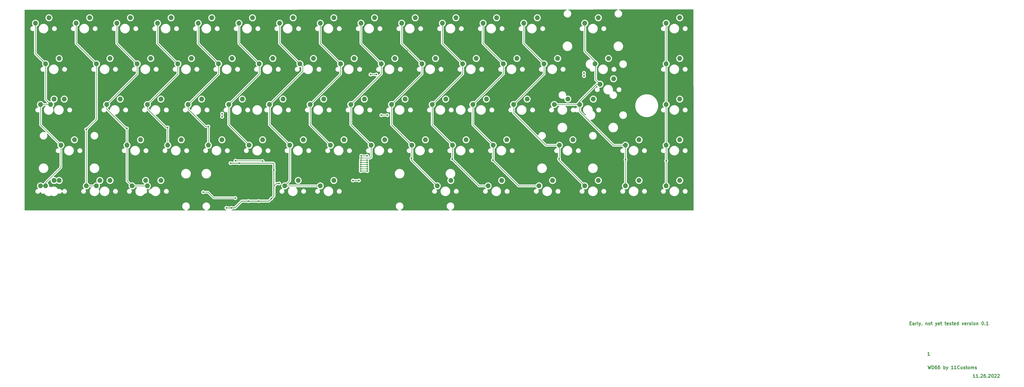
<source format=gbr>
%TF.GenerationSoftware,KiCad,Pcbnew,7.0.9*%
%TF.CreationDate,2023-11-09T15:49:42+02:00*%
%TF.ProjectId,keyboard,6b657962-6f61-4726-942e-6b696361645f,rev?*%
%TF.SameCoordinates,Original*%
%TF.FileFunction,Copper,L1,Top*%
%TF.FilePolarity,Positive*%
%FSLAX46Y46*%
G04 Gerber Fmt 4.6, Leading zero omitted, Abs format (unit mm)*
G04 Created by KiCad (PCBNEW 7.0.9) date 2023-11-09 15:49:42*
%MOMM*%
%LPD*%
G01*
G04 APERTURE LIST*
%ADD10C,0.300000*%
%TA.AperFunction,NonConductor*%
%ADD11C,0.300000*%
%TD*%
%TA.AperFunction,ComponentPad*%
%ADD12C,2.250000*%
%TD*%
%TA.AperFunction,ComponentPad*%
%ADD13C,2.300000*%
%TD*%
%TA.AperFunction,ViaPad*%
%ADD14C,0.800000*%
%TD*%
%TA.AperFunction,Conductor*%
%ADD15C,0.250000*%
%TD*%
%TA.AperFunction,Conductor*%
%ADD16C,0.380000*%
%TD*%
G04 APERTURE END LIST*
D10*
D11*
X505095537Y-403903328D02*
X504238394Y-403903328D01*
X504666965Y-403903328D02*
X504666965Y-402403328D01*
X504666965Y-402403328D02*
X504524108Y-402617614D01*
X504524108Y-402617614D02*
X504381251Y-402760471D01*
X504381251Y-402760471D02*
X504238394Y-402831900D01*
X506524108Y-403903328D02*
X505666965Y-403903328D01*
X506095536Y-403903328D02*
X506095536Y-402403328D01*
X506095536Y-402403328D02*
X505952679Y-402617614D01*
X505952679Y-402617614D02*
X505809822Y-402760471D01*
X505809822Y-402760471D02*
X505666965Y-402831900D01*
X507166964Y-403760471D02*
X507238393Y-403831900D01*
X507238393Y-403831900D02*
X507166964Y-403903328D01*
X507166964Y-403903328D02*
X507095536Y-403831900D01*
X507095536Y-403831900D02*
X507166964Y-403760471D01*
X507166964Y-403760471D02*
X507166964Y-403903328D01*
X507809822Y-402546185D02*
X507881250Y-402474757D01*
X507881250Y-402474757D02*
X508024108Y-402403328D01*
X508024108Y-402403328D02*
X508381250Y-402403328D01*
X508381250Y-402403328D02*
X508524108Y-402474757D01*
X508524108Y-402474757D02*
X508595536Y-402546185D01*
X508595536Y-402546185D02*
X508666965Y-402689042D01*
X508666965Y-402689042D02*
X508666965Y-402831900D01*
X508666965Y-402831900D02*
X508595536Y-403046185D01*
X508595536Y-403046185D02*
X507738393Y-403903328D01*
X507738393Y-403903328D02*
X508666965Y-403903328D01*
X509952679Y-402403328D02*
X509666964Y-402403328D01*
X509666964Y-402403328D02*
X509524107Y-402474757D01*
X509524107Y-402474757D02*
X509452679Y-402546185D01*
X509452679Y-402546185D02*
X509309821Y-402760471D01*
X509309821Y-402760471D02*
X509238393Y-403046185D01*
X509238393Y-403046185D02*
X509238393Y-403617614D01*
X509238393Y-403617614D02*
X509309821Y-403760471D01*
X509309821Y-403760471D02*
X509381250Y-403831900D01*
X509381250Y-403831900D02*
X509524107Y-403903328D01*
X509524107Y-403903328D02*
X509809821Y-403903328D01*
X509809821Y-403903328D02*
X509952679Y-403831900D01*
X509952679Y-403831900D02*
X510024107Y-403760471D01*
X510024107Y-403760471D02*
X510095536Y-403617614D01*
X510095536Y-403617614D02*
X510095536Y-403260471D01*
X510095536Y-403260471D02*
X510024107Y-403117614D01*
X510024107Y-403117614D02*
X509952679Y-403046185D01*
X509952679Y-403046185D02*
X509809821Y-402974757D01*
X509809821Y-402974757D02*
X509524107Y-402974757D01*
X509524107Y-402974757D02*
X509381250Y-403046185D01*
X509381250Y-403046185D02*
X509309821Y-403117614D01*
X509309821Y-403117614D02*
X509238393Y-403260471D01*
X510738392Y-403760471D02*
X510809821Y-403831900D01*
X510809821Y-403831900D02*
X510738392Y-403903328D01*
X510738392Y-403903328D02*
X510666964Y-403831900D01*
X510666964Y-403831900D02*
X510738392Y-403760471D01*
X510738392Y-403760471D02*
X510738392Y-403903328D01*
X511381250Y-402546185D02*
X511452678Y-402474757D01*
X511452678Y-402474757D02*
X511595536Y-402403328D01*
X511595536Y-402403328D02*
X511952678Y-402403328D01*
X511952678Y-402403328D02*
X512095536Y-402474757D01*
X512095536Y-402474757D02*
X512166964Y-402546185D01*
X512166964Y-402546185D02*
X512238393Y-402689042D01*
X512238393Y-402689042D02*
X512238393Y-402831900D01*
X512238393Y-402831900D02*
X512166964Y-403046185D01*
X512166964Y-403046185D02*
X511309821Y-403903328D01*
X511309821Y-403903328D02*
X512238393Y-403903328D01*
X513166964Y-402403328D02*
X513309821Y-402403328D01*
X513309821Y-402403328D02*
X513452678Y-402474757D01*
X513452678Y-402474757D02*
X513524107Y-402546185D01*
X513524107Y-402546185D02*
X513595535Y-402689042D01*
X513595535Y-402689042D02*
X513666964Y-402974757D01*
X513666964Y-402974757D02*
X513666964Y-403331900D01*
X513666964Y-403331900D02*
X513595535Y-403617614D01*
X513595535Y-403617614D02*
X513524107Y-403760471D01*
X513524107Y-403760471D02*
X513452678Y-403831900D01*
X513452678Y-403831900D02*
X513309821Y-403903328D01*
X513309821Y-403903328D02*
X513166964Y-403903328D01*
X513166964Y-403903328D02*
X513024107Y-403831900D01*
X513024107Y-403831900D02*
X512952678Y-403760471D01*
X512952678Y-403760471D02*
X512881249Y-403617614D01*
X512881249Y-403617614D02*
X512809821Y-403331900D01*
X512809821Y-403331900D02*
X512809821Y-402974757D01*
X512809821Y-402974757D02*
X512881249Y-402689042D01*
X512881249Y-402689042D02*
X512952678Y-402546185D01*
X512952678Y-402546185D02*
X513024107Y-402474757D01*
X513024107Y-402474757D02*
X513166964Y-402403328D01*
X514238392Y-402546185D02*
X514309820Y-402474757D01*
X514309820Y-402474757D02*
X514452678Y-402403328D01*
X514452678Y-402403328D02*
X514809820Y-402403328D01*
X514809820Y-402403328D02*
X514952678Y-402474757D01*
X514952678Y-402474757D02*
X515024106Y-402546185D01*
X515024106Y-402546185D02*
X515095535Y-402689042D01*
X515095535Y-402689042D02*
X515095535Y-402831900D01*
X515095535Y-402831900D02*
X515024106Y-403046185D01*
X515024106Y-403046185D02*
X514166963Y-403903328D01*
X514166963Y-403903328D02*
X515095535Y-403903328D01*
X515666963Y-402546185D02*
X515738391Y-402474757D01*
X515738391Y-402474757D02*
X515881249Y-402403328D01*
X515881249Y-402403328D02*
X516238391Y-402403328D01*
X516238391Y-402403328D02*
X516381249Y-402474757D01*
X516381249Y-402474757D02*
X516452677Y-402546185D01*
X516452677Y-402546185D02*
X516524106Y-402689042D01*
X516524106Y-402689042D02*
X516524106Y-402831900D01*
X516524106Y-402831900D02*
X516452677Y-403046185D01*
X516452677Y-403046185D02*
X515595534Y-403903328D01*
X515595534Y-403903328D02*
X516524106Y-403903328D01*
D10*
D11*
X483113393Y-398434578D02*
X483470536Y-399934578D01*
X483470536Y-399934578D02*
X483756250Y-398863150D01*
X483756250Y-398863150D02*
X484041965Y-399934578D01*
X484041965Y-399934578D02*
X484399108Y-398434578D01*
X484970536Y-399934578D02*
X484970536Y-398434578D01*
X484970536Y-398434578D02*
X485327679Y-398434578D01*
X485327679Y-398434578D02*
X485541965Y-398506007D01*
X485541965Y-398506007D02*
X485684822Y-398648864D01*
X485684822Y-398648864D02*
X485756251Y-398791721D01*
X485756251Y-398791721D02*
X485827679Y-399077435D01*
X485827679Y-399077435D02*
X485827679Y-399291721D01*
X485827679Y-399291721D02*
X485756251Y-399577435D01*
X485756251Y-399577435D02*
X485684822Y-399720292D01*
X485684822Y-399720292D02*
X485541965Y-399863150D01*
X485541965Y-399863150D02*
X485327679Y-399934578D01*
X485327679Y-399934578D02*
X484970536Y-399934578D01*
X487113394Y-398434578D02*
X486827679Y-398434578D01*
X486827679Y-398434578D02*
X486684822Y-398506007D01*
X486684822Y-398506007D02*
X486613394Y-398577435D01*
X486613394Y-398577435D02*
X486470536Y-398791721D01*
X486470536Y-398791721D02*
X486399108Y-399077435D01*
X486399108Y-399077435D02*
X486399108Y-399648864D01*
X486399108Y-399648864D02*
X486470536Y-399791721D01*
X486470536Y-399791721D02*
X486541965Y-399863150D01*
X486541965Y-399863150D02*
X486684822Y-399934578D01*
X486684822Y-399934578D02*
X486970536Y-399934578D01*
X486970536Y-399934578D02*
X487113394Y-399863150D01*
X487113394Y-399863150D02*
X487184822Y-399791721D01*
X487184822Y-399791721D02*
X487256251Y-399648864D01*
X487256251Y-399648864D02*
X487256251Y-399291721D01*
X487256251Y-399291721D02*
X487184822Y-399148864D01*
X487184822Y-399148864D02*
X487113394Y-399077435D01*
X487113394Y-399077435D02*
X486970536Y-399006007D01*
X486970536Y-399006007D02*
X486684822Y-399006007D01*
X486684822Y-399006007D02*
X486541965Y-399077435D01*
X486541965Y-399077435D02*
X486470536Y-399148864D01*
X486470536Y-399148864D02*
X486399108Y-399291721D01*
X488541965Y-398434578D02*
X488256250Y-398434578D01*
X488256250Y-398434578D02*
X488113393Y-398506007D01*
X488113393Y-398506007D02*
X488041965Y-398577435D01*
X488041965Y-398577435D02*
X487899107Y-398791721D01*
X487899107Y-398791721D02*
X487827679Y-399077435D01*
X487827679Y-399077435D02*
X487827679Y-399648864D01*
X487827679Y-399648864D02*
X487899107Y-399791721D01*
X487899107Y-399791721D02*
X487970536Y-399863150D01*
X487970536Y-399863150D02*
X488113393Y-399934578D01*
X488113393Y-399934578D02*
X488399107Y-399934578D01*
X488399107Y-399934578D02*
X488541965Y-399863150D01*
X488541965Y-399863150D02*
X488613393Y-399791721D01*
X488613393Y-399791721D02*
X488684822Y-399648864D01*
X488684822Y-399648864D02*
X488684822Y-399291721D01*
X488684822Y-399291721D02*
X488613393Y-399148864D01*
X488613393Y-399148864D02*
X488541965Y-399077435D01*
X488541965Y-399077435D02*
X488399107Y-399006007D01*
X488399107Y-399006007D02*
X488113393Y-399006007D01*
X488113393Y-399006007D02*
X487970536Y-399077435D01*
X487970536Y-399077435D02*
X487899107Y-399148864D01*
X487899107Y-399148864D02*
X487827679Y-399291721D01*
X490470535Y-399934578D02*
X490470535Y-398434578D01*
X490470535Y-399006007D02*
X490613393Y-398934578D01*
X490613393Y-398934578D02*
X490899107Y-398934578D01*
X490899107Y-398934578D02*
X491041964Y-399006007D01*
X491041964Y-399006007D02*
X491113393Y-399077435D01*
X491113393Y-399077435D02*
X491184821Y-399220292D01*
X491184821Y-399220292D02*
X491184821Y-399648864D01*
X491184821Y-399648864D02*
X491113393Y-399791721D01*
X491113393Y-399791721D02*
X491041964Y-399863150D01*
X491041964Y-399863150D02*
X490899107Y-399934578D01*
X490899107Y-399934578D02*
X490613393Y-399934578D01*
X490613393Y-399934578D02*
X490470535Y-399863150D01*
X491684821Y-398934578D02*
X492041964Y-399934578D01*
X492399107Y-398934578D02*
X492041964Y-399934578D01*
X492041964Y-399934578D02*
X491899107Y-400291721D01*
X491899107Y-400291721D02*
X491827678Y-400363150D01*
X491827678Y-400363150D02*
X491684821Y-400434578D01*
X494899107Y-399934578D02*
X494041964Y-399934578D01*
X494470535Y-399934578D02*
X494470535Y-398434578D01*
X494470535Y-398434578D02*
X494327678Y-398648864D01*
X494327678Y-398648864D02*
X494184821Y-398791721D01*
X494184821Y-398791721D02*
X494041964Y-398863150D01*
X496327678Y-399934578D02*
X495470535Y-399934578D01*
X495899106Y-399934578D02*
X495899106Y-398434578D01*
X495899106Y-398434578D02*
X495756249Y-398648864D01*
X495756249Y-398648864D02*
X495613392Y-398791721D01*
X495613392Y-398791721D02*
X495470535Y-398863150D01*
X497827677Y-399791721D02*
X497756249Y-399863150D01*
X497756249Y-399863150D02*
X497541963Y-399934578D01*
X497541963Y-399934578D02*
X497399106Y-399934578D01*
X497399106Y-399934578D02*
X497184820Y-399863150D01*
X497184820Y-399863150D02*
X497041963Y-399720292D01*
X497041963Y-399720292D02*
X496970534Y-399577435D01*
X496970534Y-399577435D02*
X496899106Y-399291721D01*
X496899106Y-399291721D02*
X496899106Y-399077435D01*
X496899106Y-399077435D02*
X496970534Y-398791721D01*
X496970534Y-398791721D02*
X497041963Y-398648864D01*
X497041963Y-398648864D02*
X497184820Y-398506007D01*
X497184820Y-398506007D02*
X497399106Y-398434578D01*
X497399106Y-398434578D02*
X497541963Y-398434578D01*
X497541963Y-398434578D02*
X497756249Y-398506007D01*
X497756249Y-398506007D02*
X497827677Y-398577435D01*
X499113392Y-398934578D02*
X499113392Y-399934578D01*
X498470534Y-398934578D02*
X498470534Y-399720292D01*
X498470534Y-399720292D02*
X498541963Y-399863150D01*
X498541963Y-399863150D02*
X498684820Y-399934578D01*
X498684820Y-399934578D02*
X498899106Y-399934578D01*
X498899106Y-399934578D02*
X499041963Y-399863150D01*
X499041963Y-399863150D02*
X499113392Y-399791721D01*
X499756249Y-399863150D02*
X499899106Y-399934578D01*
X499899106Y-399934578D02*
X500184820Y-399934578D01*
X500184820Y-399934578D02*
X500327677Y-399863150D01*
X500327677Y-399863150D02*
X500399106Y-399720292D01*
X500399106Y-399720292D02*
X500399106Y-399648864D01*
X500399106Y-399648864D02*
X500327677Y-399506007D01*
X500327677Y-399506007D02*
X500184820Y-399434578D01*
X500184820Y-399434578D02*
X499970535Y-399434578D01*
X499970535Y-399434578D02*
X499827677Y-399363150D01*
X499827677Y-399363150D02*
X499756249Y-399220292D01*
X499756249Y-399220292D02*
X499756249Y-399148864D01*
X499756249Y-399148864D02*
X499827677Y-399006007D01*
X499827677Y-399006007D02*
X499970535Y-398934578D01*
X499970535Y-398934578D02*
X500184820Y-398934578D01*
X500184820Y-398934578D02*
X500327677Y-399006007D01*
X500827678Y-398934578D02*
X501399106Y-398934578D01*
X501041963Y-398434578D02*
X501041963Y-399720292D01*
X501041963Y-399720292D02*
X501113392Y-399863150D01*
X501113392Y-399863150D02*
X501256249Y-399934578D01*
X501256249Y-399934578D02*
X501399106Y-399934578D01*
X502113392Y-399934578D02*
X501970535Y-399863150D01*
X501970535Y-399863150D02*
X501899106Y-399791721D01*
X501899106Y-399791721D02*
X501827678Y-399648864D01*
X501827678Y-399648864D02*
X501827678Y-399220292D01*
X501827678Y-399220292D02*
X501899106Y-399077435D01*
X501899106Y-399077435D02*
X501970535Y-399006007D01*
X501970535Y-399006007D02*
X502113392Y-398934578D01*
X502113392Y-398934578D02*
X502327678Y-398934578D01*
X502327678Y-398934578D02*
X502470535Y-399006007D01*
X502470535Y-399006007D02*
X502541964Y-399077435D01*
X502541964Y-399077435D02*
X502613392Y-399220292D01*
X502613392Y-399220292D02*
X502613392Y-399648864D01*
X502613392Y-399648864D02*
X502541964Y-399791721D01*
X502541964Y-399791721D02*
X502470535Y-399863150D01*
X502470535Y-399863150D02*
X502327678Y-399934578D01*
X502327678Y-399934578D02*
X502113392Y-399934578D01*
X503256249Y-399934578D02*
X503256249Y-398934578D01*
X503256249Y-399077435D02*
X503327678Y-399006007D01*
X503327678Y-399006007D02*
X503470535Y-398934578D01*
X503470535Y-398934578D02*
X503684821Y-398934578D01*
X503684821Y-398934578D02*
X503827678Y-399006007D01*
X503827678Y-399006007D02*
X503899107Y-399148864D01*
X503899107Y-399148864D02*
X503899107Y-399934578D01*
X503899107Y-399148864D02*
X503970535Y-399006007D01*
X503970535Y-399006007D02*
X504113392Y-398934578D01*
X504113392Y-398934578D02*
X504327678Y-398934578D01*
X504327678Y-398934578D02*
X504470535Y-399006007D01*
X504470535Y-399006007D02*
X504541964Y-399148864D01*
X504541964Y-399148864D02*
X504541964Y-399934578D01*
X505184821Y-399863150D02*
X505327678Y-399934578D01*
X505327678Y-399934578D02*
X505613392Y-399934578D01*
X505613392Y-399934578D02*
X505756249Y-399863150D01*
X505756249Y-399863150D02*
X505827678Y-399720292D01*
X505827678Y-399720292D02*
X505827678Y-399648864D01*
X505827678Y-399648864D02*
X505756249Y-399506007D01*
X505756249Y-399506007D02*
X505613392Y-399434578D01*
X505613392Y-399434578D02*
X505399107Y-399434578D01*
X505399107Y-399434578D02*
X505256249Y-399363150D01*
X505256249Y-399363150D02*
X505184821Y-399220292D01*
X505184821Y-399220292D02*
X505184821Y-399148864D01*
X505184821Y-399148864D02*
X505256249Y-399006007D01*
X505256249Y-399006007D02*
X505399107Y-398934578D01*
X505399107Y-398934578D02*
X505613392Y-398934578D01*
X505613392Y-398934578D02*
X505756249Y-399006007D01*
D10*
D11*
X474633036Y-378511364D02*
X475133036Y-378511364D01*
X475347322Y-379297078D02*
X474633036Y-379297078D01*
X474633036Y-379297078D02*
X474633036Y-377797078D01*
X474633036Y-377797078D02*
X475347322Y-377797078D01*
X476633037Y-379297078D02*
X476633037Y-378511364D01*
X476633037Y-378511364D02*
X476561608Y-378368507D01*
X476561608Y-378368507D02*
X476418751Y-378297078D01*
X476418751Y-378297078D02*
X476133037Y-378297078D01*
X476133037Y-378297078D02*
X475990179Y-378368507D01*
X476633037Y-379225650D02*
X476490179Y-379297078D01*
X476490179Y-379297078D02*
X476133037Y-379297078D01*
X476133037Y-379297078D02*
X475990179Y-379225650D01*
X475990179Y-379225650D02*
X475918751Y-379082792D01*
X475918751Y-379082792D02*
X475918751Y-378939935D01*
X475918751Y-378939935D02*
X475990179Y-378797078D01*
X475990179Y-378797078D02*
X476133037Y-378725650D01*
X476133037Y-378725650D02*
X476490179Y-378725650D01*
X476490179Y-378725650D02*
X476633037Y-378654221D01*
X477347322Y-379297078D02*
X477347322Y-378297078D01*
X477347322Y-378582792D02*
X477418751Y-378439935D01*
X477418751Y-378439935D02*
X477490180Y-378368507D01*
X477490180Y-378368507D02*
X477633037Y-378297078D01*
X477633037Y-378297078D02*
X477775894Y-378297078D01*
X478490179Y-379297078D02*
X478347322Y-379225650D01*
X478347322Y-379225650D02*
X478275893Y-379082792D01*
X478275893Y-379082792D02*
X478275893Y-377797078D01*
X478918750Y-378297078D02*
X479275893Y-379297078D01*
X479633036Y-378297078D02*
X479275893Y-379297078D01*
X479275893Y-379297078D02*
X479133036Y-379654221D01*
X479133036Y-379654221D02*
X479061607Y-379725650D01*
X479061607Y-379725650D02*
X478918750Y-379797078D01*
X480275893Y-379225650D02*
X480275893Y-379297078D01*
X480275893Y-379297078D02*
X480204464Y-379439935D01*
X480204464Y-379439935D02*
X480133036Y-379511364D01*
X482061607Y-378297078D02*
X482061607Y-379297078D01*
X482061607Y-378439935D02*
X482133036Y-378368507D01*
X482133036Y-378368507D02*
X482275893Y-378297078D01*
X482275893Y-378297078D02*
X482490179Y-378297078D01*
X482490179Y-378297078D02*
X482633036Y-378368507D01*
X482633036Y-378368507D02*
X482704465Y-378511364D01*
X482704465Y-378511364D02*
X482704465Y-379297078D01*
X483633036Y-379297078D02*
X483490179Y-379225650D01*
X483490179Y-379225650D02*
X483418750Y-379154221D01*
X483418750Y-379154221D02*
X483347322Y-379011364D01*
X483347322Y-379011364D02*
X483347322Y-378582792D01*
X483347322Y-378582792D02*
X483418750Y-378439935D01*
X483418750Y-378439935D02*
X483490179Y-378368507D01*
X483490179Y-378368507D02*
X483633036Y-378297078D01*
X483633036Y-378297078D02*
X483847322Y-378297078D01*
X483847322Y-378297078D02*
X483990179Y-378368507D01*
X483990179Y-378368507D02*
X484061608Y-378439935D01*
X484061608Y-378439935D02*
X484133036Y-378582792D01*
X484133036Y-378582792D02*
X484133036Y-379011364D01*
X484133036Y-379011364D02*
X484061608Y-379154221D01*
X484061608Y-379154221D02*
X483990179Y-379225650D01*
X483990179Y-379225650D02*
X483847322Y-379297078D01*
X483847322Y-379297078D02*
X483633036Y-379297078D01*
X484561608Y-378297078D02*
X485133036Y-378297078D01*
X484775893Y-377797078D02*
X484775893Y-379082792D01*
X484775893Y-379082792D02*
X484847322Y-379225650D01*
X484847322Y-379225650D02*
X484990179Y-379297078D01*
X484990179Y-379297078D02*
X485133036Y-379297078D01*
X486633036Y-378297078D02*
X486990179Y-379297078D01*
X487347322Y-378297078D02*
X486990179Y-379297078D01*
X486990179Y-379297078D02*
X486847322Y-379654221D01*
X486847322Y-379654221D02*
X486775893Y-379725650D01*
X486775893Y-379725650D02*
X486633036Y-379797078D01*
X488490179Y-379225650D02*
X488347322Y-379297078D01*
X488347322Y-379297078D02*
X488061608Y-379297078D01*
X488061608Y-379297078D02*
X487918750Y-379225650D01*
X487918750Y-379225650D02*
X487847322Y-379082792D01*
X487847322Y-379082792D02*
X487847322Y-378511364D01*
X487847322Y-378511364D02*
X487918750Y-378368507D01*
X487918750Y-378368507D02*
X488061608Y-378297078D01*
X488061608Y-378297078D02*
X488347322Y-378297078D01*
X488347322Y-378297078D02*
X488490179Y-378368507D01*
X488490179Y-378368507D02*
X488561608Y-378511364D01*
X488561608Y-378511364D02*
X488561608Y-378654221D01*
X488561608Y-378654221D02*
X487847322Y-378797078D01*
X488990179Y-378297078D02*
X489561607Y-378297078D01*
X489204464Y-377797078D02*
X489204464Y-379082792D01*
X489204464Y-379082792D02*
X489275893Y-379225650D01*
X489275893Y-379225650D02*
X489418750Y-379297078D01*
X489418750Y-379297078D02*
X489561607Y-379297078D01*
X490990179Y-378297078D02*
X491561607Y-378297078D01*
X491204464Y-377797078D02*
X491204464Y-379082792D01*
X491204464Y-379082792D02*
X491275893Y-379225650D01*
X491275893Y-379225650D02*
X491418750Y-379297078D01*
X491418750Y-379297078D02*
X491561607Y-379297078D01*
X492633036Y-379225650D02*
X492490179Y-379297078D01*
X492490179Y-379297078D02*
X492204465Y-379297078D01*
X492204465Y-379297078D02*
X492061607Y-379225650D01*
X492061607Y-379225650D02*
X491990179Y-379082792D01*
X491990179Y-379082792D02*
X491990179Y-378511364D01*
X491990179Y-378511364D02*
X492061607Y-378368507D01*
X492061607Y-378368507D02*
X492204465Y-378297078D01*
X492204465Y-378297078D02*
X492490179Y-378297078D01*
X492490179Y-378297078D02*
X492633036Y-378368507D01*
X492633036Y-378368507D02*
X492704465Y-378511364D01*
X492704465Y-378511364D02*
X492704465Y-378654221D01*
X492704465Y-378654221D02*
X491990179Y-378797078D01*
X493275893Y-379225650D02*
X493418750Y-379297078D01*
X493418750Y-379297078D02*
X493704464Y-379297078D01*
X493704464Y-379297078D02*
X493847321Y-379225650D01*
X493847321Y-379225650D02*
X493918750Y-379082792D01*
X493918750Y-379082792D02*
X493918750Y-379011364D01*
X493918750Y-379011364D02*
X493847321Y-378868507D01*
X493847321Y-378868507D02*
X493704464Y-378797078D01*
X493704464Y-378797078D02*
X493490179Y-378797078D01*
X493490179Y-378797078D02*
X493347321Y-378725650D01*
X493347321Y-378725650D02*
X493275893Y-378582792D01*
X493275893Y-378582792D02*
X493275893Y-378511364D01*
X493275893Y-378511364D02*
X493347321Y-378368507D01*
X493347321Y-378368507D02*
X493490179Y-378297078D01*
X493490179Y-378297078D02*
X493704464Y-378297078D01*
X493704464Y-378297078D02*
X493847321Y-378368507D01*
X494347322Y-378297078D02*
X494918750Y-378297078D01*
X494561607Y-377797078D02*
X494561607Y-379082792D01*
X494561607Y-379082792D02*
X494633036Y-379225650D01*
X494633036Y-379225650D02*
X494775893Y-379297078D01*
X494775893Y-379297078D02*
X494918750Y-379297078D01*
X495990179Y-379225650D02*
X495847322Y-379297078D01*
X495847322Y-379297078D02*
X495561608Y-379297078D01*
X495561608Y-379297078D02*
X495418750Y-379225650D01*
X495418750Y-379225650D02*
X495347322Y-379082792D01*
X495347322Y-379082792D02*
X495347322Y-378511364D01*
X495347322Y-378511364D02*
X495418750Y-378368507D01*
X495418750Y-378368507D02*
X495561608Y-378297078D01*
X495561608Y-378297078D02*
X495847322Y-378297078D01*
X495847322Y-378297078D02*
X495990179Y-378368507D01*
X495990179Y-378368507D02*
X496061608Y-378511364D01*
X496061608Y-378511364D02*
X496061608Y-378654221D01*
X496061608Y-378654221D02*
X495347322Y-378797078D01*
X497347322Y-379297078D02*
X497347322Y-377797078D01*
X497347322Y-379225650D02*
X497204464Y-379297078D01*
X497204464Y-379297078D02*
X496918750Y-379297078D01*
X496918750Y-379297078D02*
X496775893Y-379225650D01*
X496775893Y-379225650D02*
X496704464Y-379154221D01*
X496704464Y-379154221D02*
X496633036Y-379011364D01*
X496633036Y-379011364D02*
X496633036Y-378582792D01*
X496633036Y-378582792D02*
X496704464Y-378439935D01*
X496704464Y-378439935D02*
X496775893Y-378368507D01*
X496775893Y-378368507D02*
X496918750Y-378297078D01*
X496918750Y-378297078D02*
X497204464Y-378297078D01*
X497204464Y-378297078D02*
X497347322Y-378368507D01*
X499061607Y-378297078D02*
X499418750Y-379297078D01*
X499418750Y-379297078D02*
X499775893Y-378297078D01*
X500918750Y-379225650D02*
X500775893Y-379297078D01*
X500775893Y-379297078D02*
X500490179Y-379297078D01*
X500490179Y-379297078D02*
X500347321Y-379225650D01*
X500347321Y-379225650D02*
X500275893Y-379082792D01*
X500275893Y-379082792D02*
X500275893Y-378511364D01*
X500275893Y-378511364D02*
X500347321Y-378368507D01*
X500347321Y-378368507D02*
X500490179Y-378297078D01*
X500490179Y-378297078D02*
X500775893Y-378297078D01*
X500775893Y-378297078D02*
X500918750Y-378368507D01*
X500918750Y-378368507D02*
X500990179Y-378511364D01*
X500990179Y-378511364D02*
X500990179Y-378654221D01*
X500990179Y-378654221D02*
X500275893Y-378797078D01*
X501633035Y-379297078D02*
X501633035Y-378297078D01*
X501633035Y-378582792D02*
X501704464Y-378439935D01*
X501704464Y-378439935D02*
X501775893Y-378368507D01*
X501775893Y-378368507D02*
X501918750Y-378297078D01*
X501918750Y-378297078D02*
X502061607Y-378297078D01*
X502490178Y-379225650D02*
X502633035Y-379297078D01*
X502633035Y-379297078D02*
X502918749Y-379297078D01*
X502918749Y-379297078D02*
X503061606Y-379225650D01*
X503061606Y-379225650D02*
X503133035Y-379082792D01*
X503133035Y-379082792D02*
X503133035Y-379011364D01*
X503133035Y-379011364D02*
X503061606Y-378868507D01*
X503061606Y-378868507D02*
X502918749Y-378797078D01*
X502918749Y-378797078D02*
X502704464Y-378797078D01*
X502704464Y-378797078D02*
X502561606Y-378725650D01*
X502561606Y-378725650D02*
X502490178Y-378582792D01*
X502490178Y-378582792D02*
X502490178Y-378511364D01*
X502490178Y-378511364D02*
X502561606Y-378368507D01*
X502561606Y-378368507D02*
X502704464Y-378297078D01*
X502704464Y-378297078D02*
X502918749Y-378297078D01*
X502918749Y-378297078D02*
X503061606Y-378368507D01*
X503775892Y-379297078D02*
X503775892Y-378297078D01*
X503775892Y-377797078D02*
X503704464Y-377868507D01*
X503704464Y-377868507D02*
X503775892Y-377939935D01*
X503775892Y-377939935D02*
X503847321Y-377868507D01*
X503847321Y-377868507D02*
X503775892Y-377797078D01*
X503775892Y-377797078D02*
X503775892Y-377939935D01*
X504704464Y-379297078D02*
X504561607Y-379225650D01*
X504561607Y-379225650D02*
X504490178Y-379154221D01*
X504490178Y-379154221D02*
X504418750Y-379011364D01*
X504418750Y-379011364D02*
X504418750Y-378582792D01*
X504418750Y-378582792D02*
X504490178Y-378439935D01*
X504490178Y-378439935D02*
X504561607Y-378368507D01*
X504561607Y-378368507D02*
X504704464Y-378297078D01*
X504704464Y-378297078D02*
X504918750Y-378297078D01*
X504918750Y-378297078D02*
X505061607Y-378368507D01*
X505061607Y-378368507D02*
X505133036Y-378439935D01*
X505133036Y-378439935D02*
X505204464Y-378582792D01*
X505204464Y-378582792D02*
X505204464Y-379011364D01*
X505204464Y-379011364D02*
X505133036Y-379154221D01*
X505133036Y-379154221D02*
X505061607Y-379225650D01*
X505061607Y-379225650D02*
X504918750Y-379297078D01*
X504918750Y-379297078D02*
X504704464Y-379297078D01*
X505847321Y-378297078D02*
X505847321Y-379297078D01*
X505847321Y-378439935D02*
X505918750Y-378368507D01*
X505918750Y-378368507D02*
X506061607Y-378297078D01*
X506061607Y-378297078D02*
X506275893Y-378297078D01*
X506275893Y-378297078D02*
X506418750Y-378368507D01*
X506418750Y-378368507D02*
X506490179Y-378511364D01*
X506490179Y-378511364D02*
X506490179Y-379297078D01*
X508633036Y-377797078D02*
X508775893Y-377797078D01*
X508775893Y-377797078D02*
X508918750Y-377868507D01*
X508918750Y-377868507D02*
X508990179Y-377939935D01*
X508990179Y-377939935D02*
X509061607Y-378082792D01*
X509061607Y-378082792D02*
X509133036Y-378368507D01*
X509133036Y-378368507D02*
X509133036Y-378725650D01*
X509133036Y-378725650D02*
X509061607Y-379011364D01*
X509061607Y-379011364D02*
X508990179Y-379154221D01*
X508990179Y-379154221D02*
X508918750Y-379225650D01*
X508918750Y-379225650D02*
X508775893Y-379297078D01*
X508775893Y-379297078D02*
X508633036Y-379297078D01*
X508633036Y-379297078D02*
X508490179Y-379225650D01*
X508490179Y-379225650D02*
X508418750Y-379154221D01*
X508418750Y-379154221D02*
X508347321Y-379011364D01*
X508347321Y-379011364D02*
X508275893Y-378725650D01*
X508275893Y-378725650D02*
X508275893Y-378368507D01*
X508275893Y-378368507D02*
X508347321Y-378082792D01*
X508347321Y-378082792D02*
X508418750Y-377939935D01*
X508418750Y-377939935D02*
X508490179Y-377868507D01*
X508490179Y-377868507D02*
X508633036Y-377797078D01*
X509775892Y-379154221D02*
X509847321Y-379225650D01*
X509847321Y-379225650D02*
X509775892Y-379297078D01*
X509775892Y-379297078D02*
X509704464Y-379225650D01*
X509704464Y-379225650D02*
X509775892Y-379154221D01*
X509775892Y-379154221D02*
X509775892Y-379297078D01*
X511275893Y-379297078D02*
X510418750Y-379297078D01*
X510847321Y-379297078D02*
X510847321Y-377797078D01*
X510847321Y-377797078D02*
X510704464Y-378011364D01*
X510704464Y-378011364D02*
X510561607Y-378154221D01*
X510561607Y-378154221D02*
X510418750Y-378225650D01*
D10*
D11*
X483822322Y-393584578D02*
X482965179Y-393584578D01*
X483393750Y-393584578D02*
X483393750Y-392084578D01*
X483393750Y-392084578D02*
X483250893Y-392298864D01*
X483250893Y-392298864D02*
X483108036Y-392441721D01*
X483108036Y-392441721D02*
X482965179Y-392513150D01*
D12*
%TO.P,MX61,1,COL*%
%TO.N,COL13*%
X320040000Y-276066250D03*
%TO.P,MX61,2,ROW*%
%TO.N,Net-(D61-A)*%
X326390000Y-273526250D03*
%TD*%
%TO.P,MX54,1,COL*%
%TO.N,COL11*%
X279558750Y-295116250D03*
%TO.P,MX54,2,ROW*%
%TO.N,Net-(D54-A)*%
X285908750Y-292576250D03*
%TD*%
%TO.P,MX69,1,COL*%
%TO.N,COL0*%
X70008750Y-314166250D03*
%TO.P,MX69,2,ROW*%
%TO.N,Net-(D5-A)*%
X76358750Y-311626250D03*
%TD*%
%TO.P,MX8,1,COL*%
%TO.N,COL2*%
X98583750Y-276066250D03*
%TO.P,MX8,2,ROW*%
%TO.N,Net-(D8-A)*%
X104933750Y-273526250D03*
%TD*%
%TO.P,MX29,1,COL*%
%TO.N,COL6*%
X184308750Y-295116250D03*
%TO.P,MX29,2,ROW*%
%TO.N,Net-(D29-A)*%
X190658750Y-292576250D03*
%TD*%
%TO.P,MX3,1,COL*%
%TO.N,COL0*%
X72390000Y-276066250D03*
%TO.P,MX3,2,ROW*%
%TO.N,Net-(D3-A)*%
X78740000Y-273526250D03*
%TD*%
%TO.P,MX5,1,COL*%
%TO.N,COL0*%
X67627500Y-314166250D03*
%TO.P,MX5,2,ROW*%
%TO.N,Net-(D5-A)*%
X73977500Y-311626250D03*
%TD*%
%TO.P,MX31,1,COL*%
%TO.N,COL6*%
X179546250Y-237966250D03*
%TO.P,MX31,2,ROW*%
%TO.N,Net-(D31-A)*%
X185896250Y-235426250D03*
%TD*%
%TO.P,MX71,1,COL*%
%TO.N,COL2*%
X117633750Y-314166250D03*
%TO.P,MX71,2,ROW*%
%TO.N,Net-(D15-A)*%
X123983750Y-311626250D03*
%TD*%
%TO.P,MX15,1,COL*%
%TO.N,COL2*%
X110490000Y-314166250D03*
%TO.P,MX15,2,ROW*%
%TO.N,Net-(D15-A)*%
X116840000Y-311626250D03*
%TD*%
%TO.P,MX60,1,COL*%
%TO.N,COL12*%
X303371250Y-257016250D03*
%TO.P,MX60,2,ROW*%
%TO.N,Net-(D60-A)*%
X309721250Y-254476250D03*
%TD*%
%TO.P,MX13,1,COL*%
%TO.N,COL3*%
X117633750Y-276066250D03*
%TO.P,MX13,2,ROW*%
%TO.N,Net-(D13-A)*%
X123983750Y-273526250D03*
%TD*%
%TO.P,MX28,1,COL*%
%TO.N,COL6*%
X174783750Y-276066250D03*
%TO.P,MX28,2,ROW*%
%TO.N,Net-(D28-A)*%
X181133750Y-273526250D03*
%TD*%
%TO.P,MX52,1,COL*%
%TO.N,COL10*%
X265271250Y-257016250D03*
%TO.P,MX52,2,ROW*%
%TO.N,Net-(D52-A)*%
X271621250Y-254476250D03*
%TD*%
%TO.P,MX47,1,COL*%
%TO.N,COL9*%
X246221250Y-257016250D03*
%TO.P,MX47,2,ROW*%
%TO.N,Net-(D47-A)*%
X252571250Y-254476250D03*
%TD*%
%TO.P,MX45,1,COL*%
%TO.N,COL13*%
X341471250Y-314166250D03*
%TO.P,MX45,2,ROW*%
%TO.N,Net-(D45-A)*%
X347821250Y-311626250D03*
%TD*%
%TO.P,MX25,1,COL*%
%TO.N,COL9*%
X253365000Y-314166250D03*
%TO.P,MX25,2,ROW*%
%TO.N,Net-(D25-A)*%
X259715000Y-311626250D03*
%TD*%
%TO.P,MX32,1,COL*%
%TO.N,COL6*%
X189071250Y-257016250D03*
%TO.P,MX32,2,ROW*%
%TO.N,Net-(D32-A)*%
X195421250Y-254476250D03*
%TD*%
%TO.P,MX36,1,COL*%
%TO.N,COL7*%
X198596250Y-237966250D03*
%TO.P,MX36,2,ROW*%
%TO.N,Net-(D36-A)*%
X204946250Y-235426250D03*
%TD*%
%TO.P,MX50,1,COL*%
%TO.N,COL14*%
X360521250Y-314166250D03*
%TO.P,MX50,2,ROW*%
%TO.N,Net-(D50-A)*%
X366871250Y-311626250D03*
%TD*%
%TO.P,MX64,1,COL*%
%TO.N,COL13*%
X327183750Y-257016250D03*
%TO.P,MX64,2,ROW*%
%TO.N,Net-(D64-A)*%
X333533750Y-254476250D03*
%TD*%
%TO.P,MX34,1,COL*%
%TO.N,COL7*%
X203358750Y-295116250D03*
%TO.P,MX34,2,ROW*%
%TO.N,Net-(D34-A)*%
X209708750Y-292576250D03*
%TD*%
%TO.P,MX49,1,COL*%
%TO.N,COL10*%
X260508750Y-295116250D03*
%TO.P,MX49,2,ROW*%
%TO.N,Net-(D49-A)*%
X266858750Y-292576250D03*
%TD*%
%TO.P,MX58,1,COL*%
%TO.N,COL12*%
X310515000Y-295116250D03*
%TO.P,MX58,2,ROW*%
%TO.N,Net-(D58-A)*%
X316865000Y-292576250D03*
%TD*%
%TO.P,MX17,1,COL*%
%TO.N,COL3*%
X131921250Y-257016250D03*
%TO.P,MX17,2,ROW*%
%TO.N,Net-(D17-A)*%
X138271250Y-254476250D03*
%TD*%
%TO.P,MX46,1,COL*%
%TO.N,COL9*%
X236696250Y-237966250D03*
%TO.P,MX46,2,ROW*%
%TO.N,Net-(D46-A)*%
X243046250Y-235426250D03*
%TD*%
%TO.P,MX62,1,COL*%
%TO.N,COL13*%
X341471250Y-295116250D03*
%TO.P,MX62,2,ROW*%
%TO.N,Net-(D62-A)*%
X347821250Y-292576250D03*
%TD*%
%TO.P,MX6,1,COL*%
%TO.N,COL1*%
X84296250Y-237966250D03*
%TO.P,MX6,2,ROW*%
%TO.N,Net-(D6-A)*%
X90646250Y-235426250D03*
%TD*%
%TO.P,MX30,1,COL*%
%TO.N,COL10*%
X277177500Y-314166250D03*
%TO.P,MX30,2,ROW*%
%TO.N,Net-(D30-A)*%
X283527500Y-311626250D03*
%TD*%
%TO.P,MX70,1,COL*%
%TO.N,COL1*%
X93821250Y-314166250D03*
%TO.P,MX70,2,ROW*%
%TO.N,Net-(D10-A)*%
X100171250Y-311626250D03*
%TD*%
%TO.P,MX66,1,COL*%
%TO.N,COL14*%
X360521250Y-295116250D03*
%TO.P,MX66,2,ROW*%
%TO.N,Net-(D66-A)*%
X366871250Y-292576250D03*
%TD*%
%TO.P,MX39,1,COL*%
%TO.N,COL8*%
X222408750Y-295116250D03*
%TO.P,MX39,2,ROW*%
%TO.N,Net-(D39-A)*%
X228758750Y-292576250D03*
%TD*%
%TO.P,MX41,1,COL*%
%TO.N,COL8*%
X217646250Y-237966250D03*
%TO.P,MX41,2,ROW*%
%TO.N,Net-(D41-A)*%
X223996250Y-235426250D03*
%TD*%
%TO.P,MX20,1,COL*%
%TO.N,COL6*%
X181927500Y-314166250D03*
%TO.P,MX20,2,ROW*%
%TO.N,Net-(D20-A)*%
X188277500Y-311626250D03*
%TD*%
%TO.P,MX14,1,COL*%
%TO.N,COL3*%
X127158750Y-295116250D03*
%TO.P,MX14,2,ROW*%
%TO.N,Net-(D14-A)*%
X133508750Y-292576250D03*
%TD*%
%TO.P,MX12,1,COL*%
%TO.N,COL2*%
X112871250Y-257016250D03*
%TO.P,MX12,2,ROW*%
%TO.N,Net-(D12-A)*%
X119221250Y-254476250D03*
%TD*%
%TO.P,MX67,1,COL*%
%TO.N,COL14*%
X360521250Y-237966250D03*
%TO.P,MX67,2,ROW*%
%TO.N,Net-(D67-A)*%
X366871250Y-235426250D03*
%TD*%
D13*
%TO.P,MX73,1,COL*%
%TO.N,COL0*%
X67627500Y-276066250D03*
%TO.P,MX73,2,ROW*%
%TO.N,Net-(D3-A)*%
X73977500Y-273526250D03*
%TD*%
D12*
%TO.P,MX9,1,COL*%
%TO.N,COL2*%
X108108750Y-295116250D03*
%TO.P,MX9,2,ROW*%
%TO.N,Net-(D9-A)*%
X114458750Y-292576250D03*
%TD*%
%TO.P,MX35,1,COL*%
%TO.N,COL11*%
X300990000Y-314166250D03*
%TO.P,MX35,2,ROW*%
%TO.N,Net-(D35-A)*%
X307340000Y-311626250D03*
%TD*%
%TO.P,MX10,1,COL*%
%TO.N,COL1*%
X89058750Y-314166250D03*
%TO.P,MX10,2,ROW*%
%TO.N,Net-(D10-A)*%
X95408750Y-311626250D03*
%TD*%
%TO.P,MX40,1,COL*%
%TO.N,COL12*%
X322421250Y-314166250D03*
%TO.P,MX40,2,ROW*%
%TO.N,Net-(D40-A)*%
X328771250Y-311626250D03*
%TD*%
%TO.P,MX33,1,COL*%
%TO.N,COL7*%
X193833750Y-276066250D03*
%TO.P,MX33,2,ROW*%
%TO.N,Net-(D33-A)*%
X200183750Y-273526250D03*
%TD*%
%TO.P,MX63,1,COL*%
%TO.N,COL13*%
X322421250Y-237966250D03*
%TO.P,MX63,2,ROW*%
%TO.N,Net-(D63-A)*%
X328771250Y-235426250D03*
%TD*%
%TO.P,MX2,1,COL*%
%TO.N,COL0*%
X70008750Y-257016250D03*
%TO.P,MX2,2,ROW*%
%TO.N,Net-(D2-A)*%
X76358750Y-254476250D03*
%TD*%
%TO.P,MX24,1,COL*%
%TO.N,COL5*%
X165258750Y-295116250D03*
%TO.P,MX24,2,ROW*%
%TO.N,Net-(D24-A)*%
X171608750Y-292576250D03*
%TD*%
%TO.P,MX44,1,COL*%
%TO.N,COL9*%
X241458750Y-295116250D03*
%TO.P,MX44,2,ROW*%
%TO.N,Net-(D44-A)*%
X247808750Y-292576250D03*
%TD*%
%TO.P,MX19,1,COL*%
%TO.N,COL4*%
X146208750Y-295116250D03*
%TO.P,MX19,2,ROW*%
%TO.N,Net-(D19-A)*%
X152558750Y-292576250D03*
%TD*%
%TO.P,MX38,1,COL*%
%TO.N,COL8*%
X212883750Y-276066250D03*
%TO.P,MX38,2,ROW*%
%TO.N,Net-(D38-A)*%
X219233750Y-273526250D03*
%TD*%
%TO.P,MX72,1,COL*%
%TO.N,COL6*%
X198596250Y-314166250D03*
%TO.P,MX72,2,ROW*%
%TO.N,Net-(D20-A)*%
X204946250Y-311626250D03*
%TD*%
%TO.P,MX68,1,COL*%
%TO.N,COL14*%
X360521250Y-257016250D03*
%TO.P,MX68,2,ROW*%
%TO.N,Net-(D68-A)*%
X366871250Y-254476250D03*
%TD*%
%TO.P,MX51,1,COL*%
%TO.N,COL10*%
X255746250Y-237966250D03*
%TO.P,MX51,2,ROW*%
%TO.N,Net-(D51-A)*%
X262096250Y-235426250D03*
%TD*%
%TO.P,MX75,1,COL*%
%TO.N,COL13*%
X308133750Y-276066250D03*
%TO.P,MX75,2,ROW*%
%TO.N,Net-(D64-A)*%
X314483750Y-273526250D03*
%TD*%
%TO.P,MX56,1,COL*%
%TO.N,COL11*%
X284321250Y-257016250D03*
%TO.P,MX56,2,ROW*%
%TO.N,Net-(D56-A)*%
X290671250Y-254476250D03*
%TD*%
%TO.P,MX42,1,COL*%
%TO.N,COL8*%
X227171250Y-257016250D03*
%TO.P,MX42,2,ROW*%
%TO.N,Net-(D42-A)*%
X233521250Y-254476250D03*
%TD*%
%TO.P,MX43,1,COL*%
%TO.N,COL9*%
X231933750Y-276066250D03*
%TO.P,MX43,2,ROW*%
%TO.N,Net-(D43-A)*%
X238283750Y-273526250D03*
%TD*%
%TO.P,MX22,1,COL*%
%TO.N,COL4*%
X150971250Y-257016250D03*
%TO.P,MX22,2,ROW*%
%TO.N,Net-(D22-A)*%
X157321250Y-254476250D03*
%TD*%
%TO.P,MX53,1,COL*%
%TO.N,COL11*%
X270033750Y-276066250D03*
%TO.P,MX53,2,ROW*%
%TO.N,Net-(D53-A)*%
X276383750Y-273526250D03*
%TD*%
%TO.P,MX65,1,COL*%
%TO.N,COL14*%
X360521250Y-276066250D03*
%TO.P,MX65,2,ROW*%
%TO.N,Net-(D65-A)*%
X366871250Y-273526250D03*
%TD*%
%TO.P,MX4,1,COL*%
%TO.N,COL0*%
X77152500Y-295116250D03*
%TO.P,MX4,2,ROW*%
%TO.N,Net-(D4-A)*%
X83502500Y-292576250D03*
%TD*%
%TO.P,MX7,1,COL*%
%TO.N,COL1*%
X93821250Y-257016250D03*
%TO.P,MX7,2,ROW*%
%TO.N,Net-(D7-A)*%
X100171250Y-254476250D03*
%TD*%
%TO.P,MX55,1,COL*%
%TO.N,COL11*%
X274796250Y-237966250D03*
%TO.P,MX55,2,ROW*%
%TO.N,Net-(D55-A)*%
X281146250Y-235426250D03*
%TD*%
%TO.P,MX23,1,COL*%
%TO.N,COL5*%
X155733750Y-276066250D03*
%TO.P,MX23,2,ROW*%
%TO.N,Net-(D23-A)*%
X162083750Y-273526250D03*
%TD*%
%TO.P,MX16,1,COL*%
%TO.N,COL3*%
X122396250Y-237966250D03*
%TO.P,MX16,2,ROW*%
%TO.N,Net-(D16-A)*%
X128746250Y-235426250D03*
%TD*%
%TO.P,MX74,1,COL*%
%TO.N,COL13*%
X329565000Y-266541250D03*
%TO.P,MX74,2,ROW*%
%TO.N,Net-(D61-A)*%
X335915000Y-264001250D03*
%TD*%
%TO.P,MX18,1,COL*%
%TO.N,COL4*%
X136683750Y-276066250D03*
%TO.P,MX18,2,ROW*%
%TO.N,Net-(D18-A)*%
X143033750Y-273526250D03*
%TD*%
%TO.P,MX37,1,COL*%
%TO.N,COL7*%
X208121250Y-257016250D03*
%TO.P,MX37,2,ROW*%
%TO.N,Net-(D37-A)*%
X214471250Y-254476250D03*
%TD*%
%TO.P,MX48,1,COL*%
%TO.N,COL10*%
X250983750Y-276066250D03*
%TO.P,MX48,2,ROW*%
%TO.N,Net-(D48-A)*%
X257333750Y-273526250D03*
%TD*%
%TO.P,MX59,1,COL*%
%TO.N,COL12*%
X293846250Y-237966250D03*
%TO.P,MX59,2,ROW*%
%TO.N,Net-(D59-A)*%
X300196250Y-235426250D03*
%TD*%
%TO.P,MX26,1,COL*%
%TO.N,COL5*%
X160496250Y-237966250D03*
%TO.P,MX26,2,ROW*%
%TO.N,Net-(D26-A)*%
X166846250Y-235426250D03*
%TD*%
%TO.P,MX21,1,COL*%
%TO.N,COL4*%
X141446250Y-237966250D03*
%TO.P,MX21,2,ROW*%
%TO.N,Net-(D21-A)*%
X147796250Y-235426250D03*
%TD*%
%TO.P,MX57,1,COL*%
%TO.N,COL12*%
X289083750Y-276066250D03*
%TO.P,MX57,2,ROW*%
%TO.N,Net-(D57-A)*%
X295433750Y-273526250D03*
%TD*%
%TO.P,MX27,1,COL*%
%TO.N,COL5*%
X170021250Y-257016250D03*
%TO.P,MX27,2,ROW*%
%TO.N,Net-(D27-A)*%
X176371250Y-254476250D03*
%TD*%
%TO.P,MX1,1,COL*%
%TO.N,COL0*%
X65246250Y-237966250D03*
%TO.P,MX1,2,ROW*%
%TO.N,Net-(D1-A)*%
X71596250Y-235426250D03*
%TD*%
%TO.P,MX11,1,COL*%
%TO.N,COL2*%
X103346250Y-237966250D03*
%TO.P,MX11,2,ROW*%
%TO.N,Net-(D11-A)*%
X109696250Y-235426250D03*
%TD*%
D14*
%TO.N,COL1*%
X89027000Y-287692500D03*
%TO.N,COL10*%
X260350000Y-301625000D03*
X217551000Y-303149000D03*
X220507500Y-303149000D03*
%TO.N,COL11*%
X220507500Y-304165000D03*
X217551000Y-304165000D03*
X279400000Y-302133000D03*
%TO.N,COL12*%
X217551000Y-305164503D03*
X310388000Y-301498000D03*
X220603535Y-305185625D03*
%TO.N,COL13*%
X217551000Y-306197000D03*
X341503000Y-301879000D03*
X220599000Y-306197000D03*
%TO.N,COL14*%
X220599000Y-307213000D03*
X217551000Y-307213000D03*
X360553000Y-302387000D03*
%TO.N,+5V*%
X160655000Y-303530000D03*
X179324000Y-313055000D03*
X164973000Y-321310000D03*
X157035500Y-324485000D03*
X156591000Y-303530000D03*
X169735500Y-321310000D03*
X175688625Y-320119375D03*
X176879250Y-306673250D03*
X154654250Y-324485000D03*
%TO.N,COL2*%
X108077000Y-287242980D03*
%TO.N,COL3*%
X127127000Y-286793460D03*
%TO.N,COL4*%
X146177000Y-286343940D03*
%TO.N,COL5*%
X152654000Y-281774500D03*
X152654000Y-280325500D03*
%TO.N,COL8*%
X217777500Y-301117000D03*
%TO.N,COL9*%
X220507500Y-302133000D03*
X217641511Y-302107208D03*
X241300000Y-301244000D03*
%TO.N,GND*%
X158679320Y-314331847D03*
X150417000Y-313817000D03*
X156640000Y-316611000D03*
X346075000Y-261143750D03*
X175133000Y-308737000D03*
X173482000Y-305054000D03*
X62611000Y-262763000D03*
X152527000Y-321183000D03*
X62611000Y-305816000D03*
X346075000Y-283368750D03*
X346075000Y-319881250D03*
X62865000Y-281940000D03*
X239136701Y-250956299D03*
X233172000Y-251206000D03*
X346075000Y-262731250D03*
X346075000Y-242093750D03*
X210439000Y-313944000D03*
X62611000Y-243713000D03*
X152008382Y-310355211D03*
X175831500Y-317944500D03*
X226949000Y-283337000D03*
X139192000Y-309245000D03*
X227965000Y-262763000D03*
X346075000Y-301879000D03*
X152654000Y-304673000D03*
X167830500Y-324040500D03*
%TO.N,Net-(D20-A)*%
X213868000Y-311658000D03*
X216662000Y-311658000D03*
%TO.N,Net-(D64-A)*%
X322072000Y-262724500D03*
X322072000Y-261275500D03*
%TO.N,ROW1*%
X224825500Y-262001000D03*
X222095500Y-262001000D03*
%TO.N,ROW2*%
X227175500Y-281051000D03*
X230032500Y-281051000D03*
%TO.N,ROW3*%
X171580761Y-302549511D03*
X217777500Y-300101000D03*
X220507500Y-300101000D03*
X158877000Y-302387000D03*
%TO.N,Net-(U1-~{RESET})*%
X158853770Y-319889770D03*
X143764000Y-317119000D03*
%TD*%
D15*
%TO.N,COL0*%
X72390000Y-276066250D02*
X67627500Y-276066250D01*
X67627500Y-314166250D02*
X70008750Y-314166250D01*
X70008750Y-257016250D02*
X70008750Y-273685000D01*
X77152500Y-295116250D02*
X77152500Y-305498500D01*
X70008750Y-312642250D02*
X70008750Y-314166250D01*
X65246250Y-237966250D02*
X65246250Y-252253750D01*
X70008750Y-273685000D02*
X72390000Y-276066250D01*
X67627500Y-285591250D02*
X77152500Y-295116250D01*
X67627500Y-276066250D02*
X67627500Y-285591250D01*
X77152500Y-305498500D02*
X70008750Y-312642250D01*
X65246250Y-252253750D02*
X70008750Y-257016250D01*
%TO.N,COL1*%
X93821250Y-257016250D02*
X93821250Y-282898250D01*
X93821250Y-282898250D02*
X89027000Y-287692500D01*
X84296250Y-247491250D02*
X93821250Y-257016250D01*
X89058750Y-314166250D02*
X93821250Y-314166250D01*
X84296250Y-237966250D02*
X84296250Y-247491250D01*
X89058750Y-287724250D02*
X89058750Y-314166250D01*
X89027000Y-287692500D02*
X89058750Y-287724250D01*
%TO.N,COL10*%
X217551000Y-303149000D02*
X220507500Y-303149000D01*
X255746250Y-247491250D02*
X265271250Y-257016250D01*
X272891250Y-314166250D02*
X277177500Y-314166250D01*
X260350000Y-301625000D02*
X272891250Y-314166250D01*
X260508750Y-301466250D02*
X260508750Y-295116250D01*
X255746250Y-237966250D02*
X255746250Y-247491250D01*
X265271250Y-257016250D02*
X264774159Y-257016250D01*
X260350000Y-301625000D02*
X260508750Y-301466250D01*
X265271250Y-261778750D02*
X250983750Y-276066250D01*
X250983750Y-285591250D02*
X260508750Y-295116250D01*
X250983750Y-276066250D02*
X250983750Y-285591250D01*
X265271250Y-257016250D02*
X265271250Y-261778750D01*
%TO.N,COL11*%
X279400000Y-302133000D02*
X291433250Y-314166250D01*
X291433250Y-314166250D02*
X300990000Y-314166250D01*
X274796250Y-237966250D02*
X274796250Y-247491250D01*
X217551000Y-304165000D02*
X220507500Y-304165000D01*
X270033750Y-276066250D02*
X270033750Y-285591250D01*
X270033750Y-285591250D02*
X279558750Y-295116250D01*
X279558750Y-301974250D02*
X279558750Y-295116250D01*
X274796250Y-247491250D02*
X284321250Y-257016250D01*
X279400000Y-302133000D02*
X279558750Y-301974250D01*
X284321250Y-261778750D02*
X270033750Y-276066250D01*
X284321250Y-257016250D02*
X284321250Y-261778750D01*
%TO.N,COL12*%
X217551000Y-305164503D02*
X217572122Y-305185625D01*
X303371250Y-257016250D02*
X302874159Y-257016250D01*
X303371250Y-257016250D02*
X303371250Y-261778750D01*
X217572122Y-305185625D02*
X220603535Y-305185625D01*
X304178835Y-295116250D02*
X310515000Y-295116250D01*
X303371250Y-261778750D02*
X289083750Y-276066250D01*
X310388000Y-301498000D02*
X310388000Y-302133000D01*
X293846250Y-247491250D02*
X303371250Y-257016250D01*
X289083750Y-276066250D02*
X289083750Y-280021165D01*
X293846250Y-237966250D02*
X293846250Y-247491250D01*
X289083750Y-280021165D02*
X304178835Y-295116250D01*
X310388000Y-301498000D02*
X310515000Y-301371000D01*
X310515000Y-301371000D02*
X310515000Y-295116250D01*
X310388000Y-302133000D02*
X322421250Y-314166250D01*
%TO.N,COL13*%
X341503000Y-301879000D02*
X341471250Y-301910750D01*
X320040000Y-276066250D02*
X320040000Y-279288704D01*
X329565000Y-266541250D02*
X327974010Y-266541250D01*
X329565000Y-266541250D02*
X327488421Y-264464671D01*
X341471250Y-301910750D02*
X341471250Y-314166250D01*
X341471250Y-301847250D02*
X341471250Y-295116250D01*
X341503000Y-301879000D02*
X341471250Y-301847250D01*
X320040000Y-274475260D02*
X320040000Y-276066250D01*
X327974010Y-266541250D02*
X320040000Y-274475260D01*
X327488421Y-256162217D02*
X327488421Y-257016250D01*
X320040000Y-279288704D02*
X335867546Y-295116250D01*
X335867546Y-295116250D02*
X341471250Y-295116250D01*
X217551000Y-306197000D02*
X220599000Y-306197000D01*
X327488421Y-264464671D02*
X327488421Y-257320921D01*
X322421250Y-237966250D02*
X322421250Y-251095046D01*
X322421250Y-251095046D02*
X327488421Y-256162217D01*
X320040000Y-276066250D02*
X308133750Y-276066250D01*
%TO.N,COL14*%
X360521250Y-237966250D02*
X360521250Y-314166250D01*
X360553000Y-302387000D02*
X360521250Y-302355250D01*
X360521250Y-302355250D02*
X360521250Y-295116250D01*
X217551000Y-307213000D02*
X220599000Y-307213000D01*
D16*
%TO.N,+5V*%
X174498000Y-321310000D02*
X169735500Y-321310000D01*
X161798000Y-321310000D02*
X158623000Y-324485000D01*
X176879250Y-308610000D02*
X176879250Y-314293250D01*
X176879250Y-303847500D02*
X176879250Y-306673250D01*
X160655000Y-303530000D02*
X156591000Y-303530000D01*
X158623000Y-324485000D02*
X157829250Y-324485000D01*
X169735500Y-321310000D02*
X164973000Y-321310000D01*
X164084000Y-303530000D02*
X162560000Y-303530000D01*
X176879250Y-303847500D02*
X176561750Y-303530000D01*
X176561750Y-303530000D02*
X164084000Y-303530000D01*
X176879250Y-314293250D02*
X176879250Y-318928750D01*
X176879250Y-306673250D02*
X176879250Y-308610000D01*
X176879250Y-318928750D02*
X174498000Y-321310000D01*
X157829250Y-324485000D02*
X154654250Y-324485000D01*
X176879250Y-314293250D02*
X178117500Y-313055000D01*
X164973000Y-321310000D02*
X161798000Y-321310000D01*
X157829250Y-324485000D02*
X157035500Y-324485000D01*
X178117500Y-313055000D02*
X179324000Y-313055000D01*
X162560000Y-303530000D02*
X160655000Y-303530000D01*
D15*
%TO.N,COL2*%
X110490000Y-314166250D02*
X117633750Y-314166250D01*
X108108750Y-311785000D02*
X110490000Y-314166250D01*
X108077000Y-287242980D02*
X108108750Y-287274730D01*
X108108750Y-287274730D02*
X108108750Y-295116250D01*
X103346250Y-247491250D02*
X112871250Y-257016250D01*
X107681026Y-287242980D02*
X108077000Y-287242980D01*
X108108750Y-295116250D02*
X108108750Y-311785000D01*
X112871250Y-261778750D02*
X98583750Y-276066250D01*
X112871250Y-257016250D02*
X112871250Y-261778750D01*
X98583750Y-276066250D02*
X98583750Y-278145704D01*
X98583750Y-278145704D02*
X107681026Y-287242980D01*
X103346250Y-237966250D02*
X103346250Y-247491250D01*
%TO.N,COL3*%
X131921250Y-257016250D02*
X131921250Y-261778750D01*
X122396250Y-237966250D02*
X122396250Y-247491250D01*
X131921250Y-257016250D02*
X131424159Y-257016250D01*
X117633750Y-278145704D02*
X126281506Y-286793460D01*
X126281506Y-286793460D02*
X127127000Y-286793460D01*
X122396250Y-247491250D02*
X131921250Y-257016250D01*
X127127000Y-286793460D02*
X127158750Y-286825210D01*
X127158750Y-286825210D02*
X127158750Y-295116250D01*
X131921250Y-261778750D02*
X117633750Y-276066250D01*
X117633750Y-276066250D02*
X117633750Y-278145704D01*
%TO.N,COL4*%
X141446250Y-247491250D02*
X150971250Y-257016250D01*
X146177000Y-286343940D02*
X146208750Y-286375690D01*
X141446250Y-237966250D02*
X141446250Y-247491250D01*
X150971250Y-261778750D02*
X136683750Y-276066250D01*
X150971250Y-257016250D02*
X150474159Y-257016250D01*
X144881986Y-286343940D02*
X146177000Y-286343940D01*
X146208750Y-286375690D02*
X146208750Y-295116250D01*
X136683750Y-278145704D02*
X144881986Y-286343940D01*
X150971250Y-257016250D02*
X150971250Y-261778750D01*
X136683750Y-276066250D02*
X136683750Y-278145704D01*
%TO.N,COL5*%
X170021250Y-257016250D02*
X170021250Y-261778750D01*
X155733750Y-285591250D02*
X165258750Y-295116250D01*
X160496250Y-237966250D02*
X160496250Y-247491250D01*
X160496250Y-247491250D02*
X170021250Y-257016250D01*
X152654000Y-281774500D02*
X152654000Y-280325500D01*
X170021250Y-261778750D02*
X155733750Y-276066250D01*
X155733750Y-276066250D02*
X155733750Y-285591250D01*
%TO.N,COL6*%
X179546250Y-237966250D02*
X179546250Y-247491250D01*
X179546250Y-247491250D02*
X189071250Y-257016250D01*
X184308750Y-295116250D02*
X184308750Y-311785000D01*
X190373000Y-260477000D02*
X174783750Y-276066250D01*
X189071250Y-257016250D02*
X190373000Y-258318000D01*
X189071250Y-257016250D02*
X188574159Y-257016250D01*
X174783750Y-276066250D02*
X174783750Y-285591250D01*
X184308750Y-311785000D02*
X181927500Y-314166250D01*
X190373000Y-258318000D02*
X190373000Y-260477000D01*
X181927500Y-314166250D02*
X198596250Y-314166250D01*
X174783750Y-285591250D02*
X184308750Y-295116250D01*
%TO.N,COL7*%
X208121250Y-257016250D02*
X208121250Y-261778750D01*
X208121250Y-261778750D02*
X193833750Y-276066250D01*
X208121250Y-257016250D02*
X207624159Y-257016250D01*
X193833750Y-285591250D02*
X203358750Y-295116250D01*
X193833750Y-276066250D02*
X193833750Y-285591250D01*
X198596250Y-237966250D02*
X198596250Y-247491250D01*
X198596250Y-247491250D02*
X208121250Y-257016250D01*
%TO.N,COL8*%
X227171250Y-257016250D02*
X217646250Y-247491250D01*
X222377000Y-300824500D02*
X222408750Y-300792750D01*
X227171250Y-261778750D02*
X227171250Y-257016250D01*
X212883750Y-276066250D02*
X227171250Y-261778750D01*
X217777500Y-301117000D02*
X222084500Y-301117000D01*
X222408750Y-295116250D02*
X212883750Y-285591250D01*
X222408750Y-300792750D02*
X222408750Y-295116250D01*
X212883750Y-285591250D02*
X212883750Y-276066250D01*
X217646250Y-247491250D02*
X217646250Y-237966250D01*
X222084500Y-301117000D02*
X222377000Y-300824500D01*
%TO.N,COL9*%
X241300000Y-301244000D02*
X241458750Y-301085250D01*
X236696250Y-237966250D02*
X236696250Y-247491250D01*
X217641511Y-302107208D02*
X217667303Y-302133000D01*
X231933750Y-276066250D02*
X231933750Y-285591250D01*
X241300000Y-301244000D02*
X241300000Y-302101250D01*
X236696250Y-247491250D02*
X246221250Y-257016250D01*
X241458750Y-301085250D02*
X241458750Y-295116250D01*
X217667303Y-302133000D02*
X220507500Y-302133000D01*
X246221250Y-261778750D02*
X231933750Y-276066250D01*
X246221250Y-257016250D02*
X245724159Y-257016250D01*
X241300000Y-302101250D02*
X253365000Y-314166250D01*
X246221250Y-257016250D02*
X246221250Y-261778750D01*
X231933750Y-285591250D02*
X241458750Y-295116250D01*
%TO.N,Net-(D20-A)*%
X216662000Y-311658000D02*
X213868000Y-311658000D01*
%TO.N,Net-(D64-A)*%
X322072000Y-262724500D02*
X322072000Y-261275500D01*
%TO.N,ROW1*%
X222095500Y-262001000D02*
X224825500Y-262001000D01*
%TO.N,ROW2*%
X227175500Y-281051000D02*
X230032500Y-281051000D01*
%TO.N,ROW3*%
X171418250Y-302387000D02*
X171580761Y-302549511D01*
X217777500Y-300101000D02*
X220507500Y-300101000D01*
X158877000Y-302387000D02*
X171418250Y-302387000D01*
%TO.N,Net-(U1-~{RESET})*%
X148971000Y-319786000D02*
X148717000Y-319786000D01*
X158853770Y-319889770D02*
X158750000Y-319786000D01*
X158750000Y-319786000D02*
X148971000Y-319786000D01*
X146050000Y-317119000D02*
X143764000Y-317119000D01*
X148717000Y-319786000D02*
X146050000Y-317119000D01*
%TD*%
%TA.AperFunction,Conductor*%
%TO.N,GND*%
G36*
X373195247Y-231541025D02*
G01*
X373241761Y-231594662D01*
X373253169Y-231646881D01*
X373349136Y-302757842D01*
X373379730Y-325428216D01*
X373379830Y-325501830D01*
X373359920Y-325569978D01*
X373306327Y-325616543D01*
X373253830Y-325628000D01*
X260144523Y-325628000D01*
X260076402Y-325607998D01*
X260029909Y-325554342D01*
X260019805Y-325484068D01*
X260049299Y-325419488D01*
X260098488Y-325384711D01*
X260328336Y-325294502D01*
X260328338Y-325294500D01*
X260328340Y-325294500D01*
X260461486Y-325217628D01*
X260558665Y-325161522D01*
X260766601Y-324995698D01*
X260947500Y-324800735D01*
X261097321Y-324580988D01*
X261212717Y-324341366D01*
X261291111Y-324087221D01*
X261330750Y-323824230D01*
X261330750Y-323558270D01*
X261291111Y-323295279D01*
X261212717Y-323041134D01*
X261097321Y-322801512D01*
X261097319Y-322801509D01*
X261097315Y-322801502D01*
X260947504Y-322581771D01*
X260947500Y-322581765D01*
X260766601Y-322386802D01*
X260558665Y-322220978D01*
X260558660Y-322220975D01*
X260558661Y-322220975D01*
X260328340Y-322087999D01*
X260328332Y-322087996D01*
X260187093Y-322032564D01*
X260080760Y-321990831D01*
X260048860Y-321983550D01*
X259821469Y-321931649D01*
X259622654Y-321916750D01*
X259622651Y-321916750D01*
X259489849Y-321916750D01*
X259489846Y-321916750D01*
X259291030Y-321931649D01*
X259031743Y-321990830D01*
X259031741Y-321990830D01*
X259031740Y-321990831D01*
X259025745Y-321993184D01*
X258784167Y-322087996D01*
X258784159Y-322087999D01*
X258553838Y-322220975D01*
X258345898Y-322386802D01*
X258164999Y-322581766D01*
X258164995Y-322581771D01*
X258015184Y-322801502D01*
X258015180Y-322801509D01*
X257899784Y-323041130D01*
X257821390Y-323295272D01*
X257821389Y-323295278D01*
X257821389Y-323295279D01*
X257781750Y-323558270D01*
X257781750Y-323824230D01*
X257800414Y-323948056D01*
X257821389Y-324087219D01*
X257821390Y-324087227D01*
X257899784Y-324341369D01*
X258015180Y-324580990D01*
X258015184Y-324580997D01*
X258137843Y-324760903D01*
X258165000Y-324800735D01*
X258345899Y-324995698D01*
X258553835Y-325161522D01*
X258553838Y-325161524D01*
X258784159Y-325294500D01*
X258784163Y-325294501D01*
X258784164Y-325294502D01*
X259014011Y-325384710D01*
X259070114Y-325428216D01*
X259093791Y-325495149D01*
X259077522Y-325564256D01*
X259026474Y-325613598D01*
X258967977Y-325628000D01*
X236325673Y-325628000D01*
X236257552Y-325607998D01*
X236211059Y-325554342D01*
X236200955Y-325484068D01*
X236230449Y-325419488D01*
X236279638Y-325384711D01*
X236509486Y-325294502D01*
X236509488Y-325294500D01*
X236509490Y-325294500D01*
X236642636Y-325217628D01*
X236739815Y-325161522D01*
X236947751Y-324995698D01*
X237128650Y-324800735D01*
X237278471Y-324580988D01*
X237393867Y-324341366D01*
X237472261Y-324087221D01*
X237511900Y-323824230D01*
X237511900Y-323558270D01*
X237472261Y-323295279D01*
X237393867Y-323041134D01*
X237278471Y-322801512D01*
X237278469Y-322801509D01*
X237278465Y-322801502D01*
X237128654Y-322581771D01*
X237128650Y-322581765D01*
X236947751Y-322386802D01*
X236739815Y-322220978D01*
X236739810Y-322220975D01*
X236739811Y-322220975D01*
X236509490Y-322087999D01*
X236509482Y-322087996D01*
X236368243Y-322032564D01*
X236261910Y-321990831D01*
X236230010Y-321983550D01*
X236002619Y-321931649D01*
X235803804Y-321916750D01*
X235803801Y-321916750D01*
X235670999Y-321916750D01*
X235670996Y-321916750D01*
X235472180Y-321931649D01*
X235212893Y-321990830D01*
X235212891Y-321990830D01*
X235212890Y-321990831D01*
X235206895Y-321993184D01*
X234965317Y-322087996D01*
X234965309Y-322087999D01*
X234734988Y-322220975D01*
X234527048Y-322386802D01*
X234346149Y-322581766D01*
X234346145Y-322581771D01*
X234196334Y-322801502D01*
X234196330Y-322801509D01*
X234080934Y-323041130D01*
X234002540Y-323295272D01*
X234002539Y-323295278D01*
X234002539Y-323295279D01*
X233962900Y-323558270D01*
X233962900Y-323824230D01*
X233981564Y-323948056D01*
X234002539Y-324087219D01*
X234002540Y-324087227D01*
X234080934Y-324341369D01*
X234196330Y-324580990D01*
X234196334Y-324580997D01*
X234318993Y-324760903D01*
X234346150Y-324800735D01*
X234527049Y-324995698D01*
X234734985Y-325161522D01*
X234734988Y-325161524D01*
X234965309Y-325294500D01*
X234965313Y-325294501D01*
X234965314Y-325294502D01*
X235195161Y-325384710D01*
X235251264Y-325428216D01*
X235274941Y-325495149D01*
X235258672Y-325564256D01*
X235207624Y-325613598D01*
X235149127Y-325628000D01*
X157226563Y-325628000D01*
X157158442Y-325607998D01*
X157111949Y-325554342D01*
X157101845Y-325484068D01*
X157131339Y-325419488D01*
X157191065Y-325381104D01*
X157200366Y-325378753D01*
X157205319Y-325377700D01*
X157317788Y-325353794D01*
X157492252Y-325276118D01*
X157586608Y-325207564D01*
X157653476Y-325183706D01*
X157660669Y-325183500D01*
X157787000Y-325183500D01*
X158599989Y-325183500D01*
X158603793Y-325183614D01*
X158665484Y-325187347D01*
X158726305Y-325176199D01*
X158730021Y-325175634D01*
X158791390Y-325168184D01*
X158800641Y-325164675D01*
X158822602Y-325158552D01*
X158832332Y-325156770D01*
X158888702Y-325131399D01*
X158892191Y-325129954D01*
X158949993Y-325108033D01*
X158958124Y-325102419D01*
X158977989Y-325091215D01*
X158987014Y-325087154D01*
X159035680Y-325049024D01*
X159038723Y-325046786D01*
X159089593Y-325011675D01*
X159130590Y-324965396D01*
X159133160Y-324962666D01*
X162050423Y-322045405D01*
X162112735Y-322011379D01*
X162139518Y-322008500D01*
X164347831Y-322008500D01*
X164415952Y-322028502D01*
X164421893Y-322032564D01*
X164516248Y-322101118D01*
X164690712Y-322178794D01*
X164877513Y-322218500D01*
X165068487Y-322218500D01*
X165255288Y-322178794D01*
X165429752Y-322101118D01*
X165524108Y-322032564D01*
X165590976Y-322008706D01*
X165598169Y-322008500D01*
X169110331Y-322008500D01*
X169178452Y-322028502D01*
X169184393Y-322032564D01*
X169278748Y-322101118D01*
X169453212Y-322178794D01*
X169640013Y-322218500D01*
X169830987Y-322218500D01*
X170017788Y-322178794D01*
X170192252Y-322101118D01*
X170286608Y-322032564D01*
X170353476Y-322008706D01*
X170360669Y-322008500D01*
X174474989Y-322008500D01*
X174478793Y-322008614D01*
X174540484Y-322012347D01*
X174601305Y-322001199D01*
X174605021Y-322000634D01*
X174666390Y-321993184D01*
X174675641Y-321989675D01*
X174697602Y-321983552D01*
X174707332Y-321981770D01*
X174763702Y-321956399D01*
X174767191Y-321954954D01*
X174824993Y-321933033D01*
X174833124Y-321927419D01*
X174852989Y-321916215D01*
X174862014Y-321912154D01*
X174910680Y-321874024D01*
X174913723Y-321871786D01*
X174964593Y-321836675D01*
X175005583Y-321790405D01*
X175008168Y-321787658D01*
X175737201Y-321058626D01*
X175799511Y-321024603D01*
X175799989Y-321024500D01*
X175970913Y-320988169D01*
X176145377Y-320910493D01*
X176299878Y-320798241D01*
X176313307Y-320783327D01*
X176427659Y-320656326D01*
X176427660Y-320656324D01*
X176427665Y-320656319D01*
X176523152Y-320490931D01*
X176582167Y-320309303D01*
X176588735Y-320246801D01*
X176615747Y-320181146D01*
X176624941Y-320170885D01*
X177356916Y-319438910D01*
X177359646Y-319436340D01*
X177405925Y-319395343D01*
X177441040Y-319344467D01*
X177443274Y-319341430D01*
X177481404Y-319292764D01*
X177485465Y-319283739D01*
X177496669Y-319263874D01*
X177502283Y-319255743D01*
X177524204Y-319197941D01*
X177525649Y-319194452D01*
X177551020Y-319138082D01*
X177552802Y-319128352D01*
X177558925Y-319106391D01*
X177562434Y-319097140D01*
X177569884Y-319035771D01*
X177570449Y-319032055D01*
X177581597Y-318971234D01*
X177577864Y-318909543D01*
X177577750Y-318905739D01*
X177577750Y-314634768D01*
X177597752Y-314566647D01*
X177614655Y-314545673D01*
X178369923Y-313790405D01*
X178432235Y-313756379D01*
X178459018Y-313753500D01*
X178698831Y-313753500D01*
X178766952Y-313773502D01*
X178772893Y-313777564D01*
X178867248Y-313846118D01*
X179041712Y-313923794D01*
X179228513Y-313963500D01*
X179419487Y-313963500D01*
X179606288Y-313923794D01*
X179780752Y-313846118D01*
X179935253Y-313733866D01*
X179935255Y-313733864D01*
X180063034Y-313591951D01*
X180063035Y-313591949D01*
X180063040Y-313591944D01*
X180158527Y-313426556D01*
X180217542Y-313244928D01*
X180237504Y-313055000D01*
X180217542Y-312865072D01*
X180158527Y-312683444D01*
X180063040Y-312518056D01*
X180063038Y-312518054D01*
X180063034Y-312518048D01*
X179935255Y-312376135D01*
X179780752Y-312263882D01*
X179606288Y-312186206D01*
X179419487Y-312146500D01*
X179228513Y-312146500D01*
X179041711Y-312186206D01*
X178867247Y-312263882D01*
X178772892Y-312332436D01*
X178706024Y-312356294D01*
X178698831Y-312356500D01*
X178140511Y-312356500D01*
X178136706Y-312356385D01*
X178135202Y-312356294D01*
X178075016Y-312352653D01*
X178075015Y-312352653D01*
X178075014Y-312352653D01*
X178014219Y-312363794D01*
X178010460Y-312364366D01*
X177999622Y-312365682D01*
X177949113Y-312371815D01*
X177949110Y-312371815D01*
X177939850Y-312375327D01*
X177917903Y-312381445D01*
X177908171Y-312383229D01*
X177908167Y-312383230D01*
X177851810Y-312408593D01*
X177848296Y-312410048D01*
X177790505Y-312431967D01*
X177782357Y-312437591D01*
X177762521Y-312448778D01*
X177755478Y-312451949D01*
X177685151Y-312461677D01*
X177620729Y-312431839D01*
X177582666Y-312371908D01*
X177577750Y-312337057D01*
X177577750Y-307303585D01*
X177597752Y-307235464D01*
X177610114Y-307219274D01*
X177615763Y-307213000D01*
X177618290Y-307210194D01*
X177713777Y-307044806D01*
X177772792Y-306863178D01*
X177792754Y-306673250D01*
X177772792Y-306483322D01*
X177713777Y-306301694D01*
X177618290Y-306136306D01*
X177610111Y-306127222D01*
X177579396Y-306063213D01*
X177577750Y-306042914D01*
X177577750Y-303870509D01*
X177577865Y-303866704D01*
X177579461Y-303840318D01*
X177581597Y-303805016D01*
X177570451Y-303744202D01*
X177569884Y-303740472D01*
X177562434Y-303679110D01*
X177558924Y-303669855D01*
X177552803Y-303647898D01*
X177551020Y-303638168D01*
X177551018Y-303638164D01*
X177551018Y-303638162D01*
X177525655Y-303581808D01*
X177524198Y-303578291D01*
X177502302Y-303520558D01*
X177502283Y-303520507D01*
X177496667Y-303512371D01*
X177485466Y-303492513D01*
X177481404Y-303483486D01*
X177443289Y-303434837D01*
X177441033Y-303431770D01*
X177405926Y-303380909D01*
X177405925Y-303380907D01*
X177359648Y-303339909D01*
X177356900Y-303337322D01*
X177071925Y-303052347D01*
X177069333Y-303049593D01*
X177055483Y-303033960D01*
X177028343Y-303003325D01*
X177028340Y-303003323D01*
X177028341Y-303003323D01*
X176977477Y-302968215D01*
X176974411Y-302965959D01*
X176925766Y-302927847D01*
X176925764Y-302927846D01*
X176916735Y-302923782D01*
X176896882Y-302912585D01*
X176888744Y-302906968D01*
X176888743Y-302906967D01*
X176830957Y-302885051D01*
X176827450Y-302883598D01*
X176771087Y-302858232D01*
X176771084Y-302858231D01*
X176771082Y-302858230D01*
X176771079Y-302858229D01*
X176771075Y-302858228D01*
X176761347Y-302856445D01*
X176739395Y-302850325D01*
X176730143Y-302846817D01*
X176730134Y-302846814D01*
X176679253Y-302840637D01*
X176668783Y-302839365D01*
X176665029Y-302838794D01*
X176604235Y-302827653D01*
X176604234Y-302827653D01*
X176571141Y-302829655D01*
X176542544Y-302831385D01*
X176538739Y-302831500D01*
X172604564Y-302831500D01*
X172536443Y-302811498D01*
X172489950Y-302757842D01*
X172479254Y-302692329D01*
X172481962Y-302666564D01*
X172494265Y-302549511D01*
X172474303Y-302359583D01*
X172415288Y-302177955D01*
X172319801Y-302012567D01*
X172319799Y-302012565D01*
X172319795Y-302012559D01*
X172192016Y-301870646D01*
X172037513Y-301758393D01*
X171863049Y-301680717D01*
X171676248Y-301641011D01*
X171485274Y-301641011D01*
X171298472Y-301680717D01*
X171159465Y-301742607D01*
X171108216Y-301753500D01*
X159585200Y-301753500D01*
X159517079Y-301733498D01*
X159491563Y-301711810D01*
X159488252Y-301708133D01*
X159333752Y-301595882D01*
X159159288Y-301518206D01*
X158972487Y-301478500D01*
X158781513Y-301478500D01*
X158594711Y-301518206D01*
X158420247Y-301595882D01*
X158265744Y-301708135D01*
X158137965Y-301850048D01*
X158137958Y-301850058D01*
X158042476Y-302015438D01*
X158042473Y-302015444D01*
X158036682Y-302033266D01*
X157983457Y-302197072D01*
X157963496Y-302387000D01*
X157983457Y-302576928D01*
X158012582Y-302666564D01*
X158014610Y-302737532D01*
X157977947Y-302798329D01*
X157914235Y-302829655D01*
X157892749Y-302831500D01*
X157216169Y-302831500D01*
X157148048Y-302811498D01*
X157142108Y-302807436D01*
X157047752Y-302738882D01*
X156873288Y-302661206D01*
X156686487Y-302621500D01*
X156495513Y-302621500D01*
X156308711Y-302661206D01*
X156134247Y-302738882D01*
X155979744Y-302851135D01*
X155851965Y-302993048D01*
X155851958Y-302993058D01*
X155756476Y-303158438D01*
X155756473Y-303158445D01*
X155697457Y-303340072D01*
X155677496Y-303530000D01*
X155697457Y-303719927D01*
X155704549Y-303741752D01*
X155756473Y-303901556D01*
X155756476Y-303901561D01*
X155851958Y-304066941D01*
X155851965Y-304066951D01*
X155979744Y-304208864D01*
X156034301Y-304248502D01*
X156134248Y-304321118D01*
X156308712Y-304398794D01*
X156495513Y-304438500D01*
X156686487Y-304438500D01*
X156873288Y-304398794D01*
X157047752Y-304321118D01*
X157142108Y-304252564D01*
X157208976Y-304228706D01*
X157216169Y-304228500D01*
X160029831Y-304228500D01*
X160097952Y-304248502D01*
X160103893Y-304252564D01*
X160198248Y-304321118D01*
X160372712Y-304398794D01*
X160559513Y-304438500D01*
X160750487Y-304438500D01*
X160937288Y-304398794D01*
X161111752Y-304321118D01*
X161206108Y-304252564D01*
X161272976Y-304228706D01*
X161280169Y-304228500D01*
X162517750Y-304228500D01*
X164041750Y-304228500D01*
X176054750Y-304228500D01*
X176122871Y-304248502D01*
X176169364Y-304302158D01*
X176180750Y-304354500D01*
X176180750Y-306042914D01*
X176160748Y-306111035D01*
X176148389Y-306127222D01*
X176140207Y-306136309D01*
X176044726Y-306301688D01*
X176044723Y-306301695D01*
X175985707Y-306483322D01*
X175965746Y-306673250D01*
X175985707Y-306863177D01*
X175993600Y-306887468D01*
X176044723Y-307044806D01*
X176044726Y-307044811D01*
X176140208Y-307210191D01*
X176140211Y-307210195D01*
X176148386Y-307219274D01*
X176179103Y-307283281D01*
X176180750Y-307303585D01*
X176180750Y-314218323D01*
X176178686Y-314241034D01*
X176176903Y-314250763D01*
X176180635Y-314312454D01*
X176180750Y-314316259D01*
X176180750Y-318587232D01*
X176160748Y-318655353D01*
X176143849Y-318676322D01*
X175884572Y-318935600D01*
X175640051Y-319180121D01*
X175577739Y-319214146D01*
X175577154Y-319214271D01*
X175406340Y-319250579D01*
X175231872Y-319328257D01*
X175077369Y-319440510D01*
X174949590Y-319582423D01*
X174949583Y-319582433D01*
X174854101Y-319747813D01*
X174854098Y-319747820D01*
X174795084Y-319929442D01*
X174788514Y-319991947D01*
X174761500Y-320057604D01*
X174752300Y-320067870D01*
X174245577Y-320574595D01*
X174183264Y-320608620D01*
X174156481Y-320611500D01*
X170360669Y-320611500D01*
X170292548Y-320591498D01*
X170286608Y-320587436D01*
X170192252Y-320518882D01*
X170017788Y-320441206D01*
X169830987Y-320401500D01*
X169640013Y-320401500D01*
X169453211Y-320441206D01*
X169278747Y-320518882D01*
X169184392Y-320587436D01*
X169117524Y-320611294D01*
X169110331Y-320611500D01*
X165598169Y-320611500D01*
X165530048Y-320591498D01*
X165524108Y-320587436D01*
X165429752Y-320518882D01*
X165255288Y-320441206D01*
X165068487Y-320401500D01*
X164877513Y-320401500D01*
X164690711Y-320441206D01*
X164516247Y-320518882D01*
X164421892Y-320587436D01*
X164355024Y-320611294D01*
X164347831Y-320611500D01*
X161821000Y-320611500D01*
X161817196Y-320611385D01*
X161755516Y-320607654D01*
X161755515Y-320607654D01*
X161755514Y-320607654D01*
X161694730Y-320618793D01*
X161690970Y-320619365D01*
X161686040Y-320619963D01*
X161629613Y-320626814D01*
X161629610Y-320626815D01*
X161620350Y-320630327D01*
X161598403Y-320636445D01*
X161588671Y-320638229D01*
X161588667Y-320638230D01*
X161532310Y-320663593D01*
X161528796Y-320665048D01*
X161471005Y-320686967D01*
X161462857Y-320692591D01*
X161443015Y-320703781D01*
X161433990Y-320707843D01*
X161433980Y-320707849D01*
X161385331Y-320745963D01*
X161382266Y-320748218D01*
X161331411Y-320783321D01*
X161331404Y-320783327D01*
X161290415Y-320829593D01*
X161287807Y-320832364D01*
X158370577Y-323749595D01*
X158308265Y-323783620D01*
X158281482Y-323786500D01*
X157660669Y-323786500D01*
X157592548Y-323766498D01*
X157586608Y-323762436D01*
X157492252Y-323693882D01*
X157317788Y-323616206D01*
X157130987Y-323576500D01*
X156940013Y-323576500D01*
X156753211Y-323616206D01*
X156578747Y-323693882D01*
X156484392Y-323762436D01*
X156417524Y-323786294D01*
X156410331Y-323786500D01*
X155279419Y-323786500D01*
X155211298Y-323766498D01*
X155205358Y-323762436D01*
X155111002Y-323693882D01*
X154936538Y-323616206D01*
X154749737Y-323576500D01*
X154558763Y-323576500D01*
X154371961Y-323616206D01*
X154197497Y-323693882D01*
X154042994Y-323806135D01*
X153915215Y-323948048D01*
X153915208Y-323948058D01*
X153819726Y-324113438D01*
X153819723Y-324113445D01*
X153760707Y-324295072D01*
X153740746Y-324485000D01*
X153760707Y-324674927D01*
X153788643Y-324760903D01*
X153819723Y-324856556D01*
X153819726Y-324856561D01*
X153915208Y-325021941D01*
X153915215Y-325021951D01*
X154042994Y-325163864D01*
X154042997Y-325163866D01*
X154197498Y-325276118D01*
X154371962Y-325353794D01*
X154483164Y-325377430D01*
X154489384Y-325378753D01*
X154551858Y-325412482D01*
X154586179Y-325474631D01*
X154581451Y-325545470D01*
X154539175Y-325602508D01*
X154472774Y-325627635D01*
X154463187Y-325628000D01*
X145844523Y-325628000D01*
X145776402Y-325607998D01*
X145729909Y-325554342D01*
X145719805Y-325484068D01*
X145749299Y-325419488D01*
X145798488Y-325384711D01*
X146028336Y-325294502D01*
X146028338Y-325294500D01*
X146028340Y-325294500D01*
X146161486Y-325217628D01*
X146258665Y-325161522D01*
X146466601Y-324995698D01*
X146647500Y-324800735D01*
X146797321Y-324580988D01*
X146912717Y-324341366D01*
X146991111Y-324087221D01*
X147030750Y-323824230D01*
X147030750Y-323558270D01*
X146991111Y-323295279D01*
X146912717Y-323041134D01*
X146797321Y-322801512D01*
X146797319Y-322801509D01*
X146797315Y-322801502D01*
X146647504Y-322581771D01*
X146647500Y-322581765D01*
X146466601Y-322386802D01*
X146258665Y-322220978D01*
X146258660Y-322220975D01*
X146258661Y-322220975D01*
X146028340Y-322087999D01*
X146028332Y-322087996D01*
X145887093Y-322032564D01*
X145780760Y-321990831D01*
X145748860Y-321983550D01*
X145521469Y-321931649D01*
X145322654Y-321916750D01*
X145322651Y-321916750D01*
X145189849Y-321916750D01*
X145189846Y-321916750D01*
X144991030Y-321931649D01*
X144731743Y-321990830D01*
X144731741Y-321990830D01*
X144731740Y-321990831D01*
X144725745Y-321993184D01*
X144484167Y-322087996D01*
X144484159Y-322087999D01*
X144253838Y-322220975D01*
X144045898Y-322386802D01*
X143864999Y-322581766D01*
X143864995Y-322581771D01*
X143715184Y-322801502D01*
X143715180Y-322801509D01*
X143599784Y-323041130D01*
X143521390Y-323295272D01*
X143521389Y-323295278D01*
X143521389Y-323295279D01*
X143481750Y-323558270D01*
X143481750Y-323824230D01*
X143500414Y-323948056D01*
X143521389Y-324087219D01*
X143521390Y-324087227D01*
X143599784Y-324341369D01*
X143715180Y-324580990D01*
X143715184Y-324580997D01*
X143837843Y-324760903D01*
X143865000Y-324800735D01*
X144045899Y-324995698D01*
X144253835Y-325161522D01*
X144253838Y-325161524D01*
X144484159Y-325294500D01*
X144484163Y-325294501D01*
X144484164Y-325294502D01*
X144714011Y-325384710D01*
X144770114Y-325428216D01*
X144793791Y-325495149D01*
X144777522Y-325564256D01*
X144726474Y-325613598D01*
X144667977Y-325628000D01*
X136325873Y-325628000D01*
X136257752Y-325607998D01*
X136211259Y-325554342D01*
X136201155Y-325484068D01*
X136230649Y-325419488D01*
X136279838Y-325384711D01*
X136509686Y-325294502D01*
X136509688Y-325294500D01*
X136509690Y-325294500D01*
X136642836Y-325217628D01*
X136740015Y-325161522D01*
X136947951Y-324995698D01*
X137128850Y-324800735D01*
X137278671Y-324580988D01*
X137394067Y-324341366D01*
X137472461Y-324087221D01*
X137512100Y-323824230D01*
X137512100Y-323558270D01*
X137472461Y-323295279D01*
X137394067Y-323041134D01*
X137278671Y-322801512D01*
X137278669Y-322801509D01*
X137278665Y-322801502D01*
X137128854Y-322581771D01*
X137128850Y-322581765D01*
X136947951Y-322386802D01*
X136740015Y-322220978D01*
X136740010Y-322220975D01*
X136740011Y-322220975D01*
X136509690Y-322087999D01*
X136509682Y-322087996D01*
X136368443Y-322032564D01*
X136262110Y-321990831D01*
X136230210Y-321983550D01*
X136002819Y-321931649D01*
X135804004Y-321916750D01*
X135804001Y-321916750D01*
X135671199Y-321916750D01*
X135671196Y-321916750D01*
X135472380Y-321931649D01*
X135213093Y-321990830D01*
X135213091Y-321990830D01*
X135213090Y-321990831D01*
X135207095Y-321993184D01*
X134965517Y-322087996D01*
X134965509Y-322087999D01*
X134735188Y-322220975D01*
X134527248Y-322386802D01*
X134346349Y-322581766D01*
X134346345Y-322581771D01*
X134196534Y-322801502D01*
X134196530Y-322801509D01*
X134081134Y-323041130D01*
X134002740Y-323295272D01*
X134002739Y-323295278D01*
X134002739Y-323295279D01*
X133963100Y-323558270D01*
X133963100Y-323824230D01*
X133981764Y-323948056D01*
X134002739Y-324087219D01*
X134002740Y-324087227D01*
X134081134Y-324341369D01*
X134196530Y-324580990D01*
X134196534Y-324580997D01*
X134319193Y-324760903D01*
X134346350Y-324800735D01*
X134527249Y-324995698D01*
X134735185Y-325161522D01*
X134735188Y-325161524D01*
X134965509Y-325294500D01*
X134965513Y-325294501D01*
X134965514Y-325294502D01*
X135195361Y-325384710D01*
X135251464Y-325428216D01*
X135275141Y-325495149D01*
X135258872Y-325564256D01*
X135207824Y-325613598D01*
X135149327Y-325628000D01*
X60324000Y-325628000D01*
X60255879Y-325607998D01*
X60209386Y-325554342D01*
X60198000Y-325502000D01*
X60198000Y-305986422D01*
X66808083Y-305986422D01*
X66838159Y-306285385D01*
X66838160Y-306285392D01*
X66838161Y-306285395D01*
X66907820Y-306577699D01*
X67015819Y-306858110D01*
X67089347Y-306992282D01*
X67157659Y-307116937D01*
X67160229Y-307121625D01*
X67338473Y-307363540D01*
X67474694Y-307504392D01*
X67547373Y-307579541D01*
X67547377Y-307579544D01*
X67553724Y-307584556D01*
X67783196Y-307765768D01*
X68041737Y-307918902D01*
X68318383Y-308036210D01*
X68608196Y-308115598D01*
X68906005Y-308155650D01*
X68906009Y-308155650D01*
X69131279Y-308155650D01*
X69131283Y-308155650D01*
X69356069Y-308140602D01*
X69650537Y-308080749D01*
X69934401Y-307982181D01*
X70202593Y-307846657D01*
X70450330Y-307676596D01*
X70673189Y-307475032D01*
X70867193Y-307245562D01*
X71028881Y-306992282D01*
X71132959Y-306768001D01*
X71155364Y-306719719D01*
X71155367Y-306719712D01*
X71161790Y-306699006D01*
X71244396Y-306432712D01*
X71294376Y-306136408D01*
X71304417Y-305836086D01*
X71274339Y-305537105D01*
X71204680Y-305244801D01*
X71096681Y-304964390D01*
X70952271Y-304700875D01*
X70774027Y-304458960D01*
X70565129Y-304242961D01*
X70565128Y-304242960D01*
X70565126Y-304242958D01*
X70565122Y-304242955D01*
X70329309Y-304056736D01*
X70329304Y-304056732D01*
X70070763Y-303903598D01*
X69794117Y-303786290D01*
X69504304Y-303706902D01*
X69206495Y-303666850D01*
X68981217Y-303666850D01*
X68756431Y-303681898D01*
X68756422Y-303681899D01*
X68461969Y-303741749D01*
X68461959Y-303741752D01*
X68178099Y-303840318D01*
X67909904Y-303975844D01*
X67662177Y-304145898D01*
X67662167Y-304145907D01*
X67439312Y-304347466D01*
X67439299Y-304347480D01*
X67245307Y-304576937D01*
X67245301Y-304576945D01*
X67083620Y-304830214D01*
X66957135Y-305102780D01*
X66957132Y-305102787D01*
X66868104Y-305389786D01*
X66818124Y-305686087D01*
X66818124Y-305686091D01*
X66818124Y-305686092D01*
X66810362Y-305918270D01*
X66808083Y-305986422D01*
X60198000Y-305986422D01*
X60198000Y-240452453D01*
X62846911Y-240452453D01*
X62857137Y-240667145D01*
X62857138Y-240667156D01*
X62907812Y-240876038D01*
X62907813Y-240876040D01*
X62997104Y-241071560D01*
X63121784Y-241246649D01*
X63277347Y-241394977D01*
X63458170Y-241511185D01*
X63657718Y-241591072D01*
X63868778Y-241631750D01*
X63868782Y-241631750D01*
X64029866Y-241631750D01*
X64029868Y-241631750D01*
X64029869Y-241631749D01*
X64029887Y-241631749D01*
X64180868Y-241617331D01*
X64190221Y-241616438D01*
X64396459Y-241555881D01*
X64429011Y-241539098D01*
X64498725Y-241525661D01*
X64564636Y-241552047D01*
X64605819Y-241609878D01*
X64612750Y-241651091D01*
X64612750Y-252169896D01*
X64611001Y-252185738D01*
X64611294Y-252185766D01*
X64610548Y-252193657D01*
X64612750Y-252263707D01*
X64612750Y-252293601D01*
X64612751Y-252293622D01*
X64613628Y-252300570D01*
X64614094Y-252306482D01*
X64615576Y-252353638D01*
X64615577Y-252353643D01*
X64621227Y-252373089D01*
X64625236Y-252392447D01*
X64627775Y-252412543D01*
X64627776Y-252412549D01*
X64645143Y-252456412D01*
X64647066Y-252462029D01*
X64660232Y-252507343D01*
X64670544Y-252524781D01*
X64679238Y-252542529D01*
X64686694Y-252561359D01*
X64686700Y-252561370D01*
X64714427Y-252599533D01*
X64717687Y-252604496D01*
X64741710Y-252645115D01*
X64756029Y-252659434D01*
X64768867Y-252674464D01*
X64778406Y-252687593D01*
X64780778Y-252690857D01*
X64809044Y-252714241D01*
X64817136Y-252720935D01*
X64821517Y-252724921D01*
X67535961Y-255439366D01*
X68436586Y-256339991D01*
X68470612Y-256402303D01*
X68465547Y-256473119D01*
X68463900Y-256477303D01*
X68450397Y-256509901D01*
X68450396Y-256509905D01*
X68390372Y-256759924D01*
X68370199Y-257016250D01*
X68390372Y-257272575D01*
X68450394Y-257522588D01*
X68524600Y-257701736D01*
X68548790Y-257760137D01*
X68675707Y-257967247D01*
X68683135Y-257979367D01*
X68683136Y-257979369D01*
X68850116Y-258174878D01*
X68850119Y-258174881D01*
X68866805Y-258189132D01*
X68889996Y-258208939D01*
X68928805Y-258268390D01*
X68929311Y-258339384D01*
X68891355Y-258399383D01*
X68826987Y-258429336D01*
X68808165Y-258430750D01*
X68685112Y-258430750D01*
X68524789Y-258446060D01*
X68524774Y-258446063D01*
X68318538Y-258506619D01*
X68127491Y-258605111D01*
X67958533Y-258737982D01*
X67958527Y-258737987D01*
X67817773Y-258900427D01*
X67817772Y-258900428D01*
X67710302Y-259086572D01*
X67710301Y-259086574D01*
X67640001Y-259289691D01*
X67640000Y-259289694D01*
X67640000Y-259289696D01*
X67612484Y-259481077D01*
X67609411Y-259502453D01*
X67619637Y-259717145D01*
X67619638Y-259717156D01*
X67670312Y-259926038D01*
X67670313Y-259926040D01*
X67759604Y-260121560D01*
X67884284Y-260296649D01*
X67884286Y-260296651D01*
X67884287Y-260296652D01*
X67965945Y-260374512D01*
X68039847Y-260444977D01*
X68220670Y-260561185D01*
X68420218Y-260641072D01*
X68631278Y-260681750D01*
X68631282Y-260681750D01*
X68792366Y-260681750D01*
X68792368Y-260681750D01*
X68792369Y-260681749D01*
X68792387Y-260681749D01*
X68943368Y-260667331D01*
X68952721Y-260666438D01*
X69158959Y-260605881D01*
X69191511Y-260589098D01*
X69261225Y-260575661D01*
X69327136Y-260602047D01*
X69368319Y-260659878D01*
X69375250Y-260701091D01*
X69375250Y-273601146D01*
X69373501Y-273616988D01*
X69373794Y-273617016D01*
X69373048Y-273624907D01*
X69375250Y-273694957D01*
X69375250Y-273724851D01*
X69375251Y-273724872D01*
X69376128Y-273731820D01*
X69376594Y-273737732D01*
X69378076Y-273784888D01*
X69378077Y-273784893D01*
X69383727Y-273804339D01*
X69387736Y-273823697D01*
X69390275Y-273843793D01*
X69390276Y-273843799D01*
X69407643Y-273887662D01*
X69409566Y-273893279D01*
X69422732Y-273938593D01*
X69433044Y-273956031D01*
X69441738Y-273973779D01*
X69449194Y-273992609D01*
X69449200Y-273992620D01*
X69476927Y-274030783D01*
X69480187Y-274035746D01*
X69504210Y-274076365D01*
X69518529Y-274090684D01*
X69531367Y-274105714D01*
X69540072Y-274117695D01*
X69543278Y-274122107D01*
X69548440Y-274126377D01*
X69579636Y-274152185D01*
X69584017Y-274156171D01*
X70414055Y-274986210D01*
X70645500Y-275217655D01*
X70679526Y-275279967D01*
X70674461Y-275350783D01*
X70631914Y-275407618D01*
X70565394Y-275432429D01*
X70556405Y-275432750D01*
X69244433Y-275432750D01*
X69176312Y-275412748D01*
X69129819Y-275359092D01*
X69128025Y-275354969D01*
X69109805Y-275310983D01*
X69109803Y-275310979D01*
X68973403Y-275088394D01*
X68905213Y-275008553D01*
X68803863Y-274889886D01*
X68605359Y-274720349D01*
X68605357Y-274720348D01*
X68605356Y-274720347D01*
X68382771Y-274583947D01*
X68361371Y-274575083D01*
X68250091Y-274528989D01*
X68141589Y-274484046D01*
X68141587Y-274484045D01*
X68141586Y-274484045D01*
X67973970Y-274443804D01*
X67887749Y-274423104D01*
X67627500Y-274402622D01*
X67367251Y-274423104D01*
X67113413Y-274484045D01*
X66872230Y-274583946D01*
X66649642Y-274720348D01*
X66649640Y-274720349D01*
X66451136Y-274889886D01*
X66281599Y-275088390D01*
X66281598Y-275088392D01*
X66145196Y-275310980D01*
X66045295Y-275552163D01*
X65984354Y-275806001D01*
X65963872Y-276066250D01*
X65984354Y-276326498D01*
X66043435Y-276572590D01*
X66045296Y-276580339D01*
X66094758Y-276699750D01*
X66140481Y-276810137D01*
X66145197Y-276821521D01*
X66280593Y-277042468D01*
X66281598Y-277044107D01*
X66281599Y-277044109D01*
X66451133Y-277242609D01*
X66451135Y-277242610D01*
X66451137Y-277242613D01*
X66470252Y-277258939D01*
X66509061Y-277318388D01*
X66509569Y-277389383D01*
X66471613Y-277449382D01*
X66407245Y-277479336D01*
X66388422Y-277480750D01*
X66303862Y-277480750D01*
X66143539Y-277496060D01*
X66143524Y-277496063D01*
X65937288Y-277556619D01*
X65746241Y-277655111D01*
X65577283Y-277787982D01*
X65577277Y-277787987D01*
X65436523Y-277950427D01*
X65436522Y-277950428D01*
X65329052Y-278136572D01*
X65329051Y-278136574D01*
X65258751Y-278339691D01*
X65258750Y-278339694D01*
X65258750Y-278339696D01*
X65243561Y-278445343D01*
X65228161Y-278552453D01*
X65238387Y-278767145D01*
X65238388Y-278767156D01*
X65289062Y-278976038D01*
X65289063Y-278976040D01*
X65378354Y-279171560D01*
X65503034Y-279346649D01*
X65503036Y-279346651D01*
X65503037Y-279346652D01*
X65580352Y-279420371D01*
X65658597Y-279494977D01*
X65839420Y-279611185D01*
X66038968Y-279691072D01*
X66250028Y-279731750D01*
X66250032Y-279731750D01*
X66411116Y-279731750D01*
X66411118Y-279731750D01*
X66411119Y-279731749D01*
X66411137Y-279731749D01*
X66562118Y-279717331D01*
X66571471Y-279716438D01*
X66777709Y-279655881D01*
X66810261Y-279639098D01*
X66879975Y-279625661D01*
X66945886Y-279652047D01*
X66987069Y-279709878D01*
X66994000Y-279751091D01*
X66994000Y-285507396D01*
X66992251Y-285523238D01*
X66992544Y-285523266D01*
X66991798Y-285531157D01*
X66994000Y-285601207D01*
X66994000Y-285631101D01*
X66994001Y-285631122D01*
X66994878Y-285638070D01*
X66995344Y-285643982D01*
X66996826Y-285691138D01*
X66996827Y-285691143D01*
X67002477Y-285710589D01*
X67006486Y-285729947D01*
X67009025Y-285750043D01*
X67009026Y-285750049D01*
X67026393Y-285793912D01*
X67028316Y-285799529D01*
X67041482Y-285844843D01*
X67051794Y-285862281D01*
X67060488Y-285880029D01*
X67067944Y-285898859D01*
X67067950Y-285898870D01*
X67095677Y-285937033D01*
X67098937Y-285941996D01*
X67122960Y-285982615D01*
X67137279Y-285996934D01*
X67150117Y-286011964D01*
X67159656Y-286025093D01*
X67162028Y-286028357D01*
X67183038Y-286045738D01*
X67198386Y-286058435D01*
X67202767Y-286062421D01*
X68640964Y-287500618D01*
X70050697Y-288910351D01*
X70084723Y-288972663D01*
X70079658Y-289043478D01*
X70037111Y-289100314D01*
X69970591Y-289125125D01*
X69901217Y-289110034D01*
X69898602Y-289108565D01*
X69828340Y-289067999D01*
X69828332Y-289067996D01*
X69721848Y-289026204D01*
X69580760Y-288970831D01*
X69580756Y-288970830D01*
X69321469Y-288911649D01*
X69122654Y-288896750D01*
X69122651Y-288896750D01*
X68989849Y-288896750D01*
X68989846Y-288896750D01*
X68791030Y-288911649D01*
X68531743Y-288970830D01*
X68531741Y-288970830D01*
X68531740Y-288970831D01*
X68492560Y-288986208D01*
X68284167Y-289067996D01*
X68284159Y-289067999D01*
X68053838Y-289200975D01*
X67845898Y-289366802D01*
X67664999Y-289561766D01*
X67664995Y-289561771D01*
X67515184Y-289781502D01*
X67515180Y-289781509D01*
X67399784Y-290021130D01*
X67321390Y-290275272D01*
X67321389Y-290275278D01*
X67321389Y-290275279D01*
X67281750Y-290538270D01*
X67281750Y-290804230D01*
X67321389Y-291067219D01*
X67321390Y-291067227D01*
X67399784Y-291321369D01*
X67515180Y-291560990D01*
X67515184Y-291560997D01*
X67664995Y-291780728D01*
X67665000Y-291780735D01*
X67845899Y-291975698D01*
X68053835Y-292141522D01*
X68053838Y-292141524D01*
X68284159Y-292274500D01*
X68284163Y-292274501D01*
X68284164Y-292274502D01*
X68531740Y-292371669D01*
X68791033Y-292430851D01*
X68945149Y-292442400D01*
X68989846Y-292445750D01*
X68989849Y-292445750D01*
X69122654Y-292445750D01*
X69164234Y-292442633D01*
X69321467Y-292430851D01*
X69580760Y-292371669D01*
X69828336Y-292274502D01*
X69828338Y-292274500D01*
X69828340Y-292274500D01*
X69943500Y-292208012D01*
X70058665Y-292141522D01*
X70266601Y-291975698D01*
X70447500Y-291780735D01*
X70597321Y-291560988D01*
X70712717Y-291321366D01*
X70791111Y-291067221D01*
X70830750Y-290804230D01*
X70830750Y-290538270D01*
X70791111Y-290275279D01*
X70712717Y-290021134D01*
X70617611Y-289823645D01*
X70606077Y-289753595D01*
X70634246Y-289688426D01*
X70693176Y-289648831D01*
X70764158Y-289647383D01*
X70820229Y-289679883D01*
X75580336Y-294439990D01*
X75614362Y-294502302D01*
X75609297Y-294573117D01*
X75607651Y-294577301D01*
X75594146Y-294609906D01*
X75534122Y-294859924D01*
X75513949Y-295116250D01*
X75534122Y-295372575D01*
X75594144Y-295622588D01*
X75679035Y-295827532D01*
X75692540Y-295860137D01*
X75711390Y-295890898D01*
X75826885Y-296079367D01*
X75826886Y-296079369D01*
X75993866Y-296274878D01*
X75993869Y-296274881D01*
X76033746Y-296308939D01*
X76072555Y-296368390D01*
X76073061Y-296439384D01*
X76035105Y-296499383D01*
X75970737Y-296529336D01*
X75951915Y-296530750D01*
X75828862Y-296530750D01*
X75668539Y-296546060D01*
X75668524Y-296546063D01*
X75462288Y-296606619D01*
X75271241Y-296705111D01*
X75102283Y-296837982D01*
X75102277Y-296837987D01*
X74961523Y-297000427D01*
X74961522Y-297000428D01*
X74854052Y-297186572D01*
X74854051Y-297186574D01*
X74783751Y-297389691D01*
X74783750Y-297389694D01*
X74783750Y-297389696D01*
X74768561Y-297495343D01*
X74753161Y-297602453D01*
X74763387Y-297817145D01*
X74763388Y-297817156D01*
X74814062Y-298026038D01*
X74814063Y-298026040D01*
X74903354Y-298221560D01*
X75028034Y-298396649D01*
X75183597Y-298544977D01*
X75364420Y-298661185D01*
X75563968Y-298741072D01*
X75775028Y-298781750D01*
X75775032Y-298781750D01*
X75936116Y-298781750D01*
X75936118Y-298781750D01*
X75936119Y-298781749D01*
X75936137Y-298781749D01*
X76087118Y-298767331D01*
X76096471Y-298766438D01*
X76302709Y-298705881D01*
X76335261Y-298689098D01*
X76404975Y-298675661D01*
X76470886Y-298702047D01*
X76512069Y-298759878D01*
X76519000Y-298801091D01*
X76519000Y-305183904D01*
X76498998Y-305252025D01*
X76482095Y-305272999D01*
X69620086Y-312135007D01*
X69607651Y-312144971D01*
X69607839Y-312145198D01*
X69601730Y-312150251D01*
X69553766Y-312201328D01*
X69532616Y-312222477D01*
X69528310Y-312228027D01*
X69524464Y-312232529D01*
X69492167Y-312266924D01*
X69492161Y-312266933D01*
X69482401Y-312284685D01*
X69471553Y-312301200D01*
X69459136Y-312317208D01*
X69440395Y-312360514D01*
X69437784Y-312365844D01*
X69415055Y-312407189D01*
X69415053Y-312407194D01*
X69410017Y-312426809D01*
X69403614Y-312445512D01*
X69395569Y-312464102D01*
X69388187Y-312510706D01*
X69386983Y-312516518D01*
X69375250Y-312562218D01*
X69375250Y-312576375D01*
X69355248Y-312644496D01*
X69301592Y-312690989D01*
X69297471Y-312692783D01*
X69264863Y-312706290D01*
X69045635Y-312840633D01*
X68899955Y-312965055D01*
X68835165Y-312994085D01*
X68764965Y-312983480D01*
X68736295Y-312965055D01*
X68590618Y-312840636D01*
X68590616Y-312840634D01*
X68371387Y-312706290D01*
X68357501Y-312700538D01*
X68133838Y-312607894D01*
X67943581Y-312562218D01*
X67883826Y-312547872D01*
X67627500Y-312527699D01*
X67371174Y-312547872D01*
X67121161Y-312607894D01*
X66883614Y-312706289D01*
X66664382Y-312840635D01*
X66664380Y-312840636D01*
X66468868Y-313007618D01*
X66301886Y-313203130D01*
X66301885Y-313203132D01*
X66167539Y-313422364D01*
X66069144Y-313659911D01*
X66009122Y-313909924D01*
X65988949Y-314166250D01*
X66009122Y-314422575D01*
X66069144Y-314672588D01*
X66154035Y-314877532D01*
X66167540Y-314910137D01*
X66227671Y-315008262D01*
X66301885Y-315129367D01*
X66301886Y-315129369D01*
X66436874Y-315287420D01*
X66468869Y-315324881D01*
X66508746Y-315358939D01*
X66547555Y-315418390D01*
X66548061Y-315489384D01*
X66510105Y-315549383D01*
X66445737Y-315579336D01*
X66426915Y-315580750D01*
X66303862Y-315580750D01*
X66143539Y-315596060D01*
X66143524Y-315596063D01*
X65937288Y-315656619D01*
X65746241Y-315755111D01*
X65577283Y-315887982D01*
X65577277Y-315887987D01*
X65436523Y-316050427D01*
X65436522Y-316050428D01*
X65329052Y-316236572D01*
X65329051Y-316236574D01*
X65258751Y-316439691D01*
X65258750Y-316439694D01*
X65258750Y-316439696D01*
X65235355Y-316602414D01*
X65228161Y-316652453D01*
X65238387Y-316867145D01*
X65238388Y-316867156D01*
X65289062Y-317076038D01*
X65289063Y-317076040D01*
X65378354Y-317271560D01*
X65503034Y-317446649D01*
X65503036Y-317446651D01*
X65503037Y-317446652D01*
X65549083Y-317490556D01*
X65658597Y-317594977D01*
X65839420Y-317711185D01*
X66038968Y-317791072D01*
X66250028Y-317831750D01*
X66250032Y-317831750D01*
X66411116Y-317831750D01*
X66411118Y-317831750D01*
X66411119Y-317831749D01*
X66411137Y-317831749D01*
X66562118Y-317817331D01*
X66571471Y-317816438D01*
X66777709Y-317755881D01*
X66968759Y-317657388D01*
X67137717Y-317524518D01*
X67278476Y-317362074D01*
X67385948Y-317175927D01*
X67427026Y-317057240D01*
X67468206Y-316999410D01*
X67534117Y-316973023D01*
X67603831Y-316986458D01*
X67655214Y-317035451D01*
X67668542Y-317068740D01*
X67670313Y-317076040D01*
X67759604Y-317271560D01*
X67884284Y-317446649D01*
X67884286Y-317446651D01*
X67884287Y-317446652D01*
X67930333Y-317490556D01*
X68039847Y-317594977D01*
X68220670Y-317711185D01*
X68420218Y-317791072D01*
X68631278Y-317831750D01*
X68631282Y-317831750D01*
X68792366Y-317831750D01*
X68792368Y-317831750D01*
X68792369Y-317831749D01*
X68792387Y-317831749D01*
X68943368Y-317817331D01*
X68952721Y-317816438D01*
X69158959Y-317755881D01*
X69279337Y-317693822D01*
X69349051Y-317680386D01*
X69414962Y-317706772D01*
X69447568Y-317745260D01*
X69453389Y-317755881D01*
X69541478Y-317916624D01*
X69719723Y-318158540D01*
X69928623Y-318374541D01*
X69928627Y-318374544D01*
X70164446Y-318560768D01*
X70422987Y-318713902D01*
X70699633Y-318831210D01*
X70989446Y-318910598D01*
X71287255Y-318950650D01*
X71287259Y-318950650D01*
X71512529Y-318950650D01*
X71512533Y-318950650D01*
X71737319Y-318935602D01*
X72031787Y-318875749D01*
X72315651Y-318777181D01*
X72575324Y-318645961D01*
X72645144Y-318633091D01*
X72696362Y-318650008D01*
X72736160Y-318673580D01*
X72804237Y-318713902D01*
X73080883Y-318831210D01*
X73370696Y-318910598D01*
X73668505Y-318950650D01*
X73668509Y-318950650D01*
X73893779Y-318950650D01*
X73893783Y-318950650D01*
X74118569Y-318935602D01*
X74413037Y-318875749D01*
X74696901Y-318777181D01*
X74965093Y-318641657D01*
X75212830Y-318471596D01*
X75435689Y-318270032D01*
X75629693Y-318040562D01*
X75791381Y-317787282D01*
X75805537Y-317756774D01*
X75852352Y-317703404D01*
X75920593Y-317683815D01*
X75987949Y-317703814D01*
X75999417Y-317711184D01*
X76039462Y-317727215D01*
X76198968Y-317791072D01*
X76410028Y-317831750D01*
X76410032Y-317831750D01*
X76571116Y-317831750D01*
X76571118Y-317831750D01*
X76571119Y-317831749D01*
X76571137Y-317831749D01*
X76722118Y-317817331D01*
X76731471Y-317816438D01*
X76937709Y-317755881D01*
X77128759Y-317657388D01*
X77297717Y-317524518D01*
X77438476Y-317362074D01*
X77545948Y-317175927D01*
X77587026Y-317057240D01*
X77628206Y-316999410D01*
X77694117Y-316973023D01*
X77763831Y-316986458D01*
X77815214Y-317035451D01*
X77828542Y-317068740D01*
X77830313Y-317076040D01*
X77919604Y-317271560D01*
X78044284Y-317446649D01*
X78044286Y-317446651D01*
X78044287Y-317446652D01*
X78090333Y-317490556D01*
X78199847Y-317594977D01*
X78380670Y-317711185D01*
X78580218Y-317791072D01*
X78791278Y-317831750D01*
X78791282Y-317831750D01*
X78952366Y-317831750D01*
X78952368Y-317831750D01*
X78952369Y-317831749D01*
X78952387Y-317831749D01*
X79103368Y-317817331D01*
X79112721Y-317816438D01*
X79318959Y-317755881D01*
X79510009Y-317657388D01*
X79678967Y-317524518D01*
X79819726Y-317362074D01*
X79927198Y-317175927D01*
X79997500Y-316972804D01*
X80028089Y-316760047D01*
X80027488Y-316747438D01*
X80022302Y-316638563D01*
X80017862Y-316545346D01*
X79967187Y-316336460D01*
X79877896Y-316140940D01*
X79753216Y-315965851D01*
X79597653Y-315817523D01*
X79416830Y-315701315D01*
X79217282Y-315621428D01*
X79217281Y-315621427D01*
X79217279Y-315621427D01*
X79006226Y-315580750D01*
X79006222Y-315580750D01*
X78845132Y-315580750D01*
X78845112Y-315580750D01*
X78684789Y-315596060D01*
X78684774Y-315596063D01*
X78478538Y-315656619D01*
X78287491Y-315755111D01*
X78118533Y-315887982D01*
X78118527Y-315887987D01*
X77977773Y-316050427D01*
X77977772Y-316050428D01*
X77870302Y-316236572D01*
X77870301Y-316236575D01*
X77829224Y-316355258D01*
X77788042Y-316413090D01*
X77722130Y-316439477D01*
X77652417Y-316426040D01*
X77601035Y-316377047D01*
X77587706Y-316343752D01*
X77585937Y-316336462D01*
X77585937Y-316336461D01*
X77585937Y-316336460D01*
X77496646Y-316140940D01*
X77371966Y-315965851D01*
X77216403Y-315817523D01*
X77035580Y-315701315D01*
X76836032Y-315621428D01*
X76836031Y-315621427D01*
X76836029Y-315621427D01*
X76624976Y-315580750D01*
X76624972Y-315580750D01*
X76463882Y-315580750D01*
X76463862Y-315580750D01*
X76303539Y-315596060D01*
X76303524Y-315596063D01*
X76097286Y-315656620D01*
X76097285Y-315656620D01*
X75976912Y-315718677D01*
X75907199Y-315732113D01*
X75841288Y-315705726D01*
X75808680Y-315667237D01*
X75714771Y-315495875D01*
X75687211Y-315458470D01*
X75536527Y-315253960D01*
X75327629Y-315037961D01*
X75327628Y-315037960D01*
X75327626Y-315037958D01*
X75327622Y-315037955D01*
X75091809Y-314851736D01*
X75091804Y-314851732D01*
X75008069Y-314802136D01*
X74833268Y-314698601D01*
X74833263Y-314698598D01*
X74556617Y-314581290D01*
X74266804Y-314501902D01*
X73968995Y-314461850D01*
X73743717Y-314461850D01*
X73518931Y-314476898D01*
X73518922Y-314476899D01*
X73224469Y-314536749D01*
X73224459Y-314536752D01*
X72940599Y-314635318D01*
X72940592Y-314635321D01*
X72680925Y-314766537D01*
X72611105Y-314779408D01*
X72559887Y-314762491D01*
X72460203Y-314703449D01*
X72452013Y-314698598D01*
X72175367Y-314581290D01*
X72114968Y-314564745D01*
X71885557Y-314501902D01*
X71741828Y-314482572D01*
X71676981Y-314453668D01*
X71638055Y-314394294D01*
X71633011Y-314347816D01*
X71647301Y-314166250D01*
X71627128Y-313909924D01*
X71567105Y-313659910D01*
X71468710Y-313422363D01*
X71334366Y-313203134D01*
X71318541Y-313184605D01*
X71167381Y-313007618D01*
X70971869Y-312840636D01*
X70971863Y-312840632D01*
X70943461Y-312823227D01*
X70895830Y-312770579D01*
X70884224Y-312700538D01*
X70912328Y-312635340D01*
X70920191Y-312626711D01*
X72133180Y-311413722D01*
X72195490Y-311379698D01*
X72266305Y-311384763D01*
X72323141Y-311427310D01*
X72347952Y-311493830D01*
X72347885Y-311512704D01*
X72338949Y-311626250D01*
X72359122Y-311882576D01*
X72359678Y-311884893D01*
X72419144Y-312132588D01*
X72514913Y-312363794D01*
X72517540Y-312370137D01*
X72632124Y-312557121D01*
X72651885Y-312589367D01*
X72651886Y-312589369D01*
X72818868Y-312784881D01*
X73014380Y-312951863D01*
X73014384Y-312951866D01*
X73233613Y-313086210D01*
X73471160Y-313184605D01*
X73721174Y-313244628D01*
X73977500Y-313264801D01*
X74233826Y-313244628D01*
X74483840Y-313184605D01*
X74721387Y-313086210D01*
X74940616Y-312951866D01*
X75070851Y-312840635D01*
X75086295Y-312827445D01*
X75151084Y-312798414D01*
X75221284Y-312809019D01*
X75249955Y-312827445D01*
X75265397Y-312840634D01*
X75395634Y-312951866D01*
X75614863Y-313086210D01*
X75852410Y-313184605D01*
X76102424Y-313244628D01*
X76358750Y-313264801D01*
X76615076Y-313244628D01*
X76865090Y-313184605D01*
X77102637Y-313086210D01*
X77321866Y-312951866D01*
X77517381Y-312784881D01*
X77684366Y-312589366D01*
X77818710Y-312370137D01*
X77917105Y-312132590D01*
X77977128Y-311882576D01*
X77997301Y-311626250D01*
X77977128Y-311369924D01*
X77917105Y-311119910D01*
X77818710Y-310882363D01*
X77684366Y-310663134D01*
X77684363Y-310663131D01*
X77684363Y-310663130D01*
X77517381Y-310467618D01*
X77321869Y-310300636D01*
X77321867Y-310300635D01*
X77321866Y-310300634D01*
X77102637Y-310166290D01*
X76865090Y-310067895D01*
X76865088Y-310067894D01*
X76694060Y-310026834D01*
X76615076Y-310007872D01*
X76358750Y-309987699D01*
X76102424Y-310007872D01*
X75852411Y-310067894D01*
X75614864Y-310166289D01*
X75395635Y-310300633D01*
X75249955Y-310425055D01*
X75185165Y-310454085D01*
X75114965Y-310443480D01*
X75086295Y-310425055D01*
X75056232Y-310399379D01*
X74940616Y-310300634D01*
X74721387Y-310166290D01*
X74483840Y-310067895D01*
X74483838Y-310067894D01*
X74312810Y-310026834D01*
X74233826Y-310007872D01*
X73977500Y-309987699D01*
X73977499Y-309987699D01*
X73863954Y-309996635D01*
X73794474Y-309982039D01*
X73743915Y-309932196D01*
X73728329Y-309862931D01*
X73752665Y-309796236D01*
X73764967Y-309781935D01*
X77541157Y-306005745D01*
X77553592Y-305995784D01*
X77553405Y-305995557D01*
X77559509Y-305990505D01*
X77559518Y-305990500D01*
X77607499Y-305939404D01*
X77628634Y-305918270D01*
X77632929Y-305912732D01*
X77636771Y-305908231D01*
X77669086Y-305873821D01*
X77678845Y-305856067D01*
X77689697Y-305839546D01*
X77702113Y-305823541D01*
X77720847Y-305780248D01*
X77723461Y-305774912D01*
X77746194Y-305733561D01*
X77746195Y-305733560D01*
X77751233Y-305713935D01*
X77757638Y-305695230D01*
X77765681Y-305676645D01*
X77773061Y-305630047D01*
X77774262Y-305624240D01*
X77786000Y-305578530D01*
X77786000Y-305558275D01*
X77787551Y-305538563D01*
X77790720Y-305518557D01*
X77788129Y-305491151D01*
X77786280Y-305471580D01*
X77786000Y-305465648D01*
X77786000Y-297731422D01*
X78714333Y-297731422D01*
X78744409Y-298030385D01*
X78744410Y-298030392D01*
X78744411Y-298030395D01*
X78814070Y-298322699D01*
X78922069Y-298603110D01*
X78978389Y-298705881D01*
X79066478Y-298866624D01*
X79244723Y-299108540D01*
X79453623Y-299324541D01*
X79453627Y-299324544D01*
X79689446Y-299510768D01*
X79947987Y-299663902D01*
X80224633Y-299781210D01*
X80514446Y-299860598D01*
X80812255Y-299900650D01*
X80812259Y-299900650D01*
X81037529Y-299900650D01*
X81037533Y-299900650D01*
X81262319Y-299885602D01*
X81556787Y-299825749D01*
X81840651Y-299727181D01*
X82108843Y-299591657D01*
X82356580Y-299421596D01*
X82579439Y-299220032D01*
X82773443Y-298990562D01*
X82935131Y-298737282D01*
X83057067Y-298474517D01*
X83061614Y-298464719D01*
X83061617Y-298464712D01*
X83061618Y-298464710D01*
X83150646Y-298177712D01*
X83200626Y-297881408D01*
X83209953Y-297602453D01*
X84913161Y-297602453D01*
X84923387Y-297817145D01*
X84923388Y-297817156D01*
X84974062Y-298026038D01*
X84974063Y-298026040D01*
X85063354Y-298221560D01*
X85188034Y-298396649D01*
X85343597Y-298544977D01*
X85524420Y-298661185D01*
X85723968Y-298741072D01*
X85935028Y-298781750D01*
X85935032Y-298781750D01*
X86096116Y-298781750D01*
X86096118Y-298781750D01*
X86096119Y-298781749D01*
X86096137Y-298781749D01*
X86247118Y-298767331D01*
X86256471Y-298766438D01*
X86462709Y-298705881D01*
X86653759Y-298607388D01*
X86822717Y-298474518D01*
X86963476Y-298312074D01*
X87070948Y-298125927D01*
X87141250Y-297922804D01*
X87171839Y-297710047D01*
X87161612Y-297495346D01*
X87110937Y-297286460D01*
X87021646Y-297090940D01*
X86896966Y-296915851D01*
X86741403Y-296767523D01*
X86560580Y-296651315D01*
X86361032Y-296571428D01*
X86361031Y-296571427D01*
X86361029Y-296571427D01*
X86149976Y-296530750D01*
X86149972Y-296530750D01*
X85988882Y-296530750D01*
X85988862Y-296530750D01*
X85828539Y-296546060D01*
X85828524Y-296546063D01*
X85622288Y-296606619D01*
X85431241Y-296705111D01*
X85262283Y-296837982D01*
X85262277Y-296837987D01*
X85121523Y-297000427D01*
X85121522Y-297000428D01*
X85014052Y-297186572D01*
X85014051Y-297186574D01*
X84943751Y-297389691D01*
X84943750Y-297389694D01*
X84943750Y-297389696D01*
X84928561Y-297495343D01*
X84913161Y-297602453D01*
X83209953Y-297602453D01*
X83210667Y-297581086D01*
X83180589Y-297282105D01*
X83110930Y-296989801D01*
X83002931Y-296709390D01*
X82858521Y-296445875D01*
X82680277Y-296203960D01*
X82471379Y-295987961D01*
X82471378Y-295987960D01*
X82471376Y-295987958D01*
X82471372Y-295987955D01*
X82235559Y-295801736D01*
X82235554Y-295801732D01*
X81977013Y-295648598D01*
X81700367Y-295531290D01*
X81410554Y-295451902D01*
X81112745Y-295411850D01*
X80887467Y-295411850D01*
X80662681Y-295426898D01*
X80662672Y-295426899D01*
X80368219Y-295486749D01*
X80368209Y-295486752D01*
X80084349Y-295585318D01*
X79816154Y-295720844D01*
X79568427Y-295890898D01*
X79568417Y-295890907D01*
X79345562Y-296092466D01*
X79345549Y-296092480D01*
X79151557Y-296321937D01*
X79151551Y-296321945D01*
X78989870Y-296575214D01*
X78863385Y-296847780D01*
X78863382Y-296847787D01*
X78774354Y-297134786D01*
X78724374Y-297431087D01*
X78724374Y-297431091D01*
X78724374Y-297431092D01*
X78715048Y-297710047D01*
X78714333Y-297731422D01*
X77786000Y-297731422D01*
X77786000Y-296706124D01*
X77806002Y-296638003D01*
X77859658Y-296591510D01*
X77863766Y-296589721D01*
X77896387Y-296576210D01*
X78115616Y-296441866D01*
X78311131Y-296274881D01*
X78478116Y-296079366D01*
X78612460Y-295860137D01*
X78710855Y-295622590D01*
X78770878Y-295372576D01*
X78791051Y-295116250D01*
X78770878Y-294859924D01*
X78710855Y-294609910D01*
X78612460Y-294372363D01*
X78478116Y-294153134D01*
X78378254Y-294036210D01*
X78311131Y-293957618D01*
X78115619Y-293790636D01*
X78115617Y-293790635D01*
X78115616Y-293790634D01*
X77896387Y-293656290D01*
X77863779Y-293642783D01*
X77658838Y-293557894D01*
X77487810Y-293516834D01*
X77408826Y-293497872D01*
X77152500Y-293477699D01*
X76896174Y-293497872D01*
X76646155Y-293557896D01*
X76646151Y-293557897D01*
X76613553Y-293571400D01*
X76542963Y-293578989D01*
X76479476Y-293547209D01*
X76476241Y-293544086D01*
X75508405Y-292576250D01*
X81863949Y-292576250D01*
X81884122Y-292832575D01*
X81944144Y-293082588D01*
X81944145Y-293082590D01*
X82042540Y-293320137D01*
X82151456Y-293497872D01*
X82176885Y-293539367D01*
X82176886Y-293539369D01*
X82343868Y-293734881D01*
X82539380Y-293901863D01*
X82539384Y-293901866D01*
X82758613Y-294036210D01*
X82996160Y-294134605D01*
X83246174Y-294194628D01*
X83502500Y-294214801D01*
X83758826Y-294194628D01*
X84008840Y-294134605D01*
X84246387Y-294036210D01*
X84465616Y-293901866D01*
X84661131Y-293734881D01*
X84828116Y-293539366D01*
X84962460Y-293320137D01*
X85060855Y-293082590D01*
X85120878Y-292832576D01*
X85141051Y-292576250D01*
X85120878Y-292319924D01*
X85060855Y-292069910D01*
X84962460Y-291832363D01*
X84828116Y-291613134D01*
X84783587Y-291560997D01*
X84661131Y-291417618D01*
X84465619Y-291250636D01*
X84465617Y-291250635D01*
X84465616Y-291250634D01*
X84246387Y-291116290D01*
X84127939Y-291067227D01*
X84008838Y-291017894D01*
X83837810Y-290976834D01*
X83758826Y-290957872D01*
X83502500Y-290937699D01*
X83246174Y-290957872D01*
X82996161Y-291017894D01*
X82758614Y-291116289D01*
X82539382Y-291250635D01*
X82539380Y-291250636D01*
X82343868Y-291417618D01*
X82176886Y-291613130D01*
X82176885Y-291613132D01*
X82042539Y-291832364D01*
X81944144Y-292069911D01*
X81884122Y-292319924D01*
X81863949Y-292576250D01*
X75508405Y-292576250D01*
X68297905Y-285365750D01*
X68263879Y-285303438D01*
X68261000Y-285276655D01*
X68261000Y-277683182D01*
X68281002Y-277615061D01*
X68334658Y-277568568D01*
X68338766Y-277566780D01*
X68382771Y-277548553D01*
X68605356Y-277412153D01*
X68803863Y-277242613D01*
X68973403Y-277044106D01*
X69109803Y-276821521D01*
X69111262Y-276817998D01*
X69128025Y-276777531D01*
X69172573Y-276722250D01*
X69239937Y-276699830D01*
X69244433Y-276699750D01*
X69872336Y-276699750D01*
X69940457Y-276719752D01*
X69986950Y-276773408D01*
X69997054Y-276843682D01*
X69967560Y-276908262D01*
X69956860Y-276919192D01*
X69936109Y-276937961D01*
X69820562Y-277042466D01*
X69820549Y-277042480D01*
X69626557Y-277271937D01*
X69626551Y-277271945D01*
X69464870Y-277525214D01*
X69338385Y-277797780D01*
X69338382Y-277797787D01*
X69249354Y-278084786D01*
X69199374Y-278381087D01*
X69199374Y-278381091D01*
X69199374Y-278381092D01*
X69190048Y-278660047D01*
X69189333Y-278681422D01*
X69219409Y-278980385D01*
X69219410Y-278980392D01*
X69219411Y-278980395D01*
X69289070Y-279272699D01*
X69397069Y-279553110D01*
X69453389Y-279655881D01*
X69541478Y-279816624D01*
X69719723Y-280058540D01*
X69928623Y-280274541D01*
X69928627Y-280274544D01*
X70045640Y-280366948D01*
X70164446Y-280460768D01*
X70422987Y-280613902D01*
X70699633Y-280731210D01*
X70989446Y-280810598D01*
X71287255Y-280850650D01*
X71287259Y-280850650D01*
X71512529Y-280850650D01*
X71512533Y-280850650D01*
X71737319Y-280835602D01*
X72031787Y-280775749D01*
X72315651Y-280677181D01*
X72583843Y-280541657D01*
X72831580Y-280371596D01*
X73054439Y-280170032D01*
X73248443Y-279940562D01*
X73410131Y-279687282D01*
X73532068Y-279424516D01*
X73536614Y-279414719D01*
X73536617Y-279414712D01*
X73556696Y-279349984D01*
X73625646Y-279127712D01*
X73675626Y-278831408D01*
X73680641Y-278681422D01*
X73951833Y-278681422D01*
X73981909Y-278980385D01*
X73981910Y-278980392D01*
X73981911Y-278980395D01*
X74051570Y-279272699D01*
X74159569Y-279553110D01*
X74215889Y-279655881D01*
X74303978Y-279816624D01*
X74482223Y-280058540D01*
X74691123Y-280274541D01*
X74691127Y-280274544D01*
X74808140Y-280366948D01*
X74926946Y-280460768D01*
X75185487Y-280613902D01*
X75462133Y-280731210D01*
X75751946Y-280810598D01*
X76049755Y-280850650D01*
X76049759Y-280850650D01*
X76275029Y-280850650D01*
X76275033Y-280850650D01*
X76499819Y-280835602D01*
X76794287Y-280775749D01*
X77078151Y-280677181D01*
X77346343Y-280541657D01*
X77594080Y-280371596D01*
X77816939Y-280170032D01*
X78010943Y-279940562D01*
X78172631Y-279687282D01*
X78294568Y-279424516D01*
X78299114Y-279414719D01*
X78299117Y-279414712D01*
X78319196Y-279349984D01*
X78388146Y-279127712D01*
X78438126Y-278831408D01*
X78447453Y-278552453D01*
X80150661Y-278552453D01*
X80160887Y-278767145D01*
X80160888Y-278767156D01*
X80211562Y-278976038D01*
X80211563Y-278976040D01*
X80300854Y-279171560D01*
X80425534Y-279346649D01*
X80425536Y-279346651D01*
X80425537Y-279346652D01*
X80502852Y-279420371D01*
X80581097Y-279494977D01*
X80761920Y-279611185D01*
X80961468Y-279691072D01*
X81172528Y-279731750D01*
X81172532Y-279731750D01*
X81333616Y-279731750D01*
X81333618Y-279731750D01*
X81333619Y-279731749D01*
X81333637Y-279731749D01*
X81484618Y-279717331D01*
X81493971Y-279716438D01*
X81700209Y-279655881D01*
X81891259Y-279557388D01*
X82060217Y-279424518D01*
X82200976Y-279262074D01*
X82308448Y-279075927D01*
X82378750Y-278872804D01*
X82409339Y-278660047D01*
X82407874Y-278629301D01*
X82399112Y-278445354D01*
X82399112Y-278445346D01*
X82348437Y-278236460D01*
X82259146Y-278040940D01*
X82134466Y-277865851D01*
X82098029Y-277831109D01*
X81978903Y-277717523D01*
X81959107Y-277704801D01*
X81798080Y-277601315D01*
X81598532Y-277521428D01*
X81598531Y-277521427D01*
X81598529Y-277521427D01*
X81387476Y-277480750D01*
X81387472Y-277480750D01*
X81226382Y-277480750D01*
X81226362Y-277480750D01*
X81066039Y-277496060D01*
X81066024Y-277496063D01*
X80859788Y-277556619D01*
X80668741Y-277655111D01*
X80499783Y-277787982D01*
X80499777Y-277787987D01*
X80359023Y-277950427D01*
X80359022Y-277950428D01*
X80251552Y-278136572D01*
X80251551Y-278136574D01*
X80181251Y-278339691D01*
X80181250Y-278339694D01*
X80181250Y-278339696D01*
X80166061Y-278445343D01*
X80150661Y-278552453D01*
X78447453Y-278552453D01*
X78448167Y-278531086D01*
X78418089Y-278232105D01*
X78348430Y-277939801D01*
X78240431Y-277659390D01*
X78096021Y-277395875D01*
X77917777Y-277153960D01*
X77708879Y-276937961D01*
X77708878Y-276937960D01*
X77708876Y-276937958D01*
X77708872Y-276937955D01*
X77473059Y-276751736D01*
X77473054Y-276751732D01*
X77214513Y-276598598D01*
X76937867Y-276481290D01*
X76648054Y-276401902D01*
X76350245Y-276361850D01*
X76124967Y-276361850D01*
X75900181Y-276376898D01*
X75900172Y-276376899D01*
X75605719Y-276436749D01*
X75605709Y-276436752D01*
X75321849Y-276535318D01*
X75053654Y-276670844D01*
X74805927Y-276840898D01*
X74805917Y-276840907D01*
X74583062Y-277042466D01*
X74583049Y-277042480D01*
X74389057Y-277271937D01*
X74389051Y-277271945D01*
X74227370Y-277525214D01*
X74100885Y-277797780D01*
X74100882Y-277797787D01*
X74011854Y-278084786D01*
X73961874Y-278381087D01*
X73961874Y-278381091D01*
X73961874Y-278381092D01*
X73952548Y-278660047D01*
X73951833Y-278681422D01*
X73680641Y-278681422D01*
X73685667Y-278531086D01*
X73655589Y-278232105D01*
X73585930Y-277939801D01*
X73477931Y-277659390D01*
X73387501Y-277494377D01*
X73372306Y-277425028D01*
X73397015Y-277358470D01*
X73416168Y-277338015D01*
X73548631Y-277224881D01*
X73703026Y-277044107D01*
X73715616Y-277029366D01*
X73849960Y-276810137D01*
X73948355Y-276572590D01*
X74008378Y-276322576D01*
X74028551Y-276066250D01*
X74008378Y-275809924D01*
X73948355Y-275559910D01*
X73867206Y-275363999D01*
X73859618Y-275293415D01*
X73891397Y-275229928D01*
X73952455Y-275193700D01*
X73973730Y-275190174D01*
X73977495Y-275189877D01*
X73977500Y-275189878D01*
X74237749Y-275169396D01*
X74491589Y-275108454D01*
X74732771Y-275008553D01*
X74955356Y-274872153D01*
X75153863Y-274702613D01*
X75323403Y-274504106D01*
X75459803Y-274281521D01*
X75559704Y-274040339D01*
X75620646Y-273786499D01*
X75641128Y-273526250D01*
X77101449Y-273526250D01*
X77121622Y-273782576D01*
X77122178Y-273784893D01*
X77181644Y-274032588D01*
X77250514Y-274198854D01*
X77280040Y-274270137D01*
X77411123Y-274484045D01*
X77414385Y-274489367D01*
X77414386Y-274489369D01*
X77581368Y-274684881D01*
X77776880Y-274851863D01*
X77776884Y-274851866D01*
X77996113Y-274986210D01*
X78233660Y-275084605D01*
X78483674Y-275144628D01*
X78740000Y-275164801D01*
X78996326Y-275144628D01*
X79246340Y-275084605D01*
X79483887Y-274986210D01*
X79703116Y-274851866D01*
X79898631Y-274684881D01*
X80065616Y-274489366D01*
X80199960Y-274270137D01*
X80298355Y-274032590D01*
X80358378Y-273782576D01*
X80378551Y-273526250D01*
X80358378Y-273269924D01*
X80298355Y-273019910D01*
X80199960Y-272782363D01*
X80065616Y-272563134D01*
X80053027Y-272548394D01*
X79898631Y-272367618D01*
X79703119Y-272200636D01*
X79703117Y-272200635D01*
X79703116Y-272200634D01*
X79483887Y-272066290D01*
X79429947Y-272043947D01*
X79246338Y-271967894D01*
X79071922Y-271926021D01*
X78996326Y-271907872D01*
X78740000Y-271887699D01*
X78483674Y-271907872D01*
X78233661Y-271967894D01*
X77996114Y-272066289D01*
X77776882Y-272200635D01*
X77776880Y-272200636D01*
X77581368Y-272367618D01*
X77414386Y-272563130D01*
X77414385Y-272563132D01*
X77280039Y-272782364D01*
X77181644Y-273019911D01*
X77129752Y-273236061D01*
X77121622Y-273269924D01*
X77101449Y-273526250D01*
X75641128Y-273526250D01*
X75620646Y-273266001D01*
X75559704Y-273012161D01*
X75459803Y-272770979D01*
X75323403Y-272548394D01*
X75323400Y-272548390D01*
X75153863Y-272349886D01*
X74955359Y-272180349D01*
X74955357Y-272180348D01*
X74955356Y-272180347D01*
X74732771Y-272043947D01*
X74491589Y-271944046D01*
X74491587Y-271944045D01*
X74491586Y-271944045D01*
X74256888Y-271887699D01*
X74237749Y-271883104D01*
X73977500Y-271862622D01*
X73717251Y-271883104D01*
X73463413Y-271944045D01*
X73222230Y-272043946D01*
X72999642Y-272180348D01*
X72999640Y-272180349D01*
X72801136Y-272349886D01*
X72631599Y-272548390D01*
X72631598Y-272548392D01*
X72495196Y-272770980D01*
X72395295Y-273012163D01*
X72334354Y-273266001D01*
X72313872Y-273526250D01*
X72334354Y-273786498D01*
X72393435Y-274032590D01*
X72395296Y-274040339D01*
X72478081Y-274240200D01*
X72484147Y-274254843D01*
X72491736Y-274325433D01*
X72459957Y-274388920D01*
X72398899Y-274425147D01*
X72377624Y-274428673D01*
X72133674Y-274447872D01*
X71883655Y-274507896D01*
X71883651Y-274507897D01*
X71851053Y-274521400D01*
X71780463Y-274528989D01*
X71716976Y-274497209D01*
X71713741Y-274494086D01*
X70679155Y-273459500D01*
X70645129Y-273397188D01*
X70642250Y-273370405D01*
X70642250Y-259631422D01*
X71570583Y-259631422D01*
X71600659Y-259930385D01*
X71600660Y-259930392D01*
X71600661Y-259930395D01*
X71670320Y-260222699D01*
X71778319Y-260503110D01*
X71834639Y-260605881D01*
X71922728Y-260766624D01*
X72100973Y-261008540D01*
X72309873Y-261224541D01*
X72309877Y-261224544D01*
X72545696Y-261410768D01*
X72804237Y-261563902D01*
X73080883Y-261681210D01*
X73370696Y-261760598D01*
X73668505Y-261800650D01*
X73668509Y-261800650D01*
X73893779Y-261800650D01*
X73893783Y-261800650D01*
X74118569Y-261785602D01*
X74413037Y-261725749D01*
X74696901Y-261627181D01*
X74965093Y-261491657D01*
X75212830Y-261321596D01*
X75435689Y-261120032D01*
X75629693Y-260890562D01*
X75791381Y-260637282D01*
X75913317Y-260374517D01*
X75917864Y-260364719D01*
X75917867Y-260364712D01*
X75917868Y-260364710D01*
X76006896Y-260077712D01*
X76056876Y-259781408D01*
X76066203Y-259502453D01*
X77769411Y-259502453D01*
X77779637Y-259717145D01*
X77779638Y-259717156D01*
X77830312Y-259926038D01*
X77830313Y-259926040D01*
X77919604Y-260121560D01*
X78044284Y-260296649D01*
X78044286Y-260296651D01*
X78044287Y-260296652D01*
X78125945Y-260374512D01*
X78199847Y-260444977D01*
X78380670Y-260561185D01*
X78580218Y-260641072D01*
X78791278Y-260681750D01*
X78791282Y-260681750D01*
X78952366Y-260681750D01*
X78952368Y-260681750D01*
X78952369Y-260681749D01*
X78952387Y-260681749D01*
X79103368Y-260667331D01*
X79112721Y-260666438D01*
X79318959Y-260605881D01*
X79510009Y-260507388D01*
X79678967Y-260374518D01*
X79819726Y-260212074D01*
X79927198Y-260025927D01*
X79997500Y-259822804D01*
X80028089Y-259610047D01*
X80017862Y-259395346D01*
X79967187Y-259186460D01*
X79877896Y-258990940D01*
X79753216Y-258815851D01*
X79680485Y-258746503D01*
X79597653Y-258667523D01*
X79577857Y-258654801D01*
X79416830Y-258551315D01*
X79217282Y-258471428D01*
X79217281Y-258471427D01*
X79217279Y-258471427D01*
X79006226Y-258430750D01*
X79006222Y-258430750D01*
X78845132Y-258430750D01*
X78845112Y-258430750D01*
X78684789Y-258446060D01*
X78684774Y-258446063D01*
X78478538Y-258506619D01*
X78287491Y-258605111D01*
X78118533Y-258737982D01*
X78118527Y-258737987D01*
X77977773Y-258900427D01*
X77977772Y-258900428D01*
X77870302Y-259086572D01*
X77870301Y-259086574D01*
X77800001Y-259289691D01*
X77800000Y-259289694D01*
X77800000Y-259289696D01*
X77772484Y-259481077D01*
X77769411Y-259502453D01*
X76066203Y-259502453D01*
X76066917Y-259481086D01*
X76036839Y-259182105D01*
X75967180Y-258889801D01*
X75859181Y-258609390D01*
X75714771Y-258345875D01*
X75536527Y-258103960D01*
X75327629Y-257887961D01*
X75327628Y-257887960D01*
X75327626Y-257887958D01*
X75327622Y-257887955D01*
X75091809Y-257701736D01*
X75091804Y-257701732D01*
X74971027Y-257630196D01*
X74833268Y-257548601D01*
X74833263Y-257548598D01*
X74556617Y-257431290D01*
X74266804Y-257351902D01*
X73968995Y-257311850D01*
X73743717Y-257311850D01*
X73518931Y-257326898D01*
X73518922Y-257326899D01*
X73224469Y-257386749D01*
X73224459Y-257386752D01*
X72940599Y-257485318D01*
X72672404Y-257620844D01*
X72424677Y-257790898D01*
X72424671Y-257790903D01*
X72424670Y-257790904D01*
X72378448Y-257832708D01*
X72201812Y-257992466D01*
X72201799Y-257992480D01*
X72007807Y-258221937D01*
X72007801Y-258221945D01*
X71846120Y-258475214D01*
X71719635Y-258747780D01*
X71719632Y-258747787D01*
X71630604Y-259034786D01*
X71580624Y-259331087D01*
X71580624Y-259331091D01*
X71580624Y-259331092D01*
X71571298Y-259610047D01*
X71570583Y-259631422D01*
X70642250Y-259631422D01*
X70642250Y-258606124D01*
X70662252Y-258538003D01*
X70715908Y-258491510D01*
X70720016Y-258489721D01*
X70752637Y-258476210D01*
X70971866Y-258341866D01*
X71167381Y-258174881D01*
X71334366Y-257979366D01*
X71468710Y-257760137D01*
X71567105Y-257522590D01*
X71627128Y-257272576D01*
X71647301Y-257016250D01*
X71627128Y-256759924D01*
X71567105Y-256509910D01*
X71468710Y-256272363D01*
X71334366Y-256053134D01*
X71318541Y-256034605D01*
X71167381Y-255857618D01*
X70971869Y-255690636D01*
X70971867Y-255690635D01*
X70971866Y-255690634D01*
X70752637Y-255556290D01*
X70720029Y-255542783D01*
X70515088Y-255457894D01*
X70344060Y-255416834D01*
X70265076Y-255397872D01*
X70008750Y-255377699D01*
X69752424Y-255397872D01*
X69546921Y-255447209D01*
X69502406Y-255457896D01*
X69469801Y-255471401D01*
X69399211Y-255478989D01*
X69335724Y-255447208D01*
X69332490Y-255444086D01*
X68364654Y-254476250D01*
X74720199Y-254476250D01*
X74740372Y-254732575D01*
X74800394Y-254982588D01*
X74893698Y-255207843D01*
X74898790Y-255220137D01*
X75007706Y-255397872D01*
X75033135Y-255439367D01*
X75033136Y-255439369D01*
X75200118Y-255634881D01*
X75395630Y-255801863D01*
X75395634Y-255801866D01*
X75614863Y-255936210D01*
X75852410Y-256034605D01*
X76102424Y-256094628D01*
X76358750Y-256114801D01*
X76615076Y-256094628D01*
X76865090Y-256034605D01*
X77102637Y-255936210D01*
X77321866Y-255801866D01*
X77517381Y-255634881D01*
X77684366Y-255439366D01*
X77818710Y-255220137D01*
X77917105Y-254982590D01*
X77977128Y-254732576D01*
X77997301Y-254476250D01*
X77977128Y-254219924D01*
X77917105Y-253969910D01*
X77818710Y-253732363D01*
X77684366Y-253513134D01*
X77684363Y-253513130D01*
X77517381Y-253317618D01*
X77321869Y-253150636D01*
X77321867Y-253150635D01*
X77321866Y-253150634D01*
X77102637Y-253016290D01*
X76865090Y-252917895D01*
X76865088Y-252917894D01*
X76694060Y-252876834D01*
X76615076Y-252857872D01*
X76358750Y-252837699D01*
X76102424Y-252857872D01*
X75852411Y-252917894D01*
X75614864Y-253016289D01*
X75395632Y-253150635D01*
X75395630Y-253150636D01*
X75200118Y-253317618D01*
X75033136Y-253513130D01*
X75033135Y-253513132D01*
X74898789Y-253732364D01*
X74800394Y-253969911D01*
X74740372Y-254219924D01*
X74720199Y-254476250D01*
X68364654Y-254476250D01*
X65916655Y-252028250D01*
X65882629Y-251965938D01*
X65879750Y-251939155D01*
X65879750Y-240581422D01*
X66808083Y-240581422D01*
X66838159Y-240880385D01*
X66838160Y-240880392D01*
X66838161Y-240880395D01*
X66907820Y-241172699D01*
X67015819Y-241453110D01*
X67072139Y-241555881D01*
X67160228Y-241716624D01*
X67338473Y-241958540D01*
X67547373Y-242174541D01*
X67547377Y-242174544D01*
X67783196Y-242360768D01*
X68041737Y-242513902D01*
X68318383Y-242631210D01*
X68608196Y-242710598D01*
X68906005Y-242750650D01*
X68906009Y-242750650D01*
X69131279Y-242750650D01*
X69131283Y-242750650D01*
X69356069Y-242735602D01*
X69650537Y-242675749D01*
X69934401Y-242577181D01*
X70202593Y-242441657D01*
X70450330Y-242271596D01*
X70673189Y-242070032D01*
X70867193Y-241840562D01*
X71028881Y-241587282D01*
X71150817Y-241324517D01*
X71155364Y-241314719D01*
X71155367Y-241314712D01*
X71155368Y-241314710D01*
X71244396Y-241027712D01*
X71294376Y-240731408D01*
X71303703Y-240452453D01*
X73006911Y-240452453D01*
X73017137Y-240667145D01*
X73017138Y-240667156D01*
X73067812Y-240876038D01*
X73067813Y-240876040D01*
X73157104Y-241071560D01*
X73281784Y-241246649D01*
X73437347Y-241394977D01*
X73618170Y-241511185D01*
X73817718Y-241591072D01*
X74028778Y-241631750D01*
X74028782Y-241631750D01*
X74189866Y-241631750D01*
X74189868Y-241631750D01*
X74189869Y-241631749D01*
X74189887Y-241631749D01*
X74340868Y-241617331D01*
X74350221Y-241616438D01*
X74556459Y-241555881D01*
X74747509Y-241457388D01*
X74916467Y-241324518D01*
X75057226Y-241162074D01*
X75164698Y-240975927D01*
X75235000Y-240772804D01*
X75265589Y-240560047D01*
X75260464Y-240452453D01*
X81896911Y-240452453D01*
X81907137Y-240667145D01*
X81907138Y-240667156D01*
X81957812Y-240876038D01*
X81957813Y-240876040D01*
X82047104Y-241071560D01*
X82171784Y-241246649D01*
X82327347Y-241394977D01*
X82508170Y-241511185D01*
X82707718Y-241591072D01*
X82918778Y-241631750D01*
X82918782Y-241631750D01*
X83079866Y-241631750D01*
X83079868Y-241631750D01*
X83079869Y-241631749D01*
X83079887Y-241631749D01*
X83230868Y-241617331D01*
X83240221Y-241616438D01*
X83446459Y-241555881D01*
X83479011Y-241539098D01*
X83548725Y-241525661D01*
X83614636Y-241552047D01*
X83655819Y-241609878D01*
X83662750Y-241651091D01*
X83662750Y-247407396D01*
X83661001Y-247423238D01*
X83661294Y-247423266D01*
X83660548Y-247431157D01*
X83662750Y-247501207D01*
X83662750Y-247531101D01*
X83662751Y-247531122D01*
X83663628Y-247538070D01*
X83664094Y-247543982D01*
X83665576Y-247591138D01*
X83665577Y-247591143D01*
X83671227Y-247610589D01*
X83675236Y-247629947D01*
X83677775Y-247650043D01*
X83677776Y-247650049D01*
X83695143Y-247693912D01*
X83697066Y-247699529D01*
X83710232Y-247744843D01*
X83720544Y-247762281D01*
X83729238Y-247780029D01*
X83736694Y-247798859D01*
X83736700Y-247798870D01*
X83764427Y-247837033D01*
X83767687Y-247841996D01*
X83791710Y-247882615D01*
X83806029Y-247896934D01*
X83818867Y-247911964D01*
X83828406Y-247925093D01*
X83830778Y-247928357D01*
X83859044Y-247951741D01*
X83867136Y-247958435D01*
X83871517Y-247962421D01*
X88078992Y-252169896D01*
X92249086Y-256339990D01*
X92283112Y-256402302D01*
X92278047Y-256473117D01*
X92276401Y-256477301D01*
X92262896Y-256509906D01*
X92262895Y-256509909D01*
X92262895Y-256509910D01*
X92205909Y-256747272D01*
X92202872Y-256759924D01*
X92182699Y-257016250D01*
X92202872Y-257272575D01*
X92262894Y-257522588D01*
X92337100Y-257701736D01*
X92361290Y-257760137D01*
X92488207Y-257967247D01*
X92495635Y-257979367D01*
X92495636Y-257979369D01*
X92662616Y-258174878D01*
X92662619Y-258174881D01*
X92679305Y-258189132D01*
X92702496Y-258208939D01*
X92741305Y-258268390D01*
X92741811Y-258339384D01*
X92703855Y-258399383D01*
X92639487Y-258429336D01*
X92620665Y-258430750D01*
X92497612Y-258430750D01*
X92337289Y-258446060D01*
X92337274Y-258446063D01*
X92131038Y-258506619D01*
X91939991Y-258605111D01*
X91771033Y-258737982D01*
X91771027Y-258737987D01*
X91630273Y-258900427D01*
X91630272Y-258900428D01*
X91522802Y-259086572D01*
X91522801Y-259086574D01*
X91452501Y-259289691D01*
X91452500Y-259289694D01*
X91452500Y-259289696D01*
X91424984Y-259481077D01*
X91421911Y-259502453D01*
X91432137Y-259717145D01*
X91432138Y-259717156D01*
X91482812Y-259926038D01*
X91482813Y-259926040D01*
X91572104Y-260121560D01*
X91696784Y-260296649D01*
X91696786Y-260296651D01*
X91696787Y-260296652D01*
X91778445Y-260374512D01*
X91852347Y-260444977D01*
X92033170Y-260561185D01*
X92232718Y-260641072D01*
X92443778Y-260681750D01*
X92443782Y-260681750D01*
X92604866Y-260681750D01*
X92604868Y-260681750D01*
X92604869Y-260681749D01*
X92604887Y-260681749D01*
X92755868Y-260667331D01*
X92765221Y-260666438D01*
X92971459Y-260605881D01*
X93004011Y-260589098D01*
X93073725Y-260575661D01*
X93139636Y-260602047D01*
X93180819Y-260659878D01*
X93187750Y-260701091D01*
X93187750Y-282583655D01*
X93167748Y-282651776D01*
X93150845Y-282672750D01*
X89076500Y-286747095D01*
X89014188Y-286781121D01*
X88987405Y-286784000D01*
X88931513Y-286784000D01*
X88744711Y-286823706D01*
X88570247Y-286901382D01*
X88415744Y-287013635D01*
X88287965Y-287155548D01*
X88287958Y-287155558D01*
X88193133Y-287319800D01*
X88192473Y-287320944D01*
X88179194Y-287361812D01*
X88133457Y-287502572D01*
X88113496Y-287692500D01*
X88133457Y-287882427D01*
X88148509Y-287928750D01*
X88192473Y-288064056D01*
X88192476Y-288064061D01*
X88268393Y-288195554D01*
X88287960Y-288229444D01*
X88392887Y-288345977D01*
X88423603Y-288409983D01*
X88425250Y-288430286D01*
X88425250Y-312576375D01*
X88405248Y-312644496D01*
X88351592Y-312690989D01*
X88347471Y-312692783D01*
X88314863Y-312706290D01*
X88095632Y-312840635D01*
X88095630Y-312840636D01*
X87900118Y-313007618D01*
X87733136Y-313203130D01*
X87733135Y-313203132D01*
X87598789Y-313422364D01*
X87500394Y-313659911D01*
X87440372Y-313909924D01*
X87420199Y-314166250D01*
X87440372Y-314422575D01*
X87500394Y-314672588D01*
X87585285Y-314877532D01*
X87598790Y-314910137D01*
X87658921Y-315008262D01*
X87733135Y-315129367D01*
X87733136Y-315129369D01*
X87868124Y-315287420D01*
X87900119Y-315324881D01*
X87939996Y-315358939D01*
X87978805Y-315418390D01*
X87979311Y-315489384D01*
X87941355Y-315549383D01*
X87876987Y-315579336D01*
X87858165Y-315580750D01*
X87735112Y-315580750D01*
X87574789Y-315596060D01*
X87574774Y-315596063D01*
X87368538Y-315656619D01*
X87177491Y-315755111D01*
X87008533Y-315887982D01*
X87008527Y-315887987D01*
X86867773Y-316050427D01*
X86867772Y-316050428D01*
X86760302Y-316236572D01*
X86760301Y-316236574D01*
X86690001Y-316439691D01*
X86690000Y-316439694D01*
X86690000Y-316439696D01*
X86666605Y-316602414D01*
X86659411Y-316652453D01*
X86669637Y-316867145D01*
X86669638Y-316867156D01*
X86720312Y-317076038D01*
X86720313Y-317076040D01*
X86809604Y-317271560D01*
X86934284Y-317446649D01*
X86934286Y-317446651D01*
X86934287Y-317446652D01*
X86980333Y-317490556D01*
X87089847Y-317594977D01*
X87270670Y-317711185D01*
X87470218Y-317791072D01*
X87681278Y-317831750D01*
X87681282Y-317831750D01*
X87842366Y-317831750D01*
X87842368Y-317831750D01*
X87842369Y-317831749D01*
X87842387Y-317831749D01*
X87993368Y-317817331D01*
X88002721Y-317816438D01*
X88208959Y-317755881D01*
X88400009Y-317657388D01*
X88568967Y-317524518D01*
X88709726Y-317362074D01*
X88817198Y-317175927D01*
X88887500Y-316972804D01*
X88918089Y-316760047D01*
X88917488Y-316747438D01*
X88912302Y-316638563D01*
X88907862Y-316545346D01*
X88857187Y-316336460D01*
X88767896Y-316140940D01*
X88649967Y-315975331D01*
X88626748Y-315908242D01*
X88643486Y-315839247D01*
X88694868Y-315790254D01*
X88764582Y-315776818D01*
X88782011Y-315779727D01*
X88802424Y-315784628D01*
X89058750Y-315804801D01*
X89315076Y-315784628D01*
X89565090Y-315724605D01*
X89802637Y-315626210D01*
X90021866Y-315491866D01*
X90217381Y-315324881D01*
X90384366Y-315129366D01*
X90518710Y-314910137D01*
X90532216Y-314877530D01*
X90576763Y-314822251D01*
X90644127Y-314799830D01*
X90648624Y-314799750D01*
X91303586Y-314799750D01*
X91371707Y-314819752D01*
X91418200Y-314873408D01*
X91428304Y-314943682D01*
X91398810Y-315008262D01*
X91388110Y-315019192D01*
X91367359Y-315037961D01*
X91251812Y-315142466D01*
X91251799Y-315142480D01*
X91057807Y-315371937D01*
X91057801Y-315371945D01*
X90896120Y-315625214D01*
X90769635Y-315897780D01*
X90769632Y-315897787D01*
X90680604Y-316184786D01*
X90630624Y-316481087D01*
X90630624Y-316481091D01*
X90630624Y-316481092D01*
X90621298Y-316760047D01*
X90620583Y-316781422D01*
X90650659Y-317080385D01*
X90650660Y-317080392D01*
X90650661Y-317080395D01*
X90720320Y-317372699D01*
X90828319Y-317653110D01*
X90884639Y-317755881D01*
X90972728Y-317916624D01*
X91150973Y-318158540D01*
X91359873Y-318374541D01*
X91359877Y-318374544D01*
X91595696Y-318560768D01*
X91854237Y-318713902D01*
X92130883Y-318831210D01*
X92420696Y-318910598D01*
X92718505Y-318950650D01*
X92718509Y-318950650D01*
X92943779Y-318950650D01*
X92943783Y-318950650D01*
X93168569Y-318935602D01*
X93463037Y-318875749D01*
X93746901Y-318777181D01*
X94015093Y-318641657D01*
X94262830Y-318471596D01*
X94485689Y-318270032D01*
X94679693Y-318040562D01*
X94841381Y-317787282D01*
X94963317Y-317524517D01*
X94967864Y-317514719D01*
X94967867Y-317514712D01*
X94975359Y-317490561D01*
X95056896Y-317227712D01*
X95106876Y-316931408D01*
X95111891Y-316781422D01*
X95383083Y-316781422D01*
X95413159Y-317080385D01*
X95413160Y-317080392D01*
X95413161Y-317080395D01*
X95482820Y-317372699D01*
X95590819Y-317653110D01*
X95647139Y-317755881D01*
X95735228Y-317916624D01*
X95913473Y-318158540D01*
X96122373Y-318374541D01*
X96122377Y-318374544D01*
X96358196Y-318560768D01*
X96616737Y-318713902D01*
X96893383Y-318831210D01*
X97183196Y-318910598D01*
X97481005Y-318950650D01*
X97481009Y-318950650D01*
X97706279Y-318950650D01*
X97706283Y-318950650D01*
X97931069Y-318935602D01*
X98225537Y-318875749D01*
X98509401Y-318777181D01*
X98777593Y-318641657D01*
X99025330Y-318471596D01*
X99248189Y-318270032D01*
X99442193Y-318040562D01*
X99603881Y-317787282D01*
X99725817Y-317524517D01*
X99730364Y-317514719D01*
X99730367Y-317514712D01*
X99737859Y-317490561D01*
X99819396Y-317227712D01*
X99869376Y-316931408D01*
X99878703Y-316652453D01*
X101581911Y-316652453D01*
X101592137Y-316867145D01*
X101592138Y-316867156D01*
X101642812Y-317076038D01*
X101642813Y-317076040D01*
X101732104Y-317271560D01*
X101856784Y-317446649D01*
X101856786Y-317446651D01*
X101856787Y-317446652D01*
X101902833Y-317490556D01*
X102012347Y-317594977D01*
X102193170Y-317711185D01*
X102392718Y-317791072D01*
X102603778Y-317831750D01*
X102603782Y-317831750D01*
X102764866Y-317831750D01*
X102764868Y-317831750D01*
X102764869Y-317831749D01*
X102764887Y-317831749D01*
X102915868Y-317817331D01*
X102925221Y-317816438D01*
X103131459Y-317755881D01*
X103322509Y-317657388D01*
X103491467Y-317524518D01*
X103632226Y-317362074D01*
X103739698Y-317175927D01*
X103810000Y-316972804D01*
X103840589Y-316760047D01*
X103839988Y-316747438D01*
X103834802Y-316638563D01*
X103830362Y-316545346D01*
X103779687Y-316336460D01*
X103690396Y-316140940D01*
X103565716Y-315965851D01*
X103410153Y-315817523D01*
X103229330Y-315701315D01*
X103029782Y-315621428D01*
X103029781Y-315621427D01*
X103029779Y-315621427D01*
X102818726Y-315580750D01*
X102818722Y-315580750D01*
X102657632Y-315580750D01*
X102657612Y-315580750D01*
X102497289Y-315596060D01*
X102497274Y-315596063D01*
X102291038Y-315656619D01*
X102099991Y-315755111D01*
X101931033Y-315887982D01*
X101931027Y-315887987D01*
X101790273Y-316050427D01*
X101790272Y-316050428D01*
X101682802Y-316236572D01*
X101682801Y-316236574D01*
X101612501Y-316439691D01*
X101612500Y-316439694D01*
X101612500Y-316439696D01*
X101589105Y-316602414D01*
X101581911Y-316652453D01*
X99878703Y-316652453D01*
X99879417Y-316631086D01*
X99849339Y-316332105D01*
X99779680Y-316039801D01*
X99671681Y-315759390D01*
X99527271Y-315495875D01*
X99349027Y-315253960D01*
X99140129Y-315037961D01*
X99140128Y-315037960D01*
X99140126Y-315037958D01*
X99140122Y-315037955D01*
X98904309Y-314851736D01*
X98904304Y-314851732D01*
X98820569Y-314802136D01*
X98645768Y-314698601D01*
X98645763Y-314698598D01*
X98369117Y-314581290D01*
X98079304Y-314501902D01*
X97781495Y-314461850D01*
X97556217Y-314461850D01*
X97331431Y-314476898D01*
X97331422Y-314476899D01*
X97036969Y-314536749D01*
X97036959Y-314536752D01*
X96753099Y-314635318D01*
X96484904Y-314770844D01*
X96237177Y-314940898D01*
X96237167Y-314940907D01*
X96014312Y-315142466D01*
X96014299Y-315142480D01*
X95820307Y-315371937D01*
X95820301Y-315371945D01*
X95658620Y-315625214D01*
X95532135Y-315897780D01*
X95532132Y-315897787D01*
X95443104Y-316184786D01*
X95393124Y-316481087D01*
X95393124Y-316481091D01*
X95393124Y-316481092D01*
X95383798Y-316760047D01*
X95383083Y-316781422D01*
X95111891Y-316781422D01*
X95116917Y-316631086D01*
X95086839Y-316332105D01*
X95017180Y-316039801D01*
X94909181Y-315759390D01*
X94818751Y-315594377D01*
X94803556Y-315525028D01*
X94828265Y-315458470D01*
X94847418Y-315438015D01*
X94979881Y-315324881D01*
X95040454Y-315253959D01*
X95146866Y-315129366D01*
X95281210Y-314910137D01*
X95379605Y-314672590D01*
X95439628Y-314422576D01*
X95459801Y-314166250D01*
X95439628Y-313909924D01*
X95379605Y-313659910D01*
X95288108Y-313439018D01*
X95280520Y-313368429D01*
X95312300Y-313304942D01*
X95373358Y-313268715D01*
X95404518Y-313264801D01*
X95408744Y-313264801D01*
X95408747Y-313264800D01*
X95408750Y-313264801D01*
X95665076Y-313244628D01*
X95915090Y-313184605D01*
X96152637Y-313086210D01*
X96371866Y-312951866D01*
X96567381Y-312784881D01*
X96734366Y-312589366D01*
X96868710Y-312370137D01*
X96967105Y-312132590D01*
X97027128Y-311882576D01*
X97047301Y-311626250D01*
X98532699Y-311626250D01*
X98552872Y-311882576D01*
X98553428Y-311884893D01*
X98612894Y-312132588D01*
X98708663Y-312363794D01*
X98711290Y-312370137D01*
X98825874Y-312557121D01*
X98845635Y-312589367D01*
X98845636Y-312589369D01*
X99012618Y-312784881D01*
X99208130Y-312951863D01*
X99208134Y-312951866D01*
X99427363Y-313086210D01*
X99664910Y-313184605D01*
X99914924Y-313244628D01*
X100171250Y-313264801D01*
X100427576Y-313244628D01*
X100677590Y-313184605D01*
X100915137Y-313086210D01*
X101134366Y-312951866D01*
X101329881Y-312784881D01*
X101496866Y-312589366D01*
X101631210Y-312370137D01*
X101729605Y-312132590D01*
X101789628Y-311882576D01*
X101809801Y-311626250D01*
X101789628Y-311369924D01*
X101729605Y-311119910D01*
X101631210Y-310882363D01*
X101496866Y-310663134D01*
X101496863Y-310663131D01*
X101496863Y-310663130D01*
X101329881Y-310467618D01*
X101134369Y-310300636D01*
X101134367Y-310300635D01*
X101134366Y-310300634D01*
X100915137Y-310166290D01*
X100677590Y-310067895D01*
X100677588Y-310067894D01*
X100506560Y-310026834D01*
X100427576Y-310007872D01*
X100171250Y-309987699D01*
X99914924Y-310007872D01*
X99664911Y-310067894D01*
X99427364Y-310166289D01*
X99208132Y-310300635D01*
X99208130Y-310300636D01*
X99012618Y-310467618D01*
X98845636Y-310663130D01*
X98845635Y-310663132D01*
X98711289Y-310882364D01*
X98612894Y-311119911D01*
X98552872Y-311369924D01*
X98532699Y-311626250D01*
X97047301Y-311626250D01*
X97027128Y-311369924D01*
X96967105Y-311119910D01*
X96868710Y-310882363D01*
X96734366Y-310663134D01*
X96734363Y-310663131D01*
X96734363Y-310663130D01*
X96567381Y-310467618D01*
X96371869Y-310300636D01*
X96371867Y-310300635D01*
X96371866Y-310300634D01*
X96152637Y-310166290D01*
X95915090Y-310067895D01*
X95915088Y-310067894D01*
X95744060Y-310026834D01*
X95665076Y-310007872D01*
X95408750Y-309987699D01*
X95152424Y-310007872D01*
X94902411Y-310067894D01*
X94664864Y-310166289D01*
X94445632Y-310300635D01*
X94445630Y-310300636D01*
X94250118Y-310467618D01*
X94083136Y-310663130D01*
X94083135Y-310663132D01*
X93948789Y-310882364D01*
X93850394Y-311119911D01*
X93790372Y-311369924D01*
X93770199Y-311626250D01*
X93790372Y-311882576D01*
X93790928Y-311884893D01*
X93850394Y-312132588D01*
X93880296Y-312204777D01*
X93912304Y-312282053D01*
X93941891Y-312353481D01*
X93949480Y-312424071D01*
X93917700Y-312487558D01*
X93856642Y-312523785D01*
X93825482Y-312527699D01*
X93821256Y-312527699D01*
X93821252Y-312527699D01*
X93821250Y-312527699D01*
X93585801Y-312546229D01*
X93564924Y-312547872D01*
X93314911Y-312607894D01*
X93077364Y-312706289D01*
X92858132Y-312840635D01*
X92858130Y-312840636D01*
X92662618Y-313007618D01*
X92495636Y-313203130D01*
X92495635Y-313203132D01*
X92361289Y-313422364D01*
X92347785Y-313454968D01*
X92303237Y-313510249D01*
X92235873Y-313532670D01*
X92231376Y-313532750D01*
X90648624Y-313532750D01*
X90580503Y-313512748D01*
X90534010Y-313459092D01*
X90532215Y-313454968D01*
X90520448Y-313426561D01*
X90518710Y-313422363D01*
X90384366Y-313203134D01*
X90368541Y-313184605D01*
X90217381Y-313007618D01*
X90021869Y-312840636D01*
X90021867Y-312840635D01*
X90021866Y-312840634D01*
X89802637Y-312706290D01*
X89782688Y-312698026D01*
X89770029Y-312692783D01*
X89714749Y-312648233D01*
X89692330Y-312580869D01*
X89692250Y-312576375D01*
X89692250Y-305986422D01*
X90620583Y-305986422D01*
X90650659Y-306285385D01*
X90650660Y-306285392D01*
X90650661Y-306285395D01*
X90720320Y-306577699D01*
X90828319Y-306858110D01*
X90901847Y-306992282D01*
X90970159Y-307116937D01*
X90972729Y-307121625D01*
X91150973Y-307363540D01*
X91287194Y-307504392D01*
X91359873Y-307579541D01*
X91359877Y-307579544D01*
X91366224Y-307584556D01*
X91595696Y-307765768D01*
X91854237Y-307918902D01*
X92130883Y-308036210D01*
X92420696Y-308115598D01*
X92718505Y-308155650D01*
X92718509Y-308155650D01*
X92943779Y-308155650D01*
X92943783Y-308155650D01*
X93168569Y-308140602D01*
X93463037Y-308080749D01*
X93746901Y-307982181D01*
X94015093Y-307846657D01*
X94262830Y-307676596D01*
X94485689Y-307475032D01*
X94679693Y-307245562D01*
X94841381Y-306992282D01*
X94945459Y-306768001D01*
X94967864Y-306719719D01*
X94967867Y-306719712D01*
X94974290Y-306699006D01*
X95056896Y-306432712D01*
X95106876Y-306136408D01*
X95116917Y-305836086D01*
X95086839Y-305537105D01*
X95017180Y-305244801D01*
X94909181Y-304964390D01*
X94764771Y-304700875D01*
X94586527Y-304458960D01*
X94377629Y-304242961D01*
X94377628Y-304242960D01*
X94377626Y-304242958D01*
X94377622Y-304242955D01*
X94141809Y-304056736D01*
X94141804Y-304056732D01*
X93883263Y-303903598D01*
X93606617Y-303786290D01*
X93316804Y-303706902D01*
X93018995Y-303666850D01*
X92793717Y-303666850D01*
X92568931Y-303681898D01*
X92568922Y-303681899D01*
X92274469Y-303741749D01*
X92274459Y-303741752D01*
X91990599Y-303840318D01*
X91722404Y-303975844D01*
X91474677Y-304145898D01*
X91474667Y-304145907D01*
X91251812Y-304347466D01*
X91251799Y-304347480D01*
X91057807Y-304576937D01*
X91057801Y-304576945D01*
X90896120Y-304830214D01*
X90769635Y-305102780D01*
X90769632Y-305102787D01*
X90680604Y-305389786D01*
X90630624Y-305686087D01*
X90630624Y-305686091D01*
X90630624Y-305686092D01*
X90622862Y-305918270D01*
X90620583Y-305986422D01*
X89692250Y-305986422D01*
X89692250Y-290804230D01*
X91094250Y-290804230D01*
X91133889Y-291067219D01*
X91133890Y-291067227D01*
X91212284Y-291321369D01*
X91327680Y-291560990D01*
X91327684Y-291560997D01*
X91477495Y-291780728D01*
X91477500Y-291780735D01*
X91658399Y-291975698D01*
X91866335Y-292141522D01*
X91866338Y-292141524D01*
X92096659Y-292274500D01*
X92096663Y-292274501D01*
X92096664Y-292274502D01*
X92344240Y-292371669D01*
X92603533Y-292430851D01*
X92757649Y-292442400D01*
X92802346Y-292445750D01*
X92802349Y-292445750D01*
X92935154Y-292445750D01*
X92976734Y-292442633D01*
X93133967Y-292430851D01*
X93393260Y-292371669D01*
X93640836Y-292274502D01*
X93640838Y-292274500D01*
X93640840Y-292274500D01*
X93756000Y-292208012D01*
X93871165Y-292141522D01*
X94079101Y-291975698D01*
X94260000Y-291780735D01*
X94409821Y-291560988D01*
X94525217Y-291321366D01*
X94603611Y-291067221D01*
X94643250Y-290804230D01*
X94643250Y-290538270D01*
X94603611Y-290275279D01*
X94525217Y-290021134D01*
X94409821Y-289781512D01*
X94409819Y-289781509D01*
X94409815Y-289781502D01*
X94260004Y-289561771D01*
X94260000Y-289561765D01*
X94079101Y-289366802D01*
X93871165Y-289200978D01*
X93871160Y-289200975D01*
X93871161Y-289200975D01*
X93640840Y-289067999D01*
X93640832Y-289067996D01*
X93534348Y-289026204D01*
X93393260Y-288970831D01*
X93393256Y-288970830D01*
X93133969Y-288911649D01*
X92935154Y-288896750D01*
X92935151Y-288896750D01*
X92802349Y-288896750D01*
X92802346Y-288896750D01*
X92603530Y-288911649D01*
X92344243Y-288970830D01*
X92344241Y-288970830D01*
X92344240Y-288970831D01*
X92305060Y-288986208D01*
X92096667Y-289067996D01*
X92096659Y-289067999D01*
X91866338Y-289200975D01*
X91658398Y-289366802D01*
X91477499Y-289561766D01*
X91477495Y-289561771D01*
X91327684Y-289781502D01*
X91327680Y-289781509D01*
X91212284Y-290021130D01*
X91133890Y-290275272D01*
X91133889Y-290275278D01*
X91133889Y-290275279D01*
X91094250Y-290538270D01*
X91094250Y-290804230D01*
X89692250Y-290804230D01*
X89692250Y-288359763D01*
X89712252Y-288291642D01*
X89724614Y-288275453D01*
X89766034Y-288229451D01*
X89766035Y-288229449D01*
X89766040Y-288229444D01*
X89861527Y-288064056D01*
X89920542Y-287882428D01*
X89937907Y-287717203D01*
X89964920Y-287651548D01*
X89974113Y-287641289D01*
X94209907Y-283405495D01*
X94222342Y-283395534D01*
X94222155Y-283395307D01*
X94228259Y-283390255D01*
X94228268Y-283390250D01*
X94276249Y-283339154D01*
X94297384Y-283318020D01*
X94301679Y-283312482D01*
X94305521Y-283307981D01*
X94337836Y-283273571D01*
X94347595Y-283255817D01*
X94358447Y-283239296D01*
X94370863Y-283223291D01*
X94389597Y-283179998D01*
X94392211Y-283174662D01*
X94414944Y-283133311D01*
X94414945Y-283133310D01*
X94419983Y-283113685D01*
X94426388Y-283094980D01*
X94428465Y-283090181D01*
X94434431Y-283076395D01*
X94441813Y-283029775D01*
X94443011Y-283023994D01*
X94454750Y-282978280D01*
X94454750Y-282958019D01*
X94456301Y-282938308D01*
X94459469Y-282918306D01*
X94455030Y-282871339D01*
X94454750Y-282865407D01*
X94454750Y-278552453D01*
X96184411Y-278552453D01*
X96194637Y-278767145D01*
X96194638Y-278767156D01*
X96245312Y-278976038D01*
X96245313Y-278976040D01*
X96334604Y-279171560D01*
X96459284Y-279346649D01*
X96459286Y-279346651D01*
X96459287Y-279346652D01*
X96536602Y-279420371D01*
X96614847Y-279494977D01*
X96795670Y-279611185D01*
X96995218Y-279691072D01*
X97206278Y-279731750D01*
X97206282Y-279731750D01*
X97367366Y-279731750D01*
X97367368Y-279731750D01*
X97367369Y-279731749D01*
X97367387Y-279731749D01*
X97518368Y-279717331D01*
X97527721Y-279716438D01*
X97733959Y-279655881D01*
X97925009Y-279557388D01*
X98093967Y-279424518D01*
X98234726Y-279262074D01*
X98342198Y-279075927D01*
X98347293Y-279061203D01*
X98388472Y-279003372D01*
X98454382Y-278976983D01*
X98524097Y-278990417D01*
X98555458Y-279013316D01*
X102881295Y-283339154D01*
X107173781Y-287631640D01*
X107183746Y-287644077D01*
X107183973Y-287643890D01*
X107189025Y-287649997D01*
X107189026Y-287649998D01*
X107210027Y-287669719D01*
X107240104Y-287697963D01*
X107261249Y-287719109D01*
X107261253Y-287719112D01*
X107261256Y-287719115D01*
X107266808Y-287723422D01*
X107271295Y-287727253D01*
X107293985Y-287748561D01*
X107305703Y-287759565D01*
X107305705Y-287759566D01*
X107314600Y-287764456D01*
X107347536Y-287790559D01*
X107442887Y-287896457D01*
X107473603Y-287960463D01*
X107475250Y-287980766D01*
X107475250Y-293526375D01*
X107455248Y-293594496D01*
X107401592Y-293640989D01*
X107397471Y-293642783D01*
X107364863Y-293656290D01*
X107145632Y-293790635D01*
X107145630Y-293790636D01*
X106950118Y-293957618D01*
X106783136Y-294153130D01*
X106783135Y-294153132D01*
X106648789Y-294372364D01*
X106550394Y-294609911D01*
X106490372Y-294859924D01*
X106470199Y-295116250D01*
X106490372Y-295372575D01*
X106550394Y-295622588D01*
X106635285Y-295827532D01*
X106648790Y-295860137D01*
X106667640Y-295890898D01*
X106783135Y-296079367D01*
X106783136Y-296079369D01*
X106950116Y-296274878D01*
X106950119Y-296274881D01*
X106989996Y-296308939D01*
X107028805Y-296368390D01*
X107029311Y-296439384D01*
X106991355Y-296499383D01*
X106926987Y-296529336D01*
X106908165Y-296530750D01*
X106785112Y-296530750D01*
X106624789Y-296546060D01*
X106624774Y-296546063D01*
X106418538Y-296606619D01*
X106227491Y-296705111D01*
X106058533Y-296837982D01*
X106058527Y-296837987D01*
X105917773Y-297000427D01*
X105917772Y-297000428D01*
X105810302Y-297186572D01*
X105810301Y-297186574D01*
X105740001Y-297389691D01*
X105740000Y-297389694D01*
X105740000Y-297389696D01*
X105724811Y-297495343D01*
X105709411Y-297602453D01*
X105719637Y-297817145D01*
X105719638Y-297817156D01*
X105770312Y-298026038D01*
X105770313Y-298026040D01*
X105859604Y-298221560D01*
X105984284Y-298396649D01*
X106139847Y-298544977D01*
X106320670Y-298661185D01*
X106520218Y-298741072D01*
X106731278Y-298781750D01*
X106731282Y-298781750D01*
X106892366Y-298781750D01*
X106892368Y-298781750D01*
X106892369Y-298781749D01*
X106892387Y-298781749D01*
X107043368Y-298767331D01*
X107052721Y-298766438D01*
X107258959Y-298705881D01*
X107291511Y-298689098D01*
X107361225Y-298675661D01*
X107427136Y-298702047D01*
X107468319Y-298759878D01*
X107475250Y-298801091D01*
X107475250Y-311701146D01*
X107473501Y-311716988D01*
X107473794Y-311717016D01*
X107473048Y-311724907D01*
X107475250Y-311794957D01*
X107475250Y-311824851D01*
X107475251Y-311824872D01*
X107476128Y-311831820D01*
X107476594Y-311837732D01*
X107478076Y-311884888D01*
X107478077Y-311884893D01*
X107483727Y-311904339D01*
X107487736Y-311923697D01*
X107490275Y-311943793D01*
X107490276Y-311943799D01*
X107507643Y-311987662D01*
X107509566Y-311993279D01*
X107522732Y-312038593D01*
X107533044Y-312056031D01*
X107541738Y-312073779D01*
X107549194Y-312092609D01*
X107549200Y-312092620D01*
X107576927Y-312130783D01*
X107580187Y-312135746D01*
X107604210Y-312176365D01*
X107618529Y-312190684D01*
X107631367Y-312205714D01*
X107640906Y-312218843D01*
X107643278Y-312222107D01*
X107653265Y-312230369D01*
X107679636Y-312252185D01*
X107684017Y-312256171D01*
X108609481Y-313181636D01*
X108917836Y-313489991D01*
X108951862Y-313552303D01*
X108946797Y-313623119D01*
X108945150Y-313627303D01*
X108931647Y-313659901D01*
X108931646Y-313659905D01*
X108871622Y-313909924D01*
X108851449Y-314166250D01*
X108871622Y-314422575D01*
X108931644Y-314672588D01*
X109016535Y-314877532D01*
X109030040Y-314910137D01*
X109090171Y-315008262D01*
X109164385Y-315129367D01*
X109164386Y-315129369D01*
X109299374Y-315287420D01*
X109331369Y-315324881D01*
X109371246Y-315358939D01*
X109410055Y-315418390D01*
X109410561Y-315489384D01*
X109372605Y-315549383D01*
X109308237Y-315579336D01*
X109289415Y-315580750D01*
X109166362Y-315580750D01*
X109006039Y-315596060D01*
X109006024Y-315596063D01*
X108799788Y-315656619D01*
X108608741Y-315755111D01*
X108439783Y-315887982D01*
X108439777Y-315887987D01*
X108299023Y-316050427D01*
X108299022Y-316050428D01*
X108191552Y-316236572D01*
X108191551Y-316236574D01*
X108121251Y-316439691D01*
X108121250Y-316439694D01*
X108121250Y-316439696D01*
X108097855Y-316602414D01*
X108090661Y-316652453D01*
X108100887Y-316867145D01*
X108100888Y-316867156D01*
X108151562Y-317076038D01*
X108151563Y-317076040D01*
X108240854Y-317271560D01*
X108365534Y-317446649D01*
X108365536Y-317446651D01*
X108365537Y-317446652D01*
X108411583Y-317490556D01*
X108521097Y-317594977D01*
X108701920Y-317711185D01*
X108901468Y-317791072D01*
X109112528Y-317831750D01*
X109112532Y-317831750D01*
X109273616Y-317831750D01*
X109273618Y-317831750D01*
X109273619Y-317831749D01*
X109273637Y-317831749D01*
X109424618Y-317817331D01*
X109433971Y-317816438D01*
X109640209Y-317755881D01*
X109831259Y-317657388D01*
X110000217Y-317524518D01*
X110140976Y-317362074D01*
X110248448Y-317175927D01*
X110318750Y-316972804D01*
X110349339Y-316760047D01*
X110348738Y-316747438D01*
X110343552Y-316638563D01*
X110339112Y-316545346D01*
X110288437Y-316336460D01*
X110199146Y-316140940D01*
X110081217Y-315975331D01*
X110057998Y-315908242D01*
X110074736Y-315839247D01*
X110126118Y-315790254D01*
X110195832Y-315776818D01*
X110213261Y-315779727D01*
X110233674Y-315784628D01*
X110490000Y-315804801D01*
X110746326Y-315784628D01*
X110996340Y-315724605D01*
X111233887Y-315626210D01*
X111453116Y-315491866D01*
X111648631Y-315324881D01*
X111815616Y-315129366D01*
X111949960Y-314910137D01*
X111963466Y-314877530D01*
X112008013Y-314822251D01*
X112075377Y-314799830D01*
X112079874Y-314799750D01*
X112734836Y-314799750D01*
X112802957Y-314819752D01*
X112849450Y-314873408D01*
X112859554Y-314943682D01*
X112830060Y-315008262D01*
X112819360Y-315019192D01*
X112798609Y-315037961D01*
X112683062Y-315142466D01*
X112683049Y-315142480D01*
X112489057Y-315371937D01*
X112489051Y-315371945D01*
X112327370Y-315625214D01*
X112200885Y-315897780D01*
X112200882Y-315897787D01*
X112111854Y-316184786D01*
X112061874Y-316481087D01*
X112061874Y-316481091D01*
X112061874Y-316481092D01*
X112052548Y-316760047D01*
X112051833Y-316781422D01*
X112081909Y-317080385D01*
X112081910Y-317080392D01*
X112081911Y-317080395D01*
X112151570Y-317372699D01*
X112259569Y-317653110D01*
X112315889Y-317755881D01*
X112403978Y-317916624D01*
X112582223Y-318158540D01*
X112791123Y-318374541D01*
X112791127Y-318374544D01*
X113026946Y-318560768D01*
X113285487Y-318713902D01*
X113562133Y-318831210D01*
X113851946Y-318910598D01*
X114149755Y-318950650D01*
X114149759Y-318950650D01*
X114375029Y-318950650D01*
X114375033Y-318950650D01*
X114599819Y-318935602D01*
X114894287Y-318875749D01*
X115178151Y-318777181D01*
X115446343Y-318641657D01*
X115694080Y-318471596D01*
X115916939Y-318270032D01*
X116110943Y-318040562D01*
X116207089Y-317889951D01*
X116260602Y-317843296D01*
X116313293Y-317831750D01*
X116417366Y-317831750D01*
X116417368Y-317831750D01*
X116417369Y-317831749D01*
X116417387Y-317831749D01*
X116568368Y-317817331D01*
X116577721Y-317816438D01*
X116783959Y-317755881D01*
X116975009Y-317657388D01*
X117143967Y-317524518D01*
X117284726Y-317362074D01*
X117392198Y-317175927D01*
X117462500Y-316972804D01*
X117493089Y-316760047D01*
X117492488Y-316747438D01*
X117487964Y-316652453D01*
X118250661Y-316652453D01*
X118260887Y-316867145D01*
X118260888Y-316867156D01*
X118311562Y-317076038D01*
X118311563Y-317076040D01*
X118400854Y-317271560D01*
X118525534Y-317446649D01*
X118525536Y-317446651D01*
X118525537Y-317446652D01*
X118571583Y-317490556D01*
X118681097Y-317594977D01*
X118861920Y-317711185D01*
X119061468Y-317791072D01*
X119272528Y-317831750D01*
X119272532Y-317831750D01*
X119426586Y-317831750D01*
X119494707Y-317851752D01*
X119537081Y-317897196D01*
X119547726Y-317916621D01*
X119725973Y-318158540D01*
X119934873Y-318374541D01*
X119934877Y-318374544D01*
X120170696Y-318560768D01*
X120429237Y-318713902D01*
X120705883Y-318831210D01*
X120995696Y-318910598D01*
X121293505Y-318950650D01*
X121293509Y-318950650D01*
X121518779Y-318950650D01*
X121518783Y-318950650D01*
X121743569Y-318935602D01*
X122038037Y-318875749D01*
X122321901Y-318777181D01*
X122590093Y-318641657D01*
X122837830Y-318471596D01*
X123060689Y-318270032D01*
X123254693Y-318040562D01*
X123416381Y-317787282D01*
X123538317Y-317524517D01*
X123542864Y-317514719D01*
X123542867Y-317514712D01*
X123550359Y-317490561D01*
X123631896Y-317227712D01*
X123681876Y-316931408D01*
X123691203Y-316652453D01*
X125394411Y-316652453D01*
X125404637Y-316867145D01*
X125404638Y-316867156D01*
X125455312Y-317076038D01*
X125455313Y-317076040D01*
X125544604Y-317271560D01*
X125669284Y-317446649D01*
X125669286Y-317446651D01*
X125669287Y-317446652D01*
X125715333Y-317490556D01*
X125824847Y-317594977D01*
X126005670Y-317711185D01*
X126205218Y-317791072D01*
X126416278Y-317831750D01*
X126416282Y-317831750D01*
X126577366Y-317831750D01*
X126577368Y-317831750D01*
X126577369Y-317831749D01*
X126577387Y-317831749D01*
X126728368Y-317817331D01*
X126737721Y-317816438D01*
X126943959Y-317755881D01*
X127135009Y-317657388D01*
X127303967Y-317524518D01*
X127444726Y-317362074D01*
X127552198Y-317175927D01*
X127571901Y-317119000D01*
X142850496Y-317119000D01*
X142870457Y-317308927D01*
X142900526Y-317401470D01*
X142929473Y-317490556D01*
X142929476Y-317490561D01*
X143024958Y-317655941D01*
X143024965Y-317655951D01*
X143152744Y-317797864D01*
X143199383Y-317831749D01*
X143307248Y-317910118D01*
X143481712Y-317987794D01*
X143668513Y-318027500D01*
X143859487Y-318027500D01*
X144046288Y-317987794D01*
X144220752Y-317910118D01*
X144375253Y-317797866D01*
X144378563Y-317794190D01*
X144439009Y-317756950D01*
X144472200Y-317752500D01*
X145735406Y-317752500D01*
X145803527Y-317772502D01*
X145824501Y-317789405D01*
X148209753Y-320174657D01*
X148219720Y-320187097D01*
X148219947Y-320186910D01*
X148224999Y-320193017D01*
X148225000Y-320193018D01*
X148276095Y-320240999D01*
X148297231Y-320262135D01*
X148302770Y-320266431D01*
X148307282Y-320270285D01*
X148341678Y-320302585D01*
X148341682Y-320302588D01*
X148359430Y-320312345D01*
X148375957Y-320323201D01*
X148391960Y-320335614D01*
X148435259Y-320354351D01*
X148440585Y-320356960D01*
X148481935Y-320379693D01*
X148481938Y-320379694D01*
X148481940Y-320379695D01*
X148501562Y-320384733D01*
X148520263Y-320391135D01*
X148532814Y-320396567D01*
X148538852Y-320399180D01*
X148538853Y-320399180D01*
X148538855Y-320399181D01*
X148585477Y-320406564D01*
X148591262Y-320407763D01*
X148636970Y-320419500D01*
X148657224Y-320419500D01*
X148676934Y-320421051D01*
X148679141Y-320421400D01*
X148696943Y-320424220D01*
X148730870Y-320421012D01*
X148743917Y-320419780D01*
X148749850Y-320419500D01*
X148890970Y-320419500D01*
X158052135Y-320419500D01*
X158120256Y-320439502D01*
X158145771Y-320461190D01*
X158242514Y-320568634D01*
X158242517Y-320568636D01*
X158397018Y-320680888D01*
X158571482Y-320758564D01*
X158758283Y-320798270D01*
X158949257Y-320798270D01*
X159136058Y-320758564D01*
X159310522Y-320680888D01*
X159465023Y-320568636D01*
X159509822Y-320518882D01*
X159592804Y-320426721D01*
X159592805Y-320426719D01*
X159592810Y-320426714D01*
X159688297Y-320261326D01*
X159747312Y-320079698D01*
X159767274Y-319889770D01*
X159747312Y-319699842D01*
X159688297Y-319518214D01*
X159592810Y-319352826D01*
X159592808Y-319352824D01*
X159592804Y-319352818D01*
X159465025Y-319210905D01*
X159310522Y-319098652D01*
X159136058Y-319020976D01*
X158949257Y-318981270D01*
X158758283Y-318981270D01*
X158571481Y-319020976D01*
X158397017Y-319098652D01*
X158356024Y-319128436D01*
X158289156Y-319152295D01*
X158281963Y-319152500D01*
X149031594Y-319152500D01*
X148963473Y-319132498D01*
X148942499Y-319115595D01*
X146557244Y-316730339D01*
X146547279Y-316717901D01*
X146547052Y-316718090D01*
X146542001Y-316711984D01*
X146542000Y-316711982D01*
X146490921Y-316664016D01*
X146469777Y-316642871D01*
X146469772Y-316642866D01*
X146464225Y-316638563D01*
X146459717Y-316634712D01*
X146425325Y-316602417D01*
X146425319Y-316602413D01*
X146407563Y-316592651D01*
X146391047Y-316581802D01*
X146375041Y-316569386D01*
X146344289Y-316556078D01*
X146331740Y-316550648D01*
X146326408Y-316548036D01*
X146285061Y-316525305D01*
X146265436Y-316520266D01*
X146246736Y-316513864D01*
X146228145Y-316505819D01*
X146228143Y-316505818D01*
X146228142Y-316505818D01*
X146181542Y-316498437D01*
X146175729Y-316497233D01*
X146130030Y-316485500D01*
X146109776Y-316485500D01*
X146090066Y-316483949D01*
X146070057Y-316480780D01*
X146070056Y-316480780D01*
X146023083Y-316485220D01*
X146017150Y-316485500D01*
X144472200Y-316485500D01*
X144404079Y-316465498D01*
X144378563Y-316443810D01*
X144375252Y-316440133D01*
X144220752Y-316327882D01*
X144046288Y-316250206D01*
X143859487Y-316210500D01*
X143668513Y-316210500D01*
X143481711Y-316250206D01*
X143307247Y-316327882D01*
X143152744Y-316440135D01*
X143024965Y-316582048D01*
X143024958Y-316582058D01*
X142929476Y-316747438D01*
X142929473Y-316747444D01*
X142925378Y-316760047D01*
X142870457Y-316929072D01*
X142850496Y-317119000D01*
X127571901Y-317119000D01*
X127622500Y-316972804D01*
X127653089Y-316760047D01*
X127652488Y-316747438D01*
X127647302Y-316638563D01*
X127642862Y-316545346D01*
X127592187Y-316336460D01*
X127502896Y-316140940D01*
X127378216Y-315965851D01*
X127222653Y-315817523D01*
X127041830Y-315701315D01*
X126842282Y-315621428D01*
X126842281Y-315621427D01*
X126842279Y-315621427D01*
X126631226Y-315580750D01*
X126631222Y-315580750D01*
X126470132Y-315580750D01*
X126470112Y-315580750D01*
X126309789Y-315596060D01*
X126309774Y-315596063D01*
X126103538Y-315656619D01*
X125912491Y-315755111D01*
X125743533Y-315887982D01*
X125743527Y-315887987D01*
X125602773Y-316050427D01*
X125602772Y-316050428D01*
X125495302Y-316236572D01*
X125495301Y-316236574D01*
X125425001Y-316439691D01*
X125425000Y-316439694D01*
X125425000Y-316439696D01*
X125401605Y-316602414D01*
X125394411Y-316652453D01*
X123691203Y-316652453D01*
X123691917Y-316631086D01*
X123661839Y-316332105D01*
X123592180Y-316039801D01*
X123484181Y-315759390D01*
X123339771Y-315495875D01*
X123161527Y-315253960D01*
X122952629Y-315037961D01*
X122952628Y-315037960D01*
X122952626Y-315037958D01*
X122952622Y-315037955D01*
X122716809Y-314851736D01*
X122716804Y-314851732D01*
X122633069Y-314802136D01*
X122458268Y-314698601D01*
X122458263Y-314698598D01*
X122181617Y-314581290D01*
X121891804Y-314501902D01*
X121593995Y-314461850D01*
X121368717Y-314461850D01*
X121143931Y-314476898D01*
X121143922Y-314476899D01*
X120849469Y-314536749D01*
X120849459Y-314536752D01*
X120565599Y-314635318D01*
X120297404Y-314770844D01*
X120049677Y-314940898D01*
X120049667Y-314940907D01*
X119826812Y-315142466D01*
X119826799Y-315142480D01*
X119632807Y-315371937D01*
X119632806Y-315371938D01*
X119536660Y-315522549D01*
X119483146Y-315569204D01*
X119430456Y-315580750D01*
X119326362Y-315580750D01*
X119166039Y-315596060D01*
X119166024Y-315596063D01*
X118959788Y-315656619D01*
X118768741Y-315755111D01*
X118599783Y-315887982D01*
X118599777Y-315887987D01*
X118459023Y-316050427D01*
X118459022Y-316050428D01*
X118351552Y-316236572D01*
X118351551Y-316236574D01*
X118281251Y-316439691D01*
X118281250Y-316439694D01*
X118281250Y-316439696D01*
X118257855Y-316602414D01*
X118250661Y-316652453D01*
X117487964Y-316652453D01*
X117487302Y-316638563D01*
X117482862Y-316545346D01*
X117432187Y-316336460D01*
X117342896Y-316140940D01*
X117224967Y-315975331D01*
X117201748Y-315908242D01*
X117218486Y-315839247D01*
X117269868Y-315790254D01*
X117339582Y-315776818D01*
X117357011Y-315779727D01*
X117377424Y-315784628D01*
X117633750Y-315804801D01*
X117890076Y-315784628D01*
X118140090Y-315724605D01*
X118377637Y-315626210D01*
X118596866Y-315491866D01*
X118792381Y-315324881D01*
X118959366Y-315129366D01*
X119093710Y-314910137D01*
X119192105Y-314672590D01*
X119252128Y-314422576D01*
X119272301Y-314166250D01*
X119252128Y-313909924D01*
X119192105Y-313659910D01*
X119093710Y-313422363D01*
X118959366Y-313203134D01*
X118943541Y-313184605D01*
X118792381Y-313007618D01*
X118596869Y-312840636D01*
X118596867Y-312840635D01*
X118596866Y-312840634D01*
X118377637Y-312706290D01*
X118363750Y-312700538D01*
X118287690Y-312669033D01*
X118232409Y-312624485D01*
X118209988Y-312557121D01*
X118227546Y-312488330D01*
X118228475Y-312486789D01*
X118242376Y-312464105D01*
X118299960Y-312370137D01*
X118398355Y-312132590D01*
X118458378Y-311882576D01*
X118478551Y-311626250D01*
X122345199Y-311626250D01*
X122365372Y-311882576D01*
X122365928Y-311884893D01*
X122425394Y-312132588D01*
X122521163Y-312363794D01*
X122523790Y-312370137D01*
X122638374Y-312557121D01*
X122658135Y-312589367D01*
X122658136Y-312589369D01*
X122825118Y-312784881D01*
X123020630Y-312951863D01*
X123020634Y-312951866D01*
X123239863Y-313086210D01*
X123477410Y-313184605D01*
X123727424Y-313244628D01*
X123983750Y-313264801D01*
X124240076Y-313244628D01*
X124490090Y-313184605D01*
X124727637Y-313086210D01*
X124946866Y-312951866D01*
X125142381Y-312784881D01*
X125309366Y-312589366D01*
X125443710Y-312370137D01*
X125542105Y-312132590D01*
X125602128Y-311882576D01*
X125622301Y-311626250D01*
X125602128Y-311369924D01*
X125542105Y-311119910D01*
X125443710Y-310882363D01*
X125309366Y-310663134D01*
X125309363Y-310663131D01*
X125309363Y-310663130D01*
X125142381Y-310467618D01*
X124946869Y-310300636D01*
X124946867Y-310300635D01*
X124946866Y-310300634D01*
X124727637Y-310166290D01*
X124490090Y-310067895D01*
X124490088Y-310067894D01*
X124319060Y-310026834D01*
X124240076Y-310007872D01*
X123983750Y-309987699D01*
X123727424Y-310007872D01*
X123477411Y-310067894D01*
X123239864Y-310166289D01*
X123020632Y-310300635D01*
X123020630Y-310300636D01*
X122825118Y-310467618D01*
X122658136Y-310663130D01*
X122658135Y-310663132D01*
X122523789Y-310882364D01*
X122425394Y-311119911D01*
X122365372Y-311369924D01*
X122345199Y-311626250D01*
X118478551Y-311626250D01*
X118458378Y-311369924D01*
X118398355Y-311119910D01*
X118299960Y-310882363D01*
X118165616Y-310663134D01*
X118165613Y-310663131D01*
X118165613Y-310663130D01*
X117998631Y-310467618D01*
X117803119Y-310300636D01*
X117803117Y-310300635D01*
X117803116Y-310300634D01*
X117583887Y-310166290D01*
X117346340Y-310067895D01*
X117346338Y-310067894D01*
X117175310Y-310026834D01*
X117096326Y-310007872D01*
X116840000Y-309987699D01*
X116583674Y-310007872D01*
X116333661Y-310067894D01*
X116096114Y-310166289D01*
X115876882Y-310300635D01*
X115876880Y-310300636D01*
X115681368Y-310467618D01*
X115514386Y-310663130D01*
X115514385Y-310663132D01*
X115380039Y-310882364D01*
X115281644Y-311119911D01*
X115221622Y-311369924D01*
X115201449Y-311626250D01*
X115221622Y-311882576D01*
X115222178Y-311884893D01*
X115281644Y-312132588D01*
X115377413Y-312363794D01*
X115380040Y-312370137D01*
X115494624Y-312557121D01*
X115514385Y-312589367D01*
X115514386Y-312589369D01*
X115681368Y-312784881D01*
X115876880Y-312951863D01*
X115876884Y-312951866D01*
X116096113Y-313086210D01*
X116186060Y-313123467D01*
X116241340Y-313168014D01*
X116263762Y-313235377D01*
X116246204Y-313304168D01*
X116245275Y-313305709D01*
X116173791Y-313422360D01*
X116160285Y-313454968D01*
X116115737Y-313510249D01*
X116048373Y-313532670D01*
X116043876Y-313532750D01*
X112079874Y-313532750D01*
X112011753Y-313512748D01*
X111965260Y-313459092D01*
X111963465Y-313454968D01*
X111951698Y-313426561D01*
X111949960Y-313422363D01*
X111815616Y-313203134D01*
X111799791Y-313184605D01*
X111648631Y-313007618D01*
X111453119Y-312840636D01*
X111453117Y-312840635D01*
X111453116Y-312840634D01*
X111233887Y-312706290D01*
X111220001Y-312700538D01*
X110996338Y-312607894D01*
X110806081Y-312562218D01*
X110746326Y-312547872D01*
X110490000Y-312527699D01*
X110233674Y-312547872D01*
X109983655Y-312607896D01*
X109983651Y-312607897D01*
X109951053Y-312621400D01*
X109880463Y-312628989D01*
X109816976Y-312597209D01*
X109813741Y-312594086D01*
X108779155Y-311559500D01*
X108745129Y-311497188D01*
X108742250Y-311470405D01*
X108742250Y-308526422D01*
X133489433Y-308526422D01*
X133519509Y-308825385D01*
X133519510Y-308825392D01*
X133519511Y-308825395D01*
X133589170Y-309117699D01*
X133697169Y-309398110D01*
X133841579Y-309661625D01*
X134019823Y-309903540D01*
X134109857Y-309996635D01*
X134228723Y-310119541D01*
X134228727Y-310119544D01*
X134346633Y-310212653D01*
X134464546Y-310305768D01*
X134723087Y-310458902D01*
X134999733Y-310576210D01*
X135289546Y-310655598D01*
X135587355Y-310695650D01*
X135587359Y-310695650D01*
X135812629Y-310695650D01*
X135812633Y-310695650D01*
X136037419Y-310680602D01*
X136331887Y-310620749D01*
X136615751Y-310522181D01*
X136883943Y-310386657D01*
X137131680Y-310216596D01*
X137354539Y-310015032D01*
X137548543Y-309785562D01*
X137710231Y-309532282D01*
X137836718Y-309259710D01*
X137925746Y-308972712D01*
X137975726Y-308676408D01*
X137980741Y-308526422D01*
X143008083Y-308526422D01*
X143038159Y-308825385D01*
X143038160Y-308825392D01*
X143038161Y-308825395D01*
X143107820Y-309117699D01*
X143215819Y-309398110D01*
X143360229Y-309661625D01*
X143538473Y-309903540D01*
X143628507Y-309996635D01*
X143747373Y-310119541D01*
X143747377Y-310119544D01*
X143865283Y-310212653D01*
X143983196Y-310305768D01*
X144241737Y-310458902D01*
X144518383Y-310576210D01*
X144808196Y-310655598D01*
X145106005Y-310695650D01*
X145106009Y-310695650D01*
X145331279Y-310695650D01*
X145331283Y-310695650D01*
X145556069Y-310680602D01*
X145850537Y-310620749D01*
X146134401Y-310522181D01*
X146402593Y-310386657D01*
X146650330Y-310216596D01*
X146873189Y-310015032D01*
X147067193Y-309785562D01*
X147228881Y-309532282D01*
X147355368Y-309259710D01*
X147444396Y-308972712D01*
X147494376Y-308676408D01*
X147504417Y-308376086D01*
X147478805Y-308121500D01*
X147474340Y-308077114D01*
X147474339Y-308077113D01*
X147474339Y-308077105D01*
X147404680Y-307784801D01*
X147296681Y-307504390D01*
X147152271Y-307240875D01*
X146974027Y-306998960D01*
X146765129Y-306782961D01*
X146765128Y-306782960D01*
X146765126Y-306782958D01*
X146765122Y-306782955D01*
X146529309Y-306596736D01*
X146529304Y-306596732D01*
X146270763Y-306443598D01*
X145994117Y-306326290D01*
X145704304Y-306246902D01*
X145406495Y-306206850D01*
X145181217Y-306206850D01*
X144956431Y-306221898D01*
X144956422Y-306221899D01*
X144661969Y-306281749D01*
X144661959Y-306281752D01*
X144378099Y-306380318D01*
X144109904Y-306515844D01*
X143862177Y-306685898D01*
X143862171Y-306685903D01*
X143862170Y-306685904D01*
X143815948Y-306727708D01*
X143639312Y-306887466D01*
X143639299Y-306887480D01*
X143445307Y-307116937D01*
X143445301Y-307116945D01*
X143283620Y-307370214D01*
X143157135Y-307642780D01*
X143157132Y-307642787D01*
X143068104Y-307929786D01*
X143018124Y-308226087D01*
X143018124Y-308226091D01*
X143018124Y-308226092D01*
X143013110Y-308376077D01*
X143008083Y-308526422D01*
X137980741Y-308526422D01*
X137985767Y-308376086D01*
X137960155Y-308121500D01*
X137955690Y-308077114D01*
X137955689Y-308077113D01*
X137955689Y-308077105D01*
X137886030Y-307784801D01*
X137778031Y-307504390D01*
X137633621Y-307240875D01*
X137455377Y-306998960D01*
X137246479Y-306782961D01*
X137246478Y-306782960D01*
X137246476Y-306782958D01*
X137246472Y-306782955D01*
X137010659Y-306596736D01*
X137010654Y-306596732D01*
X136752113Y-306443598D01*
X136475467Y-306326290D01*
X136185654Y-306246902D01*
X135887845Y-306206850D01*
X135662567Y-306206850D01*
X135437781Y-306221898D01*
X135437772Y-306221899D01*
X135143319Y-306281749D01*
X135143309Y-306281752D01*
X134859449Y-306380318D01*
X134591254Y-306515844D01*
X134343527Y-306685898D01*
X134343521Y-306685903D01*
X134343520Y-306685904D01*
X134297298Y-306727708D01*
X134120662Y-306887466D01*
X134120649Y-306887480D01*
X133926657Y-307116937D01*
X133926651Y-307116945D01*
X133764970Y-307370214D01*
X133638485Y-307642780D01*
X133638482Y-307642787D01*
X133549454Y-307929786D01*
X133499474Y-308226087D01*
X133499474Y-308226091D01*
X133499474Y-308226092D01*
X133494460Y-308376077D01*
X133489433Y-308526422D01*
X108742250Y-308526422D01*
X108742250Y-297731422D01*
X109670583Y-297731422D01*
X109700659Y-298030385D01*
X109700660Y-298030392D01*
X109700661Y-298030395D01*
X109770320Y-298322699D01*
X109878319Y-298603110D01*
X109934639Y-298705881D01*
X110022728Y-298866624D01*
X110200973Y-299108540D01*
X110409873Y-299324541D01*
X110409877Y-299324544D01*
X110645696Y-299510768D01*
X110904237Y-299663902D01*
X111180883Y-299781210D01*
X111470696Y-299860598D01*
X111768505Y-299900650D01*
X111768509Y-299900650D01*
X111993779Y-299900650D01*
X111993783Y-299900650D01*
X112218569Y-299885602D01*
X112513037Y-299825749D01*
X112796901Y-299727181D01*
X113065093Y-299591657D01*
X113312830Y-299421596D01*
X113535689Y-299220032D01*
X113729693Y-298990562D01*
X113891381Y-298737282D01*
X114013317Y-298474517D01*
X114017864Y-298464719D01*
X114017867Y-298464712D01*
X114017868Y-298464710D01*
X114106896Y-298177712D01*
X114156876Y-297881408D01*
X114166203Y-297602453D01*
X115869411Y-297602453D01*
X115879637Y-297817145D01*
X115879638Y-297817156D01*
X115930312Y-298026038D01*
X115930313Y-298026040D01*
X116019604Y-298221560D01*
X116144284Y-298396649D01*
X116299847Y-298544977D01*
X116480670Y-298661185D01*
X116680218Y-298741072D01*
X116891278Y-298781750D01*
X116891282Y-298781750D01*
X117052366Y-298781750D01*
X117052368Y-298781750D01*
X117052369Y-298781749D01*
X117052387Y-298781749D01*
X117203368Y-298767331D01*
X117212721Y-298766438D01*
X117418959Y-298705881D01*
X117610009Y-298607388D01*
X117778967Y-298474518D01*
X117919726Y-298312074D01*
X118027198Y-298125927D01*
X118097500Y-297922804D01*
X118128089Y-297710047D01*
X118117862Y-297495346D01*
X118067187Y-297286460D01*
X117977896Y-297090940D01*
X117853216Y-296915851D01*
X117697653Y-296767523D01*
X117516830Y-296651315D01*
X117317282Y-296571428D01*
X117317281Y-296571427D01*
X117317279Y-296571427D01*
X117106226Y-296530750D01*
X117106222Y-296530750D01*
X116945132Y-296530750D01*
X116945112Y-296530750D01*
X116784789Y-296546060D01*
X116784774Y-296546063D01*
X116578538Y-296606619D01*
X116387491Y-296705111D01*
X116218533Y-296837982D01*
X116218527Y-296837987D01*
X116077773Y-297000427D01*
X116077772Y-297000428D01*
X115970302Y-297186572D01*
X115970301Y-297186574D01*
X115900001Y-297389691D01*
X115900000Y-297389694D01*
X115900000Y-297389696D01*
X115884811Y-297495343D01*
X115869411Y-297602453D01*
X114166203Y-297602453D01*
X114166917Y-297581086D01*
X114136839Y-297282105D01*
X114067180Y-296989801D01*
X113959181Y-296709390D01*
X113814771Y-296445875D01*
X113636527Y-296203960D01*
X113427629Y-295987961D01*
X113427628Y-295987960D01*
X113427626Y-295987958D01*
X113427622Y-295987955D01*
X113191809Y-295801736D01*
X113191804Y-295801732D01*
X112933263Y-295648598D01*
X112656617Y-295531290D01*
X112366804Y-295451902D01*
X112068995Y-295411850D01*
X111843717Y-295411850D01*
X111618931Y-295426898D01*
X111618922Y-295426899D01*
X111324469Y-295486749D01*
X111324459Y-295486752D01*
X111040599Y-295585318D01*
X110772404Y-295720844D01*
X110524677Y-295890898D01*
X110524667Y-295890907D01*
X110301812Y-296092466D01*
X110301799Y-296092480D01*
X110107807Y-296321937D01*
X110107801Y-296321945D01*
X109946120Y-296575214D01*
X109819635Y-296847780D01*
X109819632Y-296847787D01*
X109730604Y-297134786D01*
X109680624Y-297431087D01*
X109680624Y-297431091D01*
X109680624Y-297431092D01*
X109671298Y-297710047D01*
X109670583Y-297731422D01*
X108742250Y-297731422D01*
X108742250Y-296706124D01*
X108762252Y-296638003D01*
X108815908Y-296591510D01*
X108820016Y-296589721D01*
X108852637Y-296576210D01*
X109071866Y-296441866D01*
X109267381Y-296274881D01*
X109434366Y-296079366D01*
X109568710Y-295860137D01*
X109667105Y-295622590D01*
X109727128Y-295372576D01*
X109747301Y-295116250D01*
X109727128Y-294859924D01*
X109667105Y-294609910D01*
X109568710Y-294372363D01*
X109434366Y-294153134D01*
X109334504Y-294036210D01*
X109267381Y-293957618D01*
X109071869Y-293790636D01*
X109071867Y-293790635D01*
X109071866Y-293790634D01*
X108852637Y-293656290D01*
X108832688Y-293648026D01*
X108820029Y-293642783D01*
X108764749Y-293598233D01*
X108742330Y-293530869D01*
X108742250Y-293526375D01*
X108742250Y-292576250D01*
X112820199Y-292576250D01*
X112840372Y-292832575D01*
X112900394Y-293082588D01*
X112900395Y-293082590D01*
X112998790Y-293320137D01*
X113107706Y-293497872D01*
X113133135Y-293539367D01*
X113133136Y-293539369D01*
X113300118Y-293734881D01*
X113495630Y-293901863D01*
X113495634Y-293901866D01*
X113714863Y-294036210D01*
X113952410Y-294134605D01*
X114202424Y-294194628D01*
X114458750Y-294214801D01*
X114715076Y-294194628D01*
X114965090Y-294134605D01*
X115202637Y-294036210D01*
X115421866Y-293901866D01*
X115617381Y-293734881D01*
X115784366Y-293539366D01*
X115918710Y-293320137D01*
X116017105Y-293082590D01*
X116077128Y-292832576D01*
X116097301Y-292576250D01*
X116077128Y-292319924D01*
X116017105Y-292069910D01*
X115918710Y-291832363D01*
X115784366Y-291613134D01*
X115739837Y-291560997D01*
X115617381Y-291417618D01*
X115421869Y-291250636D01*
X115421867Y-291250635D01*
X115421866Y-291250634D01*
X115202637Y-291116290D01*
X115084189Y-291067227D01*
X114965088Y-291017894D01*
X114794060Y-290976834D01*
X114715076Y-290957872D01*
X114458750Y-290937699D01*
X114202424Y-290957872D01*
X113952411Y-291017894D01*
X113714864Y-291116289D01*
X113495632Y-291250635D01*
X113495630Y-291250636D01*
X113300118Y-291417618D01*
X113133136Y-291613130D01*
X113133135Y-291613132D01*
X112998789Y-291832364D01*
X112900394Y-292069911D01*
X112840372Y-292319924D01*
X112820199Y-292576250D01*
X108742250Y-292576250D01*
X108742250Y-287910243D01*
X108762252Y-287842122D01*
X108774614Y-287825933D01*
X108816034Y-287779931D01*
X108816035Y-287779929D01*
X108816040Y-287779924D01*
X108911527Y-287614536D01*
X108970542Y-287432908D01*
X108990504Y-287242980D01*
X108970542Y-287053052D01*
X108911527Y-286871424D01*
X108816040Y-286706036D01*
X108816038Y-286706034D01*
X108816034Y-286706028D01*
X108688255Y-286564115D01*
X108533752Y-286451862D01*
X108359288Y-286374186D01*
X108172487Y-286334480D01*
X107981513Y-286334480D01*
X107981511Y-286334480D01*
X107790227Y-286375138D01*
X107719437Y-286369736D01*
X107674936Y-286340986D01*
X102398703Y-281064753D01*
X102364677Y-281002441D01*
X102369742Y-280931626D01*
X102412289Y-280874790D01*
X102478809Y-280849979D01*
X102478870Y-280849974D01*
X102693569Y-280835602D01*
X102988037Y-280775749D01*
X103271901Y-280677181D01*
X103540093Y-280541657D01*
X103787830Y-280371596D01*
X104010689Y-280170032D01*
X104204693Y-279940562D01*
X104366381Y-279687282D01*
X104488318Y-279424516D01*
X104492864Y-279414719D01*
X104492867Y-279414712D01*
X104512946Y-279349984D01*
X104581896Y-279127712D01*
X104631876Y-278831408D01*
X104641203Y-278552453D01*
X106344411Y-278552453D01*
X106354637Y-278767145D01*
X106354638Y-278767156D01*
X106405312Y-278976038D01*
X106405313Y-278976040D01*
X106494604Y-279171560D01*
X106619284Y-279346649D01*
X106619286Y-279346651D01*
X106619287Y-279346652D01*
X106696602Y-279420371D01*
X106774847Y-279494977D01*
X106955670Y-279611185D01*
X107155218Y-279691072D01*
X107366278Y-279731750D01*
X107366282Y-279731750D01*
X107527366Y-279731750D01*
X107527368Y-279731750D01*
X107527369Y-279731749D01*
X107527387Y-279731749D01*
X107678368Y-279717331D01*
X107687721Y-279716438D01*
X107893959Y-279655881D01*
X108085009Y-279557388D01*
X108253967Y-279424518D01*
X108394726Y-279262074D01*
X108502198Y-279075927D01*
X108572500Y-278872804D01*
X108603089Y-278660047D01*
X108601624Y-278629301D01*
X108597963Y-278552453D01*
X115234411Y-278552453D01*
X115244637Y-278767145D01*
X115244638Y-278767156D01*
X115295312Y-278976038D01*
X115295313Y-278976040D01*
X115384604Y-279171560D01*
X115509284Y-279346649D01*
X115509286Y-279346651D01*
X115509287Y-279346652D01*
X115586602Y-279420371D01*
X115664847Y-279494977D01*
X115845670Y-279611185D01*
X116045218Y-279691072D01*
X116256278Y-279731750D01*
X116256282Y-279731750D01*
X116417366Y-279731750D01*
X116417368Y-279731750D01*
X116417369Y-279731749D01*
X116417387Y-279731749D01*
X116568368Y-279717331D01*
X116577721Y-279716438D01*
X116783959Y-279655881D01*
X116975009Y-279557388D01*
X117143967Y-279424518D01*
X117284726Y-279262074D01*
X117392198Y-279075927D01*
X117397293Y-279061203D01*
X117438472Y-279003372D01*
X117504382Y-278976983D01*
X117574097Y-278990417D01*
X117605458Y-279013316D01*
X121696224Y-283104083D01*
X125774261Y-287182120D01*
X125784226Y-287194557D01*
X125784453Y-287194370D01*
X125789505Y-287200477D01*
X125840584Y-287248443D01*
X125861729Y-287269589D01*
X125861733Y-287269592D01*
X125861736Y-287269595D01*
X125867288Y-287273902D01*
X125871775Y-287277733D01*
X125894465Y-287299041D01*
X125906183Y-287310045D01*
X125906185Y-287310046D01*
X125923934Y-287319803D01*
X125940459Y-287330658D01*
X125956465Y-287343074D01*
X125998192Y-287361130D01*
X125999768Y-287361812D01*
X126005089Y-287364418D01*
X126046446Y-287387155D01*
X126046454Y-287387157D01*
X126066064Y-287392192D01*
X126084773Y-287398597D01*
X126103361Y-287406641D01*
X126149983Y-287414024D01*
X126155768Y-287415223D01*
X126201476Y-287426960D01*
X126221730Y-287426960D01*
X126241440Y-287428511D01*
X126243647Y-287428860D01*
X126261449Y-287431680D01*
X126295376Y-287428472D01*
X126308423Y-287427240D01*
X126314356Y-287426960D01*
X126399250Y-287426960D01*
X126467371Y-287446962D01*
X126513864Y-287500618D01*
X126525250Y-287552960D01*
X126525250Y-293526375D01*
X126505248Y-293594496D01*
X126451592Y-293640989D01*
X126447471Y-293642783D01*
X126414863Y-293656290D01*
X126195632Y-293790635D01*
X126195630Y-293790636D01*
X126000118Y-293957618D01*
X125833136Y-294153130D01*
X125833135Y-294153132D01*
X125698789Y-294372364D01*
X125600394Y-294609911D01*
X125540372Y-294859924D01*
X125520199Y-295116250D01*
X125540372Y-295372575D01*
X125600394Y-295622588D01*
X125685285Y-295827532D01*
X125698790Y-295860137D01*
X125717640Y-295890898D01*
X125833135Y-296079367D01*
X125833136Y-296079369D01*
X126000116Y-296274878D01*
X126000119Y-296274881D01*
X126039996Y-296308939D01*
X126078805Y-296368390D01*
X126079311Y-296439384D01*
X126041355Y-296499383D01*
X125976987Y-296529336D01*
X125958165Y-296530750D01*
X125835112Y-296530750D01*
X125674789Y-296546060D01*
X125674774Y-296546063D01*
X125468538Y-296606619D01*
X125277491Y-296705111D01*
X125108533Y-296837982D01*
X125108527Y-296837987D01*
X124967773Y-297000427D01*
X124967772Y-297000428D01*
X124860302Y-297186572D01*
X124860301Y-297186574D01*
X124790001Y-297389691D01*
X124790000Y-297389694D01*
X124790000Y-297389696D01*
X124774811Y-297495343D01*
X124759411Y-297602453D01*
X124769637Y-297817145D01*
X124769638Y-297817156D01*
X124820312Y-298026038D01*
X124820313Y-298026040D01*
X124909604Y-298221560D01*
X125034284Y-298396649D01*
X125189847Y-298544977D01*
X125370670Y-298661185D01*
X125570218Y-298741072D01*
X125781278Y-298781750D01*
X125781282Y-298781750D01*
X125942366Y-298781750D01*
X125942368Y-298781750D01*
X125942369Y-298781749D01*
X125942387Y-298781749D01*
X126093368Y-298767331D01*
X126102721Y-298766438D01*
X126308959Y-298705881D01*
X126500009Y-298607388D01*
X126668967Y-298474518D01*
X126809726Y-298312074D01*
X126917198Y-298125927D01*
X126987500Y-297922804D01*
X127015016Y-297731422D01*
X128720583Y-297731422D01*
X128750659Y-298030385D01*
X128750660Y-298030392D01*
X128750661Y-298030395D01*
X128820320Y-298322699D01*
X128928319Y-298603110D01*
X128984639Y-298705881D01*
X129072728Y-298866624D01*
X129250973Y-299108540D01*
X129459873Y-299324541D01*
X129459877Y-299324544D01*
X129695696Y-299510768D01*
X129954237Y-299663902D01*
X130230883Y-299781210D01*
X130520696Y-299860598D01*
X130818505Y-299900650D01*
X130818509Y-299900650D01*
X131043779Y-299900650D01*
X131043783Y-299900650D01*
X131268569Y-299885602D01*
X131563037Y-299825749D01*
X131846901Y-299727181D01*
X132115093Y-299591657D01*
X132362830Y-299421596D01*
X132585689Y-299220032D01*
X132779693Y-298990562D01*
X132941381Y-298737282D01*
X133063317Y-298474517D01*
X133067864Y-298464719D01*
X133067867Y-298464712D01*
X133067868Y-298464710D01*
X133156896Y-298177712D01*
X133206876Y-297881408D01*
X133216203Y-297602453D01*
X134919411Y-297602453D01*
X134929637Y-297817145D01*
X134929638Y-297817156D01*
X134980312Y-298026038D01*
X134980313Y-298026040D01*
X135069604Y-298221560D01*
X135194284Y-298396649D01*
X135349847Y-298544977D01*
X135530670Y-298661185D01*
X135730218Y-298741072D01*
X135941278Y-298781750D01*
X135941282Y-298781750D01*
X136102366Y-298781750D01*
X136102368Y-298781750D01*
X136102369Y-298781749D01*
X136102387Y-298781749D01*
X136253368Y-298767331D01*
X136262721Y-298766438D01*
X136468959Y-298705881D01*
X136660009Y-298607388D01*
X136828967Y-298474518D01*
X136969726Y-298312074D01*
X137077198Y-298125927D01*
X137147500Y-297922804D01*
X137178089Y-297710047D01*
X137167862Y-297495346D01*
X137117187Y-297286460D01*
X137027896Y-297090940D01*
X136903216Y-296915851D01*
X136747653Y-296767523D01*
X136566830Y-296651315D01*
X136367282Y-296571428D01*
X136367281Y-296571427D01*
X136367279Y-296571427D01*
X136156226Y-296530750D01*
X136156222Y-296530750D01*
X135995132Y-296530750D01*
X135995112Y-296530750D01*
X135834789Y-296546060D01*
X135834774Y-296546063D01*
X135628538Y-296606619D01*
X135437491Y-296705111D01*
X135268533Y-296837982D01*
X135268527Y-296837987D01*
X135127773Y-297000427D01*
X135127772Y-297000428D01*
X135020302Y-297186572D01*
X135020301Y-297186574D01*
X134950001Y-297389691D01*
X134950000Y-297389694D01*
X134950000Y-297389696D01*
X134934811Y-297495343D01*
X134919411Y-297602453D01*
X133216203Y-297602453D01*
X133216917Y-297581086D01*
X133186839Y-297282105D01*
X133117180Y-296989801D01*
X133009181Y-296709390D01*
X132864771Y-296445875D01*
X132686527Y-296203960D01*
X132477629Y-295987961D01*
X132477628Y-295987960D01*
X132477626Y-295987958D01*
X132477622Y-295987955D01*
X132241809Y-295801736D01*
X132241804Y-295801732D01*
X131983263Y-295648598D01*
X131706617Y-295531290D01*
X131416804Y-295451902D01*
X131118995Y-295411850D01*
X130893717Y-295411850D01*
X130668931Y-295426898D01*
X130668922Y-295426899D01*
X130374469Y-295486749D01*
X130374459Y-295486752D01*
X130090599Y-295585318D01*
X129822404Y-295720844D01*
X129574677Y-295890898D01*
X129574667Y-295890907D01*
X129351812Y-296092466D01*
X129351799Y-296092480D01*
X129157807Y-296321937D01*
X129157801Y-296321945D01*
X128996120Y-296575214D01*
X128869635Y-296847780D01*
X128869632Y-296847787D01*
X128780604Y-297134786D01*
X128730624Y-297431087D01*
X128730624Y-297431091D01*
X128730624Y-297431092D01*
X128721298Y-297710047D01*
X128720583Y-297731422D01*
X127015016Y-297731422D01*
X127018089Y-297710047D01*
X127007862Y-297495346D01*
X126957187Y-297286460D01*
X126867896Y-297090940D01*
X126749967Y-296925331D01*
X126726748Y-296858242D01*
X126743486Y-296789247D01*
X126794868Y-296740254D01*
X126864582Y-296726818D01*
X126882011Y-296729727D01*
X126902424Y-296734628D01*
X127158750Y-296754801D01*
X127415076Y-296734628D01*
X127665090Y-296674605D01*
X127902637Y-296576210D01*
X128121866Y-296441866D01*
X128317381Y-296274881D01*
X128484366Y-296079366D01*
X128618710Y-295860137D01*
X128717105Y-295622590D01*
X128777128Y-295372576D01*
X128797301Y-295116250D01*
X128777128Y-294859924D01*
X128717105Y-294609910D01*
X128618710Y-294372363D01*
X128484366Y-294153134D01*
X128384504Y-294036210D01*
X128317381Y-293957618D01*
X128121869Y-293790636D01*
X128121867Y-293790635D01*
X128121866Y-293790634D01*
X127902637Y-293656290D01*
X127882688Y-293648026D01*
X127870029Y-293642783D01*
X127814749Y-293598233D01*
X127792330Y-293530869D01*
X127792250Y-293526375D01*
X127792250Y-292576250D01*
X131870199Y-292576250D01*
X131890372Y-292832575D01*
X131950394Y-293082588D01*
X131950395Y-293082590D01*
X132048790Y-293320137D01*
X132157706Y-293497872D01*
X132183135Y-293539367D01*
X132183136Y-293539369D01*
X132350118Y-293734881D01*
X132545630Y-293901863D01*
X132545634Y-293901866D01*
X132764863Y-294036210D01*
X133002410Y-294134605D01*
X133252424Y-294194628D01*
X133508750Y-294214801D01*
X133765076Y-294194628D01*
X134015090Y-294134605D01*
X134252637Y-294036210D01*
X134471866Y-293901866D01*
X134667381Y-293734881D01*
X134834366Y-293539366D01*
X134968710Y-293320137D01*
X135067105Y-293082590D01*
X135127128Y-292832576D01*
X135147301Y-292576250D01*
X135127128Y-292319924D01*
X135067105Y-292069910D01*
X134968710Y-291832363D01*
X134834366Y-291613134D01*
X134789837Y-291560997D01*
X134667381Y-291417618D01*
X134471869Y-291250636D01*
X134471867Y-291250635D01*
X134471866Y-291250634D01*
X134252637Y-291116290D01*
X134134189Y-291067227D01*
X134015088Y-291017894D01*
X133844060Y-290976834D01*
X133765076Y-290957872D01*
X133508750Y-290937699D01*
X133252424Y-290957872D01*
X133002411Y-291017894D01*
X132764864Y-291116289D01*
X132545632Y-291250635D01*
X132545630Y-291250636D01*
X132350118Y-291417618D01*
X132183136Y-291613130D01*
X132183135Y-291613132D01*
X132048789Y-291832364D01*
X131950394Y-292069911D01*
X131890372Y-292319924D01*
X131870199Y-292576250D01*
X127792250Y-292576250D01*
X127792250Y-287460723D01*
X127812252Y-287392602D01*
X127824614Y-287376413D01*
X127866034Y-287330411D01*
X127866035Y-287330409D01*
X127866040Y-287330404D01*
X127961527Y-287165016D01*
X128020542Y-286983388D01*
X128040504Y-286793460D01*
X128020542Y-286603532D01*
X127961527Y-286421904D01*
X127866040Y-286256516D01*
X127866038Y-286256514D01*
X127866034Y-286256508D01*
X127738255Y-286114595D01*
X127583752Y-286002342D01*
X127409288Y-285924666D01*
X127222487Y-285884960D01*
X127031513Y-285884960D01*
X126844711Y-285924666D01*
X126670247Y-286002342D01*
X126592844Y-286058579D01*
X126525976Y-286082438D01*
X126456824Y-286066357D01*
X126429688Y-286045738D01*
X121448703Y-281064753D01*
X121414677Y-281002441D01*
X121419742Y-280931626D01*
X121462289Y-280874790D01*
X121528809Y-280849979D01*
X121528870Y-280849974D01*
X121743569Y-280835602D01*
X122038037Y-280775749D01*
X122321901Y-280677181D01*
X122590093Y-280541657D01*
X122837830Y-280371596D01*
X123060689Y-280170032D01*
X123254693Y-279940562D01*
X123416381Y-279687282D01*
X123538318Y-279424516D01*
X123542864Y-279414719D01*
X123542867Y-279414712D01*
X123562946Y-279349984D01*
X123631896Y-279127712D01*
X123681876Y-278831408D01*
X123691203Y-278552453D01*
X125394411Y-278552453D01*
X125404637Y-278767145D01*
X125404638Y-278767156D01*
X125455312Y-278976038D01*
X125455313Y-278976040D01*
X125544604Y-279171560D01*
X125669284Y-279346649D01*
X125669286Y-279346651D01*
X125669287Y-279346652D01*
X125746602Y-279420371D01*
X125824847Y-279494977D01*
X126005670Y-279611185D01*
X126205218Y-279691072D01*
X126416278Y-279731750D01*
X126416282Y-279731750D01*
X126577366Y-279731750D01*
X126577368Y-279731750D01*
X126577369Y-279731749D01*
X126577387Y-279731749D01*
X126728368Y-279717331D01*
X126737721Y-279716438D01*
X126943959Y-279655881D01*
X127135009Y-279557388D01*
X127303967Y-279424518D01*
X127444726Y-279262074D01*
X127552198Y-279075927D01*
X127622500Y-278872804D01*
X127653089Y-278660047D01*
X127651624Y-278629301D01*
X127647963Y-278552453D01*
X134284411Y-278552453D01*
X134294637Y-278767145D01*
X134294638Y-278767156D01*
X134345312Y-278976038D01*
X134345313Y-278976040D01*
X134434604Y-279171560D01*
X134559284Y-279346649D01*
X134559286Y-279346651D01*
X134559287Y-279346652D01*
X134636602Y-279420371D01*
X134714847Y-279494977D01*
X134895670Y-279611185D01*
X135095218Y-279691072D01*
X135306278Y-279731750D01*
X135306282Y-279731750D01*
X135467366Y-279731750D01*
X135467368Y-279731750D01*
X135467369Y-279731749D01*
X135467387Y-279731749D01*
X135618368Y-279717331D01*
X135627721Y-279716438D01*
X135833959Y-279655881D01*
X136025009Y-279557388D01*
X136193967Y-279424518D01*
X136334726Y-279262074D01*
X136442198Y-279075927D01*
X136447293Y-279061203D01*
X136488472Y-279003372D01*
X136554382Y-278976983D01*
X136624097Y-278990417D01*
X136655459Y-279013317D01*
X144374739Y-286732597D01*
X144384706Y-286745037D01*
X144384933Y-286744850D01*
X144389985Y-286750957D01*
X144389986Y-286750958D01*
X144441081Y-286798939D01*
X144462217Y-286820075D01*
X144467756Y-286824371D01*
X144472268Y-286828225D01*
X144506664Y-286860525D01*
X144506668Y-286860528D01*
X144524416Y-286870285D01*
X144540943Y-286881141D01*
X144556946Y-286893554D01*
X144600245Y-286912291D01*
X144605571Y-286914900D01*
X144646921Y-286937633D01*
X144646924Y-286937634D01*
X144646926Y-286937635D01*
X144666548Y-286942673D01*
X144685249Y-286949075D01*
X144697800Y-286954507D01*
X144703838Y-286957120D01*
X144703839Y-286957120D01*
X144703841Y-286957121D01*
X144750463Y-286964504D01*
X144756248Y-286965703D01*
X144801956Y-286977440D01*
X144822210Y-286977440D01*
X144841920Y-286978991D01*
X144844127Y-286979340D01*
X144861929Y-286982160D01*
X144895856Y-286978952D01*
X144908903Y-286977720D01*
X144914836Y-286977440D01*
X145449250Y-286977440D01*
X145517371Y-286997442D01*
X145563864Y-287051098D01*
X145575250Y-287103440D01*
X145575250Y-293526375D01*
X145555248Y-293594496D01*
X145501592Y-293640989D01*
X145497471Y-293642783D01*
X145464863Y-293656290D01*
X145245632Y-293790635D01*
X145245630Y-293790636D01*
X145050118Y-293957618D01*
X144883136Y-294153130D01*
X144883135Y-294153132D01*
X144748789Y-294372364D01*
X144650394Y-294609911D01*
X144590372Y-294859924D01*
X144570199Y-295116250D01*
X144590372Y-295372575D01*
X144650394Y-295622588D01*
X144735285Y-295827532D01*
X144748790Y-295860137D01*
X144767640Y-295890898D01*
X144883135Y-296079367D01*
X144883136Y-296079369D01*
X145050116Y-296274878D01*
X145050119Y-296274881D01*
X145089996Y-296308939D01*
X145128805Y-296368390D01*
X145129311Y-296439384D01*
X145091355Y-296499383D01*
X145026987Y-296529336D01*
X145008165Y-296530750D01*
X144885112Y-296530750D01*
X144724789Y-296546060D01*
X144724774Y-296546063D01*
X144518538Y-296606619D01*
X144327491Y-296705111D01*
X144158533Y-296837982D01*
X144158527Y-296837987D01*
X144017773Y-297000427D01*
X144017772Y-297000428D01*
X143910302Y-297186572D01*
X143910301Y-297186574D01*
X143840001Y-297389691D01*
X143840000Y-297389694D01*
X143840000Y-297389696D01*
X143824811Y-297495343D01*
X143809411Y-297602453D01*
X143819637Y-297817145D01*
X143819638Y-297817156D01*
X143870312Y-298026038D01*
X143870313Y-298026040D01*
X143959604Y-298221560D01*
X144084284Y-298396649D01*
X144239847Y-298544977D01*
X144420670Y-298661185D01*
X144620218Y-298741072D01*
X144831278Y-298781750D01*
X144831282Y-298781750D01*
X144992366Y-298781750D01*
X144992368Y-298781750D01*
X144992369Y-298781749D01*
X144992387Y-298781749D01*
X145143368Y-298767331D01*
X145152721Y-298766438D01*
X145358959Y-298705881D01*
X145550009Y-298607388D01*
X145718967Y-298474518D01*
X145859726Y-298312074D01*
X145967198Y-298125927D01*
X146037500Y-297922804D01*
X146065016Y-297731422D01*
X147770583Y-297731422D01*
X147800659Y-298030385D01*
X147800660Y-298030392D01*
X147800661Y-298030395D01*
X147870320Y-298322699D01*
X147978319Y-298603110D01*
X148034639Y-298705881D01*
X148122728Y-298866624D01*
X148300973Y-299108540D01*
X148509873Y-299324541D01*
X148509877Y-299324544D01*
X148745696Y-299510768D01*
X149004237Y-299663902D01*
X149280883Y-299781210D01*
X149570696Y-299860598D01*
X149868505Y-299900650D01*
X149868509Y-299900650D01*
X150093779Y-299900650D01*
X150093783Y-299900650D01*
X150318569Y-299885602D01*
X150613037Y-299825749D01*
X150896901Y-299727181D01*
X151165093Y-299591657D01*
X151412830Y-299421596D01*
X151635689Y-299220032D01*
X151829693Y-298990562D01*
X151991381Y-298737282D01*
X152113317Y-298474517D01*
X152117864Y-298464719D01*
X152117867Y-298464712D01*
X152117868Y-298464710D01*
X152206896Y-298177712D01*
X152256876Y-297881408D01*
X152266203Y-297602453D01*
X153969411Y-297602453D01*
X153979637Y-297817145D01*
X153979638Y-297817156D01*
X154030312Y-298026038D01*
X154030313Y-298026040D01*
X154119604Y-298221560D01*
X154244284Y-298396649D01*
X154399847Y-298544977D01*
X154580670Y-298661185D01*
X154780218Y-298741072D01*
X154991278Y-298781750D01*
X154991282Y-298781750D01*
X155152366Y-298781750D01*
X155152368Y-298781750D01*
X155152369Y-298781749D01*
X155152387Y-298781749D01*
X155303368Y-298767331D01*
X155312721Y-298766438D01*
X155518959Y-298705881D01*
X155710009Y-298607388D01*
X155878967Y-298474518D01*
X156019726Y-298312074D01*
X156127198Y-298125927D01*
X156197500Y-297922804D01*
X156228089Y-297710047D01*
X156217862Y-297495346D01*
X156167187Y-297286460D01*
X156077896Y-297090940D01*
X155953216Y-296915851D01*
X155797653Y-296767523D01*
X155616830Y-296651315D01*
X155417282Y-296571428D01*
X155417281Y-296571427D01*
X155417279Y-296571427D01*
X155206226Y-296530750D01*
X155206222Y-296530750D01*
X155045132Y-296530750D01*
X155045112Y-296530750D01*
X154884789Y-296546060D01*
X154884774Y-296546063D01*
X154678538Y-296606619D01*
X154487491Y-296705111D01*
X154318533Y-296837982D01*
X154318527Y-296837987D01*
X154177773Y-297000427D01*
X154177772Y-297000428D01*
X154070302Y-297186572D01*
X154070301Y-297186574D01*
X154000001Y-297389691D01*
X154000000Y-297389694D01*
X154000000Y-297389696D01*
X153984811Y-297495343D01*
X153969411Y-297602453D01*
X152266203Y-297602453D01*
X152266917Y-297581086D01*
X152236839Y-297282105D01*
X152167180Y-296989801D01*
X152059181Y-296709390D01*
X151914771Y-296445875D01*
X151736527Y-296203960D01*
X151527629Y-295987961D01*
X151527628Y-295987960D01*
X151527626Y-295987958D01*
X151527622Y-295987955D01*
X151291809Y-295801736D01*
X151291804Y-295801732D01*
X151033263Y-295648598D01*
X150756617Y-295531290D01*
X150466804Y-295451902D01*
X150168995Y-295411850D01*
X149943717Y-295411850D01*
X149718931Y-295426898D01*
X149718922Y-295426899D01*
X149424469Y-295486749D01*
X149424459Y-295486752D01*
X149140599Y-295585318D01*
X148872404Y-295720844D01*
X148624677Y-295890898D01*
X148624667Y-295890907D01*
X148401812Y-296092466D01*
X148401799Y-296092480D01*
X148207807Y-296321937D01*
X148207801Y-296321945D01*
X148046120Y-296575214D01*
X147919635Y-296847780D01*
X147919632Y-296847787D01*
X147830604Y-297134786D01*
X147780624Y-297431087D01*
X147780624Y-297431091D01*
X147780624Y-297431092D01*
X147771298Y-297710047D01*
X147770583Y-297731422D01*
X146065016Y-297731422D01*
X146068089Y-297710047D01*
X146057862Y-297495346D01*
X146007187Y-297286460D01*
X145917896Y-297090940D01*
X145799967Y-296925331D01*
X145776748Y-296858242D01*
X145793486Y-296789247D01*
X145844868Y-296740254D01*
X145914582Y-296726818D01*
X145932011Y-296729727D01*
X145952424Y-296734628D01*
X146208750Y-296754801D01*
X146465076Y-296734628D01*
X146715090Y-296674605D01*
X146952637Y-296576210D01*
X147171866Y-296441866D01*
X147367381Y-296274881D01*
X147534366Y-296079366D01*
X147668710Y-295860137D01*
X147767105Y-295622590D01*
X147827128Y-295372576D01*
X147847301Y-295116250D01*
X147827128Y-294859924D01*
X147767105Y-294609910D01*
X147668710Y-294372363D01*
X147534366Y-294153134D01*
X147434504Y-294036210D01*
X147367381Y-293957618D01*
X147171869Y-293790636D01*
X147171867Y-293790635D01*
X147171866Y-293790634D01*
X146952637Y-293656290D01*
X146932688Y-293648026D01*
X146920029Y-293642783D01*
X146864749Y-293598233D01*
X146842330Y-293530869D01*
X146842250Y-293526375D01*
X146842250Y-292576250D01*
X150920199Y-292576250D01*
X150940372Y-292832575D01*
X151000394Y-293082588D01*
X151000395Y-293082590D01*
X151098790Y-293320137D01*
X151207706Y-293497872D01*
X151233135Y-293539367D01*
X151233136Y-293539369D01*
X151400118Y-293734881D01*
X151595630Y-293901863D01*
X151595634Y-293901866D01*
X151814863Y-294036210D01*
X152052410Y-294134605D01*
X152302424Y-294194628D01*
X152558750Y-294214801D01*
X152815076Y-294194628D01*
X153065090Y-294134605D01*
X153302637Y-294036210D01*
X153521866Y-293901866D01*
X153717381Y-293734881D01*
X153884366Y-293539366D01*
X154018710Y-293320137D01*
X154117105Y-293082590D01*
X154177128Y-292832576D01*
X154197301Y-292576250D01*
X154177128Y-292319924D01*
X154117105Y-292069910D01*
X154018710Y-291832363D01*
X153884366Y-291613134D01*
X153839837Y-291560997D01*
X153717381Y-291417618D01*
X153521869Y-291250636D01*
X153521867Y-291250635D01*
X153521866Y-291250634D01*
X153302637Y-291116290D01*
X153184189Y-291067227D01*
X153065088Y-291017894D01*
X152894060Y-290976834D01*
X152815076Y-290957872D01*
X152558750Y-290937699D01*
X152302424Y-290957872D01*
X152052411Y-291017894D01*
X151814864Y-291116289D01*
X151595632Y-291250635D01*
X151595630Y-291250636D01*
X151400118Y-291417618D01*
X151233136Y-291613130D01*
X151233135Y-291613132D01*
X151098789Y-291832364D01*
X151000394Y-292069911D01*
X150940372Y-292319924D01*
X150920199Y-292576250D01*
X146842250Y-292576250D01*
X146842250Y-287011203D01*
X146862252Y-286943082D01*
X146874614Y-286926893D01*
X146916034Y-286880891D01*
X146916035Y-286880889D01*
X146916040Y-286880884D01*
X147011527Y-286715496D01*
X147070542Y-286533868D01*
X147090504Y-286343940D01*
X147070542Y-286154012D01*
X147011527Y-285972384D01*
X146916040Y-285806996D01*
X146916038Y-285806994D01*
X146916034Y-285806988D01*
X146788255Y-285665075D01*
X146633752Y-285552822D01*
X146459288Y-285475146D01*
X146272487Y-285435440D01*
X146081513Y-285435440D01*
X145894711Y-285475146D01*
X145720247Y-285552822D01*
X145565747Y-285665073D01*
X145562437Y-285668750D01*
X145501991Y-285705990D01*
X145468800Y-285710440D01*
X145196580Y-285710440D01*
X145128459Y-285690438D01*
X145107485Y-285673535D01*
X141208450Y-281774500D01*
X151740496Y-281774500D01*
X151760457Y-281964427D01*
X151790526Y-282056970D01*
X151819473Y-282146056D01*
X151819476Y-282146061D01*
X151914958Y-282311441D01*
X151914965Y-282311451D01*
X152042744Y-282453364D01*
X152042747Y-282453366D01*
X152197248Y-282565618D01*
X152371712Y-282643294D01*
X152558513Y-282683000D01*
X152749487Y-282683000D01*
X152936288Y-282643294D01*
X153110752Y-282565618D01*
X153265253Y-282453366D01*
X153355124Y-282353554D01*
X153393034Y-282311451D01*
X153393035Y-282311449D01*
X153393040Y-282311444D01*
X153488527Y-282146056D01*
X153547542Y-281964428D01*
X153567504Y-281774500D01*
X153547542Y-281584572D01*
X153488527Y-281402944D01*
X153407759Y-281263050D01*
X153393042Y-281237559D01*
X153393041Y-281237558D01*
X153393040Y-281237556D01*
X153319863Y-281156284D01*
X153289146Y-281092276D01*
X153287500Y-281071974D01*
X153287500Y-281028024D01*
X153307502Y-280959903D01*
X153319858Y-280943720D01*
X153393040Y-280862444D01*
X153488527Y-280697056D01*
X153547542Y-280515428D01*
X153567504Y-280325500D01*
X153547542Y-280135572D01*
X153488527Y-279953944D01*
X153393040Y-279788556D01*
X153393038Y-279788554D01*
X153393034Y-279788548D01*
X153265255Y-279646635D01*
X153110752Y-279534382D01*
X152936288Y-279456706D01*
X152749487Y-279417000D01*
X152558513Y-279417000D01*
X152371711Y-279456706D01*
X152197247Y-279534382D01*
X152042744Y-279646635D01*
X151914965Y-279788548D01*
X151914958Y-279788558D01*
X151819476Y-279953938D01*
X151819473Y-279953944D01*
X151804999Y-279998486D01*
X151760457Y-280135572D01*
X151740496Y-280325500D01*
X151760457Y-280515427D01*
X151768980Y-280541657D01*
X151819473Y-280697056D01*
X151819476Y-280697061D01*
X151908150Y-280850650D01*
X151914960Y-280862444D01*
X151988137Y-280943715D01*
X152018853Y-281007720D01*
X152020500Y-281028024D01*
X152020500Y-281071974D01*
X152000498Y-281140095D01*
X151988137Y-281156284D01*
X151914957Y-281237559D01*
X151819476Y-281402938D01*
X151819473Y-281402945D01*
X151760457Y-281584572D01*
X151740496Y-281774500D01*
X141208450Y-281774500D01*
X140498703Y-281064753D01*
X140464677Y-281002441D01*
X140469742Y-280931626D01*
X140512289Y-280874790D01*
X140578809Y-280849979D01*
X140578870Y-280849974D01*
X140793569Y-280835602D01*
X141088037Y-280775749D01*
X141371901Y-280677181D01*
X141640093Y-280541657D01*
X141887830Y-280371596D01*
X142110689Y-280170032D01*
X142304693Y-279940562D01*
X142466381Y-279687282D01*
X142588318Y-279424516D01*
X142592864Y-279414719D01*
X142592867Y-279414712D01*
X142612946Y-279349984D01*
X142681896Y-279127712D01*
X142731876Y-278831408D01*
X142741203Y-278552453D01*
X144444411Y-278552453D01*
X144454637Y-278767145D01*
X144454638Y-278767156D01*
X144505312Y-278976038D01*
X144505313Y-278976040D01*
X144594604Y-279171560D01*
X144719284Y-279346649D01*
X144719286Y-279346651D01*
X144719287Y-279346652D01*
X144796602Y-279420371D01*
X144874847Y-279494977D01*
X145055670Y-279611185D01*
X145255218Y-279691072D01*
X145466278Y-279731750D01*
X145466282Y-279731750D01*
X145627366Y-279731750D01*
X145627368Y-279731750D01*
X145627369Y-279731749D01*
X145627387Y-279731749D01*
X145778368Y-279717331D01*
X145787721Y-279716438D01*
X145993959Y-279655881D01*
X146185009Y-279557388D01*
X146353967Y-279424518D01*
X146494726Y-279262074D01*
X146602198Y-279075927D01*
X146672500Y-278872804D01*
X146703089Y-278660047D01*
X146701624Y-278629301D01*
X146697963Y-278552453D01*
X153334411Y-278552453D01*
X153344637Y-278767145D01*
X153344638Y-278767156D01*
X153395312Y-278976038D01*
X153395313Y-278976040D01*
X153484604Y-279171560D01*
X153609284Y-279346649D01*
X153609286Y-279346651D01*
X153609287Y-279346652D01*
X153686602Y-279420371D01*
X153764847Y-279494977D01*
X153945670Y-279611185D01*
X154145218Y-279691072D01*
X154356278Y-279731750D01*
X154356282Y-279731750D01*
X154517366Y-279731750D01*
X154517368Y-279731750D01*
X154517369Y-279731749D01*
X154517387Y-279731749D01*
X154668368Y-279717331D01*
X154677721Y-279716438D01*
X154883959Y-279655881D01*
X154916511Y-279639098D01*
X154986225Y-279625661D01*
X155052136Y-279652047D01*
X155093319Y-279709878D01*
X155100250Y-279751091D01*
X155100250Y-285507396D01*
X155098501Y-285523238D01*
X155098794Y-285523266D01*
X155098048Y-285531157D01*
X155100250Y-285601207D01*
X155100250Y-285631101D01*
X155100251Y-285631122D01*
X155101128Y-285638070D01*
X155101594Y-285643982D01*
X155103076Y-285691138D01*
X155103077Y-285691143D01*
X155108727Y-285710589D01*
X155112736Y-285729947D01*
X155115275Y-285750043D01*
X155115276Y-285750049D01*
X155132643Y-285793912D01*
X155134566Y-285799529D01*
X155147732Y-285844843D01*
X155158044Y-285862281D01*
X155166738Y-285880029D01*
X155174194Y-285898859D01*
X155174200Y-285898870D01*
X155201927Y-285937033D01*
X155205187Y-285941996D01*
X155229210Y-285982615D01*
X155243529Y-285996934D01*
X155256367Y-286011964D01*
X155265906Y-286025093D01*
X155268278Y-286028357D01*
X155289288Y-286045738D01*
X155304636Y-286058435D01*
X155309017Y-286062421D01*
X159521868Y-290275272D01*
X163686586Y-294439990D01*
X163720612Y-294502302D01*
X163715547Y-294573117D01*
X163713901Y-294577301D01*
X163700396Y-294609906D01*
X163640372Y-294859924D01*
X163620199Y-295116250D01*
X163640372Y-295372575D01*
X163700394Y-295622588D01*
X163785285Y-295827532D01*
X163798790Y-295860137D01*
X163817640Y-295890898D01*
X163933135Y-296079367D01*
X163933136Y-296079369D01*
X164100116Y-296274878D01*
X164100119Y-296274881D01*
X164139996Y-296308939D01*
X164178805Y-296368390D01*
X164179311Y-296439384D01*
X164141355Y-296499383D01*
X164076987Y-296529336D01*
X164058165Y-296530750D01*
X163935112Y-296530750D01*
X163774789Y-296546060D01*
X163774774Y-296546063D01*
X163568538Y-296606619D01*
X163377491Y-296705111D01*
X163208533Y-296837982D01*
X163208527Y-296837987D01*
X163067773Y-297000427D01*
X163067772Y-297000428D01*
X162960302Y-297186572D01*
X162960301Y-297186574D01*
X162890001Y-297389691D01*
X162890000Y-297389694D01*
X162890000Y-297389696D01*
X162874811Y-297495343D01*
X162859411Y-297602453D01*
X162869637Y-297817145D01*
X162869638Y-297817156D01*
X162920312Y-298026038D01*
X162920313Y-298026040D01*
X163009604Y-298221560D01*
X163134284Y-298396649D01*
X163289847Y-298544977D01*
X163470670Y-298661185D01*
X163670218Y-298741072D01*
X163881278Y-298781750D01*
X163881282Y-298781750D01*
X164042366Y-298781750D01*
X164042368Y-298781750D01*
X164042369Y-298781749D01*
X164042387Y-298781749D01*
X164193368Y-298767331D01*
X164202721Y-298766438D01*
X164408959Y-298705881D01*
X164600009Y-298607388D01*
X164768967Y-298474518D01*
X164909726Y-298312074D01*
X165017198Y-298125927D01*
X165087500Y-297922804D01*
X165115016Y-297731422D01*
X166820583Y-297731422D01*
X166850659Y-298030385D01*
X166850660Y-298030392D01*
X166850661Y-298030395D01*
X166920320Y-298322699D01*
X167028319Y-298603110D01*
X167084639Y-298705881D01*
X167172728Y-298866624D01*
X167350973Y-299108540D01*
X167559873Y-299324541D01*
X167559877Y-299324544D01*
X167795696Y-299510768D01*
X168054237Y-299663902D01*
X168330883Y-299781210D01*
X168620696Y-299860598D01*
X168918505Y-299900650D01*
X168918509Y-299900650D01*
X169143779Y-299900650D01*
X169143783Y-299900650D01*
X169368569Y-299885602D01*
X169663037Y-299825749D01*
X169946901Y-299727181D01*
X170215093Y-299591657D01*
X170462830Y-299421596D01*
X170685689Y-299220032D01*
X170879693Y-298990562D01*
X171041381Y-298737282D01*
X171163317Y-298474517D01*
X171167864Y-298464719D01*
X171167867Y-298464712D01*
X171167868Y-298464710D01*
X171256896Y-298177712D01*
X171306876Y-297881408D01*
X171316203Y-297602453D01*
X173019411Y-297602453D01*
X173029637Y-297817145D01*
X173029638Y-297817156D01*
X173080312Y-298026038D01*
X173080313Y-298026040D01*
X173169604Y-298221560D01*
X173294284Y-298396649D01*
X173449847Y-298544977D01*
X173630670Y-298661185D01*
X173830218Y-298741072D01*
X174041278Y-298781750D01*
X174041282Y-298781750D01*
X174202366Y-298781750D01*
X174202368Y-298781750D01*
X174202369Y-298781749D01*
X174202387Y-298781749D01*
X174353368Y-298767331D01*
X174362721Y-298766438D01*
X174568959Y-298705881D01*
X174760009Y-298607388D01*
X174928967Y-298474518D01*
X175069726Y-298312074D01*
X175177198Y-298125927D01*
X175247500Y-297922804D01*
X175278089Y-297710047D01*
X175267862Y-297495346D01*
X175217187Y-297286460D01*
X175127896Y-297090940D01*
X175003216Y-296915851D01*
X174847653Y-296767523D01*
X174666830Y-296651315D01*
X174467282Y-296571428D01*
X174467281Y-296571427D01*
X174467279Y-296571427D01*
X174256226Y-296530750D01*
X174256222Y-296530750D01*
X174095132Y-296530750D01*
X174095112Y-296530750D01*
X173934789Y-296546060D01*
X173934774Y-296546063D01*
X173728538Y-296606619D01*
X173537491Y-296705111D01*
X173368533Y-296837982D01*
X173368527Y-296837987D01*
X173227773Y-297000427D01*
X173227772Y-297000428D01*
X173120302Y-297186572D01*
X173120301Y-297186574D01*
X173050001Y-297389691D01*
X173050000Y-297389694D01*
X173050000Y-297389696D01*
X173034811Y-297495343D01*
X173019411Y-297602453D01*
X171316203Y-297602453D01*
X171316917Y-297581086D01*
X171286839Y-297282105D01*
X171217180Y-296989801D01*
X171109181Y-296709390D01*
X170964771Y-296445875D01*
X170786527Y-296203960D01*
X170577629Y-295987961D01*
X170577628Y-295987960D01*
X170577626Y-295987958D01*
X170577622Y-295987955D01*
X170341809Y-295801736D01*
X170341804Y-295801732D01*
X170083263Y-295648598D01*
X169806617Y-295531290D01*
X169516804Y-295451902D01*
X169218995Y-295411850D01*
X168993717Y-295411850D01*
X168768931Y-295426898D01*
X168768922Y-295426899D01*
X168474469Y-295486749D01*
X168474459Y-295486752D01*
X168190599Y-295585318D01*
X167922404Y-295720844D01*
X167674677Y-295890898D01*
X167674667Y-295890907D01*
X167451812Y-296092466D01*
X167451799Y-296092480D01*
X167257807Y-296321937D01*
X167257801Y-296321945D01*
X167096120Y-296575214D01*
X166969635Y-296847780D01*
X166969632Y-296847787D01*
X166880604Y-297134786D01*
X166830624Y-297431087D01*
X166830624Y-297431091D01*
X166830624Y-297431092D01*
X166821298Y-297710047D01*
X166820583Y-297731422D01*
X165115016Y-297731422D01*
X165118089Y-297710047D01*
X165107862Y-297495346D01*
X165057187Y-297286460D01*
X164967896Y-297090940D01*
X164849967Y-296925331D01*
X164826748Y-296858242D01*
X164843486Y-296789247D01*
X164894868Y-296740254D01*
X164964582Y-296726818D01*
X164982011Y-296729727D01*
X165002424Y-296734628D01*
X165258750Y-296754801D01*
X165515076Y-296734628D01*
X165765090Y-296674605D01*
X166002637Y-296576210D01*
X166221866Y-296441866D01*
X166417381Y-296274881D01*
X166584366Y-296079366D01*
X166718710Y-295860137D01*
X166817105Y-295622590D01*
X166877128Y-295372576D01*
X166897301Y-295116250D01*
X166877128Y-294859924D01*
X166817105Y-294609910D01*
X166718710Y-294372363D01*
X166584366Y-294153134D01*
X166484504Y-294036210D01*
X166417381Y-293957618D01*
X166221869Y-293790636D01*
X166221867Y-293790635D01*
X166221866Y-293790634D01*
X166002637Y-293656290D01*
X165970029Y-293642783D01*
X165765088Y-293557894D01*
X165594060Y-293516834D01*
X165515076Y-293497872D01*
X165258750Y-293477699D01*
X165002424Y-293497872D01*
X164752405Y-293557896D01*
X164752401Y-293557897D01*
X164719803Y-293571400D01*
X164649213Y-293578989D01*
X164585726Y-293547209D01*
X164582491Y-293544086D01*
X163614655Y-292576250D01*
X169970199Y-292576250D01*
X169990372Y-292832575D01*
X170050394Y-293082588D01*
X170050395Y-293082590D01*
X170148790Y-293320137D01*
X170257706Y-293497872D01*
X170283135Y-293539367D01*
X170283136Y-293539369D01*
X170450118Y-293734881D01*
X170645630Y-293901863D01*
X170645634Y-293901866D01*
X170864863Y-294036210D01*
X171102410Y-294134605D01*
X171352424Y-294194628D01*
X171608750Y-294214801D01*
X171865076Y-294194628D01*
X172115090Y-294134605D01*
X172352637Y-294036210D01*
X172571866Y-293901866D01*
X172767381Y-293734881D01*
X172934366Y-293539366D01*
X173068710Y-293320137D01*
X173167105Y-293082590D01*
X173227128Y-292832576D01*
X173247301Y-292576250D01*
X173227128Y-292319924D
... [536979 chars truncated]
</source>
